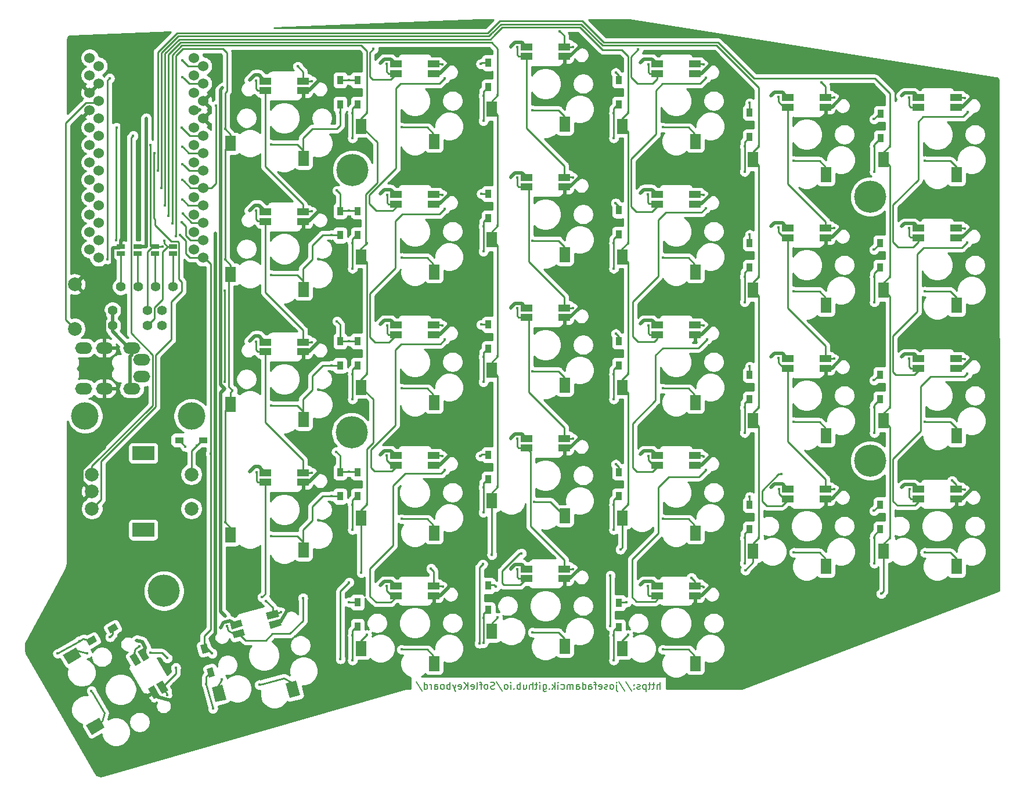
<source format=gbl>
G04 #@! TF.GenerationSoftware,KiCad,Pcbnew,(5.1.9-0-10_14)*
G04 #@! TF.CreationDate,2021-08-07T17:29:24-06:00*
G04 #@! TF.ProjectId,SofleKeyboard,536f666c-654b-4657-9962-6f6172642e6b,rev?*
G04 #@! TF.SameCoordinates,Original*
G04 #@! TF.FileFunction,Copper,L2,Bot*
G04 #@! TF.FilePolarity,Positive*
%FSLAX46Y46*%
G04 Gerber Fmt 4.6, Leading zero omitted, Abs format (unit mm)*
G04 Created by KiCad (PCBNEW (5.1.9-0-10_14)) date 2021-08-07 17:29:24*
%MOMM*%
%LPD*%
G01*
G04 APERTURE LIST*
G04 #@! TA.AperFunction,NonConductor*
%ADD10C,0.150000*%
G04 #@! TD*
G04 #@! TA.AperFunction,SMDPad,CuDef*
%ADD11R,1.700000X1.000000*%
G04 #@! TD*
G04 #@! TA.AperFunction,SMDPad,CuDef*
%ADD12R,1.600000X2.200000*%
G04 #@! TD*
G04 #@! TA.AperFunction,SMDPad,CuDef*
%ADD13C,0.100000*%
G04 #@! TD*
G04 #@! TA.AperFunction,SMDPad,CuDef*
%ADD14R,0.950000X1.300000*%
G04 #@! TD*
G04 #@! TA.AperFunction,SMDPad,CuDef*
%ADD15R,1.300000X0.950000*%
G04 #@! TD*
G04 #@! TA.AperFunction,ComponentPad*
%ADD16C,1.524000*%
G04 #@! TD*
G04 #@! TA.AperFunction,ComponentPad*
%ADD17C,4.000000*%
G04 #@! TD*
G04 #@! TA.AperFunction,ComponentPad*
%ADD18C,1.397000*%
G04 #@! TD*
G04 #@! TA.AperFunction,ComponentPad*
%ADD19C,2.000000*%
G04 #@! TD*
G04 #@! TA.AperFunction,SMDPad,CuDef*
%ADD20R,1.143000X0.635000*%
G04 #@! TD*
G04 #@! TA.AperFunction,ComponentPad*
%ADD21C,4.700000*%
G04 #@! TD*
G04 #@! TA.AperFunction,ComponentPad*
%ADD22R,3.200000X2.000000*%
G04 #@! TD*
G04 #@! TA.AperFunction,ComponentPad*
%ADD23O,2.500000X1.700000*%
G04 #@! TD*
G04 #@! TA.AperFunction,ViaPad*
%ADD24C,0.400000*%
G04 #@! TD*
G04 #@! TA.AperFunction,Conductor*
%ADD25C,0.250000*%
G04 #@! TD*
G04 #@! TA.AperFunction,Conductor*
%ADD26C,0.500000*%
G04 #@! TD*
G04 #@! TA.AperFunction,Conductor*
%ADD27C,0.254000*%
G04 #@! TD*
G04 #@! TA.AperFunction,Conductor*
%ADD28C,0.100000*%
G04 #@! TD*
G04 APERTURE END LIST*
D10*
X175355905Y-133337020D02*
X175355905Y-132337020D01*
X174927334Y-133337020D02*
X174927334Y-132813211D01*
X174974953Y-132717973D01*
X175070191Y-132670354D01*
X175213048Y-132670354D01*
X175308286Y-132717973D01*
X175355905Y-132765592D01*
X174594000Y-132670354D02*
X174213048Y-132670354D01*
X174451143Y-132337020D02*
X174451143Y-133194163D01*
X174403524Y-133289401D01*
X174308286Y-133337020D01*
X174213048Y-133337020D01*
X174022572Y-132670354D02*
X173641620Y-132670354D01*
X173879715Y-132337020D02*
X173879715Y-133194163D01*
X173832096Y-133289401D01*
X173736858Y-133337020D01*
X173641620Y-133337020D01*
X173308286Y-132670354D02*
X173308286Y-133670354D01*
X173308286Y-132717973D02*
X173213048Y-132670354D01*
X173022572Y-132670354D01*
X172927334Y-132717973D01*
X172879715Y-132765592D01*
X172832096Y-132860830D01*
X172832096Y-133146544D01*
X172879715Y-133241782D01*
X172927334Y-133289401D01*
X173022572Y-133337020D01*
X173213048Y-133337020D01*
X173308286Y-133289401D01*
X172451143Y-133289401D02*
X172355905Y-133337020D01*
X172165429Y-133337020D01*
X172070191Y-133289401D01*
X172022572Y-133194163D01*
X172022572Y-133146544D01*
X172070191Y-133051306D01*
X172165429Y-133003687D01*
X172308286Y-133003687D01*
X172403524Y-132956068D01*
X172451143Y-132860830D01*
X172451143Y-132813211D01*
X172403524Y-132717973D01*
X172308286Y-132670354D01*
X172165429Y-132670354D01*
X172070191Y-132717973D01*
X171594000Y-133241782D02*
X171546381Y-133289401D01*
X171594000Y-133337020D01*
X171641620Y-133289401D01*
X171594000Y-133241782D01*
X171594000Y-133337020D01*
X171594000Y-132717973D02*
X171546381Y-132765592D01*
X171594000Y-132813211D01*
X171641620Y-132765592D01*
X171594000Y-132717973D01*
X171594000Y-132813211D01*
X170403524Y-132289401D02*
X171260667Y-133575116D01*
X169355905Y-132289401D02*
X170213048Y-133575116D01*
X169022572Y-132670354D02*
X169022572Y-133527497D01*
X169070191Y-133622735D01*
X169165429Y-133670354D01*
X169213048Y-133670354D01*
X169022572Y-132337020D02*
X169070191Y-132384640D01*
X169022572Y-132432259D01*
X168974953Y-132384640D01*
X169022572Y-132337020D01*
X169022572Y-132432259D01*
X168403524Y-133337020D02*
X168498762Y-133289401D01*
X168546381Y-133241782D01*
X168594000Y-133146544D01*
X168594000Y-132860830D01*
X168546381Y-132765592D01*
X168498762Y-132717973D01*
X168403524Y-132670354D01*
X168260667Y-132670354D01*
X168165429Y-132717973D01*
X168117810Y-132765592D01*
X168070191Y-132860830D01*
X168070191Y-133146544D01*
X168117810Y-133241782D01*
X168165429Y-133289401D01*
X168260667Y-133337020D01*
X168403524Y-133337020D01*
X167689239Y-133289401D02*
X167594000Y-133337020D01*
X167403524Y-133337020D01*
X167308286Y-133289401D01*
X167260667Y-133194163D01*
X167260667Y-133146544D01*
X167308286Y-133051306D01*
X167403524Y-133003687D01*
X167546381Y-133003687D01*
X167641620Y-132956068D01*
X167689239Y-132860830D01*
X167689239Y-132813211D01*
X167641620Y-132717973D01*
X167546381Y-132670354D01*
X167403524Y-132670354D01*
X167308286Y-132717973D01*
X166451143Y-133289401D02*
X166546381Y-133337020D01*
X166736858Y-133337020D01*
X166832096Y-133289401D01*
X166879715Y-133194163D01*
X166879715Y-132813211D01*
X166832096Y-132717973D01*
X166736858Y-132670354D01*
X166546381Y-132670354D01*
X166451143Y-132717973D01*
X166403524Y-132813211D01*
X166403524Y-132908449D01*
X166879715Y-133003687D01*
X166117810Y-132670354D02*
X165736858Y-132670354D01*
X165974953Y-133337020D02*
X165974953Y-132479878D01*
X165927334Y-132384640D01*
X165832096Y-132337020D01*
X165736858Y-132337020D01*
X164974953Y-133337020D02*
X164974953Y-132813211D01*
X165022572Y-132717973D01*
X165117810Y-132670354D01*
X165308286Y-132670354D01*
X165403524Y-132717973D01*
X164974953Y-133289401D02*
X165070191Y-133337020D01*
X165308286Y-133337020D01*
X165403524Y-133289401D01*
X165451143Y-133194163D01*
X165451143Y-133098925D01*
X165403524Y-133003687D01*
X165308286Y-132956068D01*
X165070191Y-132956068D01*
X164974953Y-132908449D01*
X164070191Y-133337020D02*
X164070191Y-132337020D01*
X164070191Y-133289401D02*
X164165429Y-133337020D01*
X164355905Y-133337020D01*
X164451143Y-133289401D01*
X164498762Y-133241782D01*
X164546381Y-133146544D01*
X164546381Y-132860830D01*
X164498762Y-132765592D01*
X164451143Y-132717973D01*
X164355905Y-132670354D01*
X164165429Y-132670354D01*
X164070191Y-132717973D01*
X163165429Y-133337020D02*
X163165429Y-132813211D01*
X163213048Y-132717973D01*
X163308286Y-132670354D01*
X163498762Y-132670354D01*
X163594000Y-132717973D01*
X163165429Y-133289401D02*
X163260667Y-133337020D01*
X163498762Y-133337020D01*
X163594000Y-133289401D01*
X163641620Y-133194163D01*
X163641620Y-133098925D01*
X163594000Y-133003687D01*
X163498762Y-132956068D01*
X163260667Y-132956068D01*
X163165429Y-132908449D01*
X162689239Y-133337020D02*
X162689239Y-132670354D01*
X162689239Y-132765592D02*
X162641620Y-132717973D01*
X162546381Y-132670354D01*
X162403524Y-132670354D01*
X162308286Y-132717973D01*
X162260667Y-132813211D01*
X162260667Y-133337020D01*
X162260667Y-132813211D02*
X162213048Y-132717973D01*
X162117810Y-132670354D01*
X161974953Y-132670354D01*
X161879715Y-132717973D01*
X161832096Y-132813211D01*
X161832096Y-133337020D01*
X160927334Y-133289401D02*
X161022572Y-133337020D01*
X161213048Y-133337020D01*
X161308286Y-133289401D01*
X161355905Y-133241782D01*
X161403524Y-133146544D01*
X161403524Y-132860830D01*
X161355905Y-132765592D01*
X161308286Y-132717973D01*
X161213048Y-132670354D01*
X161022572Y-132670354D01*
X160927334Y-132717973D01*
X160498762Y-133337020D02*
X160498762Y-132670354D01*
X160498762Y-132337020D02*
X160546381Y-132384640D01*
X160498762Y-132432259D01*
X160451143Y-132384640D01*
X160498762Y-132337020D01*
X160498762Y-132432259D01*
X160022572Y-133337020D02*
X160022572Y-132337020D01*
X159927334Y-132956068D02*
X159641620Y-133337020D01*
X159641620Y-132670354D02*
X160022572Y-133051306D01*
X159213048Y-133241782D02*
X159165429Y-133289401D01*
X159213048Y-133337020D01*
X159260667Y-133289401D01*
X159213048Y-133241782D01*
X159213048Y-133337020D01*
X158308286Y-132670354D02*
X158308286Y-133479878D01*
X158355905Y-133575116D01*
X158403524Y-133622735D01*
X158498762Y-133670354D01*
X158641620Y-133670354D01*
X158736858Y-133622735D01*
X158308286Y-133289401D02*
X158403524Y-133337020D01*
X158594000Y-133337020D01*
X158689239Y-133289401D01*
X158736858Y-133241782D01*
X158784477Y-133146544D01*
X158784477Y-132860830D01*
X158736858Y-132765592D01*
X158689239Y-132717973D01*
X158594000Y-132670354D01*
X158403524Y-132670354D01*
X158308286Y-132717973D01*
X157832096Y-133337020D02*
X157832096Y-132670354D01*
X157832096Y-132337020D02*
X157879715Y-132384640D01*
X157832096Y-132432259D01*
X157784477Y-132384640D01*
X157832096Y-132337020D01*
X157832096Y-132432259D01*
X157498762Y-132670354D02*
X157117810Y-132670354D01*
X157355905Y-132337020D02*
X157355905Y-133194163D01*
X157308286Y-133289401D01*
X157213048Y-133337020D01*
X157117810Y-133337020D01*
X156784477Y-133337020D02*
X156784477Y-132337020D01*
X156355905Y-133337020D02*
X156355905Y-132813211D01*
X156403524Y-132717973D01*
X156498762Y-132670354D01*
X156641620Y-132670354D01*
X156736858Y-132717973D01*
X156784477Y-132765592D01*
X155451143Y-132670354D02*
X155451143Y-133337020D01*
X155879715Y-132670354D02*
X155879715Y-133194163D01*
X155832096Y-133289401D01*
X155736858Y-133337020D01*
X155594000Y-133337020D01*
X155498762Y-133289401D01*
X155451143Y-133241782D01*
X154974953Y-133337020D02*
X154974953Y-132337020D01*
X154974953Y-132717973D02*
X154879715Y-132670354D01*
X154689239Y-132670354D01*
X154594000Y-132717973D01*
X154546381Y-132765592D01*
X154498762Y-132860830D01*
X154498762Y-133146544D01*
X154546381Y-133241782D01*
X154594000Y-133289401D01*
X154689239Y-133337020D01*
X154879715Y-133337020D01*
X154974953Y-133289401D01*
X154070191Y-133241782D02*
X154022572Y-133289401D01*
X154070191Y-133337020D01*
X154117810Y-133289401D01*
X154070191Y-133241782D01*
X154070191Y-133337020D01*
X153594000Y-133337020D02*
X153594000Y-132670354D01*
X153594000Y-132337020D02*
X153641620Y-132384640D01*
X153594000Y-132432259D01*
X153546381Y-132384640D01*
X153594000Y-132337020D01*
X153594000Y-132432259D01*
X152974953Y-133337020D02*
X153070191Y-133289401D01*
X153117810Y-133241782D01*
X153165429Y-133146544D01*
X153165429Y-132860830D01*
X153117810Y-132765592D01*
X153070191Y-132717973D01*
X152974953Y-132670354D01*
X152832096Y-132670354D01*
X152736858Y-132717973D01*
X152689239Y-132765592D01*
X152641620Y-132860830D01*
X152641620Y-133146544D01*
X152689239Y-133241782D01*
X152736858Y-133289401D01*
X152832096Y-133337020D01*
X152974953Y-133337020D01*
X151498762Y-132289401D02*
X152355905Y-133575116D01*
X151213048Y-133289401D02*
X151070191Y-133337020D01*
X150832096Y-133337020D01*
X150736858Y-133289401D01*
X150689239Y-133241782D01*
X150641620Y-133146544D01*
X150641620Y-133051306D01*
X150689239Y-132956068D01*
X150736858Y-132908449D01*
X150832096Y-132860830D01*
X151022572Y-132813211D01*
X151117810Y-132765592D01*
X151165429Y-132717973D01*
X151213048Y-132622735D01*
X151213048Y-132527497D01*
X151165429Y-132432259D01*
X151117810Y-132384640D01*
X151022572Y-132337020D01*
X150784477Y-132337020D01*
X150641620Y-132384640D01*
X150070191Y-133337020D02*
X150165429Y-133289401D01*
X150213048Y-133241782D01*
X150260667Y-133146544D01*
X150260667Y-132860830D01*
X150213048Y-132765592D01*
X150165429Y-132717973D01*
X150070191Y-132670354D01*
X149927334Y-132670354D01*
X149832096Y-132717973D01*
X149784477Y-132765592D01*
X149736858Y-132860830D01*
X149736858Y-133146544D01*
X149784477Y-133241782D01*
X149832096Y-133289401D01*
X149927334Y-133337020D01*
X150070191Y-133337020D01*
X149451143Y-132670354D02*
X149070191Y-132670354D01*
X149308286Y-133337020D02*
X149308286Y-132479878D01*
X149260667Y-132384640D01*
X149165429Y-132337020D01*
X149070191Y-132337020D01*
X148594000Y-133337020D02*
X148689239Y-133289401D01*
X148736858Y-133194163D01*
X148736858Y-132337020D01*
X147832096Y-133289401D02*
X147927334Y-133337020D01*
X148117810Y-133337020D01*
X148213048Y-133289401D01*
X148260667Y-133194163D01*
X148260667Y-132813211D01*
X148213048Y-132717973D01*
X148117810Y-132670354D01*
X147927334Y-132670354D01*
X147832096Y-132717973D01*
X147784477Y-132813211D01*
X147784477Y-132908449D01*
X148260667Y-133003687D01*
X147355905Y-133337020D02*
X147355905Y-132337020D01*
X146784477Y-133337020D02*
X147213048Y-132765592D01*
X146784477Y-132337020D02*
X147355905Y-132908449D01*
X145974953Y-133289401D02*
X146070191Y-133337020D01*
X146260667Y-133337020D01*
X146355905Y-133289401D01*
X146403524Y-133194163D01*
X146403524Y-132813211D01*
X146355905Y-132717973D01*
X146260667Y-132670354D01*
X146070191Y-132670354D01*
X145974953Y-132717973D01*
X145927334Y-132813211D01*
X145927334Y-132908449D01*
X146403524Y-133003687D01*
X145594000Y-132670354D02*
X145355905Y-133337020D01*
X145117810Y-132670354D02*
X145355905Y-133337020D01*
X145451143Y-133575116D01*
X145498762Y-133622735D01*
X145594000Y-133670354D01*
X144736858Y-133337020D02*
X144736858Y-132337020D01*
X144736858Y-132717973D02*
X144641620Y-132670354D01*
X144451143Y-132670354D01*
X144355905Y-132717973D01*
X144308286Y-132765592D01*
X144260667Y-132860830D01*
X144260667Y-133146544D01*
X144308286Y-133241782D01*
X144355905Y-133289401D01*
X144451143Y-133337020D01*
X144641620Y-133337020D01*
X144736858Y-133289401D01*
X143689239Y-133337020D02*
X143784477Y-133289401D01*
X143832096Y-133241782D01*
X143879715Y-133146544D01*
X143879715Y-132860830D01*
X143832096Y-132765592D01*
X143784477Y-132717973D01*
X143689239Y-132670354D01*
X143546381Y-132670354D01*
X143451143Y-132717973D01*
X143403524Y-132765592D01*
X143355905Y-132860830D01*
X143355905Y-133146544D01*
X143403524Y-133241782D01*
X143451143Y-133289401D01*
X143546381Y-133337020D01*
X143689239Y-133337020D01*
X142498762Y-133337020D02*
X142498762Y-132813211D01*
X142546381Y-132717973D01*
X142641620Y-132670354D01*
X142832096Y-132670354D01*
X142927334Y-132717973D01*
X142498762Y-133289401D02*
X142594000Y-133337020D01*
X142832096Y-133337020D01*
X142927334Y-133289401D01*
X142974953Y-133194163D01*
X142974953Y-133098925D01*
X142927334Y-133003687D01*
X142832096Y-132956068D01*
X142594000Y-132956068D01*
X142498762Y-132908449D01*
X142022572Y-133337020D02*
X142022572Y-132670354D01*
X142022572Y-132860830D02*
X141974953Y-132765592D01*
X141927334Y-132717973D01*
X141832096Y-132670354D01*
X141736858Y-132670354D01*
X140974953Y-133337020D02*
X140974953Y-132337020D01*
X140974953Y-133289401D02*
X141070191Y-133337020D01*
X141260667Y-133337020D01*
X141355905Y-133289401D01*
X141403524Y-133241782D01*
X141451143Y-133146544D01*
X141451143Y-132860830D01*
X141403524Y-132765592D01*
X141355905Y-132717973D01*
X141260667Y-132670354D01*
X141070191Y-132670354D01*
X140974953Y-132717973D01*
X139784477Y-132289401D02*
X140641620Y-133575116D01*
D11*
X174950000Y-118301000D03*
X180450000Y-118301000D03*
X174950000Y-119701000D03*
X180450000Y-119701000D03*
D12*
X169900000Y-127400000D03*
X180500000Y-129600000D03*
D11*
X155900000Y-115801000D03*
X161400000Y-115801000D03*
X155900000Y-117201000D03*
X161400000Y-117201000D03*
D12*
X150850000Y-124900000D03*
X161450000Y-127100000D03*
D11*
X136850000Y-118301000D03*
X142350000Y-118301000D03*
X136850000Y-119701000D03*
X142350000Y-119701000D03*
D12*
X131800000Y-127400000D03*
X142400000Y-129600000D03*
G04 #@! TA.AperFunction,SMDPad,CuDef*
D13*
G36*
X114237967Y-123193760D02*
G01*
X114496786Y-124159686D01*
X112854713Y-124599678D01*
X112595894Y-123633752D01*
X114237967Y-123193760D01*
G37*
G04 #@! TD.AperFunction*
G04 #@! TA.AperFunction,SMDPad,CuDef*
G36*
X119550559Y-121770255D02*
G01*
X119809378Y-122736181D01*
X118167305Y-123176173D01*
X117908486Y-122210247D01*
X119550559Y-121770255D01*
G37*
G04 #@! TD.AperFunction*
G04 #@! TA.AperFunction,SMDPad,CuDef*
G36*
X114600314Y-124546056D02*
G01*
X114859133Y-125511982D01*
X113217060Y-125951974D01*
X112958241Y-124986048D01*
X114600314Y-124546056D01*
G37*
G04 #@! TD.AperFunction*
G04 #@! TA.AperFunction,SMDPad,CuDef*
G36*
X119912906Y-123122551D02*
G01*
X120171725Y-124088477D01*
X118529652Y-124528469D01*
X118270833Y-123562543D01*
X119912906Y-123122551D01*
G37*
G04 #@! TD.AperFunction*
G04 #@! TA.AperFunction,SMDPad,CuDef*
G36*
X111511449Y-132723140D02*
G01*
X112080851Y-134848177D01*
X110535369Y-135262288D01*
X109965967Y-133137251D01*
X111511449Y-132723140D01*
G37*
G04 #@! TD.AperFunction*
G04 #@! TA.AperFunction,SMDPad,CuDef*
G36*
X122319665Y-132104695D02*
G01*
X122889067Y-134229732D01*
X121343585Y-134643843D01*
X120774183Y-132518806D01*
X122319665Y-132104695D01*
G37*
G04 #@! TD.AperFunction*
G04 #@! TA.AperFunction,SMDPad,CuDef*
G36*
X100868684Y-128805052D02*
G01*
X100002658Y-129305052D01*
X99152658Y-127832808D01*
X100018684Y-127332808D01*
X100868684Y-128805052D01*
G37*
G04 #@! TD.AperFunction*
G04 #@! TA.AperFunction,SMDPad,CuDef*
G36*
X103618684Y-133568192D02*
G01*
X102752658Y-134068192D01*
X101902658Y-132595948D01*
X102768684Y-132095948D01*
X103618684Y-133568192D01*
G37*
G04 #@! TD.AperFunction*
G04 #@! TA.AperFunction,SMDPad,CuDef*
G36*
X99656249Y-129505052D02*
G01*
X98790223Y-130005052D01*
X97940223Y-128532808D01*
X98806249Y-128032808D01*
X99656249Y-129505052D01*
G37*
G04 #@! TD.AperFunction*
G04 #@! TA.AperFunction,SMDPad,CuDef*
G36*
X102406249Y-134268192D02*
G01*
X101540223Y-134768192D01*
X100690223Y-133295948D01*
X101556249Y-132795948D01*
X102406249Y-134268192D01*
G37*
G04 #@! TD.AperFunction*
G04 #@! TA.AperFunction,SMDPad,CuDef*
G36*
X90958334Y-128637822D02*
G01*
X89053078Y-129737822D01*
X88253078Y-128352182D01*
X90158334Y-127252182D01*
X90958334Y-128637822D01*
G37*
G04 #@! TD.AperFunction*
G04 #@! TA.AperFunction,SMDPad,CuDef*
G36*
X94353078Y-138917691D02*
G01*
X92447822Y-140017691D01*
X91647822Y-138632051D01*
X93553078Y-137532051D01*
X94353078Y-138917691D01*
G37*
G04 #@! TD.AperFunction*
D11*
X213050000Y-104151000D03*
X218550000Y-104151000D03*
X213050000Y-105551000D03*
X218550000Y-105551000D03*
D12*
X208000000Y-113250000D03*
X218600000Y-115450000D03*
D11*
X194000000Y-104151000D03*
X199500000Y-104151000D03*
X194000000Y-105551000D03*
X199500000Y-105551000D03*
D12*
X188950000Y-113250000D03*
X199550000Y-115450000D03*
D11*
X174950000Y-99251000D03*
X180450000Y-99251000D03*
X174950000Y-100651000D03*
X180450000Y-100651000D03*
D12*
X169900000Y-108350000D03*
X180500000Y-110550000D03*
D11*
X155900000Y-96751000D03*
X161400000Y-96751000D03*
X155900000Y-98151000D03*
X161400000Y-98151000D03*
D12*
X150850000Y-105850000D03*
X161450000Y-108050000D03*
D11*
X136850000Y-99251000D03*
X142350000Y-99251000D03*
X136850000Y-100651000D03*
X142350000Y-100651000D03*
D12*
X131800000Y-108350000D03*
X142400000Y-110550000D03*
D11*
X117800000Y-101751000D03*
X123300000Y-101751000D03*
X117800000Y-103151000D03*
X123300000Y-103151000D03*
D12*
X112750000Y-110850000D03*
X123350000Y-113050000D03*
D11*
X213050000Y-85101000D03*
X218550000Y-85101000D03*
X213050000Y-86501000D03*
X218550000Y-86501000D03*
D12*
X208000000Y-94200000D03*
X218600000Y-96400000D03*
D11*
X194000000Y-85101000D03*
X199500000Y-85101000D03*
X194000000Y-86501000D03*
X199500000Y-86501000D03*
D12*
X188950000Y-94200000D03*
X199550000Y-96400000D03*
D11*
X174950000Y-80201000D03*
X180450000Y-80201000D03*
X174950000Y-81601000D03*
X180450000Y-81601000D03*
D12*
X169900000Y-89300000D03*
X180500000Y-91500000D03*
D11*
X155900000Y-77701000D03*
X161400000Y-77701000D03*
X155900000Y-79101000D03*
X161400000Y-79101000D03*
D12*
X150850000Y-86800000D03*
X161450000Y-89000000D03*
D11*
X136850000Y-80201000D03*
X142350000Y-80201000D03*
X136850000Y-81601000D03*
X142350000Y-81601000D03*
D12*
X131800000Y-89300000D03*
X142400000Y-91500000D03*
D11*
X117800000Y-82701000D03*
X123300000Y-82701000D03*
X117800000Y-84101000D03*
X123300000Y-84101000D03*
D12*
X112750000Y-91800000D03*
X123350000Y-94000000D03*
D11*
X213050000Y-66051000D03*
X218550000Y-66051000D03*
X213050000Y-67451000D03*
X218550000Y-67451000D03*
D12*
X208000000Y-75150000D03*
X218600000Y-77350000D03*
D11*
X194000000Y-66051000D03*
X199500000Y-66051000D03*
X194000000Y-67451000D03*
X199500000Y-67451000D03*
D12*
X188950000Y-75150000D03*
X199550000Y-77350000D03*
D11*
X174950000Y-61151000D03*
X180450000Y-61151000D03*
X174950000Y-62551000D03*
X180450000Y-62551000D03*
D12*
X169900000Y-70250000D03*
X180500000Y-72450000D03*
D11*
X155900000Y-58651000D03*
X161400000Y-58651000D03*
X155900000Y-60051000D03*
X161400000Y-60051000D03*
D12*
X150850000Y-67750000D03*
X161450000Y-69950000D03*
D11*
X136850000Y-61151000D03*
X142350000Y-61151000D03*
X136850000Y-62551000D03*
X142350000Y-62551000D03*
D12*
X131800000Y-70250000D03*
X142400000Y-72450000D03*
D11*
X117800000Y-63701000D03*
X123300000Y-63701000D03*
X117800000Y-65101000D03*
X123300000Y-65101000D03*
D12*
X112750000Y-72800000D03*
X123350000Y-75000000D03*
D11*
X213050000Y-47001000D03*
X218550000Y-47001000D03*
X213050000Y-48401000D03*
X218550000Y-48401000D03*
D12*
X208000000Y-56100000D03*
X218600000Y-58300000D03*
D11*
X194000000Y-47001000D03*
X199500000Y-47001000D03*
X194000000Y-48401000D03*
X199500000Y-48401000D03*
D12*
X188950000Y-56100000D03*
X199550000Y-58300000D03*
D11*
X174950000Y-42101000D03*
X180450000Y-42101000D03*
X174950000Y-43501000D03*
X180450000Y-43501000D03*
D12*
X169900000Y-51200000D03*
X180500000Y-53400000D03*
D11*
X155900000Y-39601000D03*
X161400000Y-39601000D03*
X155900000Y-41001000D03*
X161400000Y-41001000D03*
D12*
X150850000Y-48700000D03*
X161450000Y-50900000D03*
D11*
X136850000Y-42101000D03*
X142350000Y-42101000D03*
X136850000Y-43501000D03*
X142350000Y-43501000D03*
D12*
X131800000Y-51200000D03*
X142400000Y-53400000D03*
D11*
X117800000Y-44601000D03*
X123300000Y-44601000D03*
X117800000Y-46001000D03*
X123300000Y-46001000D03*
D12*
X112750000Y-53700000D03*
X123350000Y-55900000D03*
D14*
X169345000Y-124305000D03*
X169345000Y-120755000D03*
X150345000Y-118245000D03*
X150345000Y-121795000D03*
X131245000Y-124205000D03*
X131245000Y-120655000D03*
G04 #@! TA.AperFunction,SMDPad,CuDef*
D13*
G36*
X109206357Y-130370605D02*
G01*
X110123986Y-130124727D01*
X110460451Y-131380431D01*
X109542822Y-131626309D01*
X109206357Y-130370605D01*
G37*
G04 #@! TD.AperFunction*
G04 #@! TA.AperFunction,SMDPad,CuDef*
G36*
X108287549Y-126941569D02*
G01*
X109205178Y-126695691D01*
X109541643Y-127951395D01*
X108624014Y-128197273D01*
X108287549Y-126941569D01*
G37*
G04 #@! TD.AperFunction*
G04 #@! TA.AperFunction,SMDPad,CuDef*
G36*
X92795222Y-125502138D02*
G01*
X93270222Y-126324862D01*
X92144388Y-126974862D01*
X91669388Y-126152138D01*
X92795222Y-125502138D01*
G37*
G04 #@! TD.AperFunction*
G04 #@! TA.AperFunction,SMDPad,CuDef*
G36*
X95869612Y-123727138D02*
G01*
X96344612Y-124549862D01*
X95218778Y-125199862D01*
X94743778Y-124377138D01*
X95869612Y-123727138D01*
G37*
G04 #@! TD.AperFunction*
D15*
X108775000Y-97000000D03*
X105225000Y-97000000D03*
D14*
X207495000Y-110005000D03*
X207495000Y-106455000D03*
X188445000Y-110005000D03*
X188445000Y-106455000D03*
X169345000Y-105205000D03*
X169345000Y-101655000D03*
X150345000Y-102695000D03*
X150345000Y-99145000D03*
X131245000Y-105205000D03*
X131245000Y-101655000D03*
X128705000Y-101655000D03*
X128705000Y-105205000D03*
X207445000Y-91005000D03*
X207445000Y-87455000D03*
X188445000Y-91005000D03*
X188445000Y-87455000D03*
X169345000Y-86105000D03*
X169345000Y-82555000D03*
X150345000Y-83695000D03*
X150345000Y-80145000D03*
X131245000Y-86105000D03*
X131245000Y-82555000D03*
X128705000Y-82555000D03*
X128705000Y-86105000D03*
X207445000Y-71805000D03*
X207445000Y-68255000D03*
X188445000Y-71805000D03*
X188445000Y-68255000D03*
X169345000Y-67005000D03*
X169345000Y-63455000D03*
X150345000Y-64595000D03*
X150345000Y-61045000D03*
X131245000Y-67105000D03*
X131245000Y-63555000D03*
X128705000Y-63555000D03*
X128705000Y-67105000D03*
X207545000Y-52905000D03*
X207545000Y-49355000D03*
X188445000Y-52775000D03*
X188445000Y-49225000D03*
X169345000Y-48005000D03*
X169345000Y-44455000D03*
X150345000Y-45505000D03*
X150345000Y-41955000D03*
X131245000Y-48005000D03*
X131245000Y-44455000D03*
X128705000Y-44452000D03*
X128705000Y-48002000D03*
D16*
X93478815Y-47505745D03*
X108718815Y-65285745D03*
X93478815Y-57665745D03*
X108718815Y-55125745D03*
X108718815Y-50045745D03*
X93478815Y-67825745D03*
X108718815Y-47505745D03*
X108718815Y-42425745D03*
X93478815Y-62745745D03*
X108718815Y-70365745D03*
X93478815Y-55125745D03*
X93478815Y-44965745D03*
X93478815Y-50045745D03*
X93478815Y-52585745D03*
X93478815Y-65285745D03*
X93478815Y-60205745D03*
X108718815Y-62745745D03*
X108718815Y-60205745D03*
X93478815Y-70365745D03*
X108718815Y-67825745D03*
X108718815Y-44965745D03*
X93478815Y-42425745D03*
X108718815Y-57665745D03*
X108718815Y-52585745D03*
X92180000Y-41230000D03*
X92180000Y-43770000D03*
X92180000Y-46310000D03*
X92180000Y-48850000D03*
X92180000Y-51390000D03*
X92180000Y-53930000D03*
X92180000Y-56470000D03*
X92180000Y-59010000D03*
X92180000Y-61550000D03*
X92180000Y-64090000D03*
X92180000Y-66630000D03*
X92180000Y-69170000D03*
X107420000Y-69170000D03*
X107420000Y-66630000D03*
X107420000Y-64090000D03*
X107420000Y-61550000D03*
X107420000Y-59010000D03*
X107420000Y-56470000D03*
X107420000Y-53930000D03*
X107420000Y-51390000D03*
X107420000Y-48850000D03*
X107420000Y-46310000D03*
X107420000Y-43770000D03*
X107420000Y-41230000D03*
D17*
X107000000Y-93500000D03*
X91500000Y-93500000D03*
D18*
X104320000Y-74600000D03*
X101780000Y-74600000D03*
X99240000Y-74600000D03*
X96700000Y-74600000D03*
D19*
X90000000Y-80750000D03*
X90000000Y-74250000D03*
D20*
X96700000Y-68799620D03*
X96700000Y-69800380D03*
X99200000Y-68799620D03*
X99200000Y-69800380D03*
X101700000Y-68799620D03*
X101700000Y-69800380D03*
X104300000Y-68799620D03*
X104300000Y-69800380D03*
D18*
X100579272Y-80311965D03*
X95499272Y-80311965D03*
X100579272Y-78061965D03*
X95499272Y-78061965D03*
X102700000Y-78100000D03*
X102700000Y-80300000D03*
D21*
X206000000Y-100000000D03*
X130375120Y-95852640D03*
X130527120Y-57573640D03*
D19*
X107000000Y-107000000D03*
X107000000Y-102000000D03*
D22*
X100000000Y-110100000D03*
X100000000Y-98900000D03*
D19*
X92500000Y-107000000D03*
X92500000Y-104500000D03*
X92500000Y-102000000D03*
D21*
X103000000Y-119000000D03*
X206000000Y-61500000D03*
D23*
X98300000Y-89500000D03*
X99800000Y-85300000D03*
X91300000Y-89500000D03*
X94300000Y-89500000D03*
X91300000Y-83550000D03*
X94300000Y-83550000D03*
X98300000Y-83550000D03*
X99800000Y-87750000D03*
D24*
X118674000Y-53861000D03*
X128705000Y-49210360D03*
X170485000Y-120655000D03*
X151412407Y-118391593D03*
X130002940Y-120654080D03*
X105327833Y-67072169D03*
X110034374Y-128119626D03*
X95141015Y-125740985D03*
X109826120Y-98975640D03*
X106143120Y-97959640D03*
X137674000Y-51361000D03*
X130506000Y-52919000D03*
X130506000Y-49252000D03*
X156774000Y-48861000D03*
X149606000Y-50419000D03*
X149606000Y-46752000D03*
X105700000Y-59000000D03*
X206556000Y-50167000D03*
X130002940Y-44454080D03*
X149217240Y-42100760D03*
X168907000Y-43381990D03*
X188445000Y-47800520D03*
X110602000Y-48150240D03*
X175774000Y-51361000D03*
X168606000Y-52919000D03*
X168606000Y-49252000D03*
X206556000Y-69203500D03*
X130002940Y-63490580D03*
X105700000Y-61900000D03*
X149309500Y-61045000D03*
X168881120Y-62418490D03*
X188445000Y-67006400D03*
X128241120Y-60586489D03*
X187706000Y-54152000D03*
X187706000Y-57819000D03*
X194874000Y-56261000D03*
X206556000Y-88267000D03*
X130002940Y-82554080D03*
X149266320Y-80145000D03*
X168907000Y-81481990D03*
X188445000Y-86238340D03*
X105732756Y-63957326D03*
X128241120Y-79646240D03*
X213974000Y-56261000D03*
X206615500Y-57819000D03*
X206615500Y-54152000D03*
X206556000Y-107317000D03*
X130002940Y-101604080D03*
X105600000Y-65200000D03*
X149138500Y-99329500D03*
X168907000Y-100531990D03*
X188445000Y-105255320D03*
X128139520Y-98699989D03*
X111902000Y-75175840D03*
X111902000Y-88498138D03*
X118674000Y-72897500D03*
X127462940Y-67046580D03*
X137674000Y-70397500D03*
X130506000Y-71955500D03*
X130506000Y-68288500D03*
X156774000Y-67897500D03*
X149606000Y-69455500D03*
X149606000Y-65788500D03*
X175774000Y-70397500D03*
X168606000Y-71955500D03*
X168606000Y-68288500D03*
X187706000Y-73188500D03*
X187706000Y-76855500D03*
X194874000Y-75297500D03*
X213974000Y-75297500D03*
X206615500Y-76855500D03*
X206615500Y-73188500D03*
X118674000Y-91961000D03*
X127462940Y-86110080D03*
X137674000Y-89461000D03*
X130506000Y-91019000D03*
X130506000Y-87352000D03*
X156774000Y-86961000D03*
X149606000Y-88519000D03*
X149606000Y-84852000D03*
X175774000Y-89461000D03*
X168606000Y-91019000D03*
X168606000Y-87352000D03*
X187706000Y-92252000D03*
X187706000Y-95919000D03*
X194874000Y-94361000D03*
X213974000Y-94361000D03*
X206615500Y-95919000D03*
X206615500Y-92252000D03*
X118674000Y-111011000D03*
X127462940Y-105160080D03*
X137674000Y-108511000D03*
X130506000Y-110069000D03*
X130506000Y-106402000D03*
X149606000Y-107569000D03*
X149606000Y-103902000D03*
X157023630Y-106011000D03*
X175774000Y-108511000D03*
X168606000Y-110069000D03*
X168606000Y-106402000D03*
X187706000Y-111302000D03*
X187706000Y-114969000D03*
X194874000Y-113411000D03*
X213974000Y-113411000D03*
X206615500Y-114969000D03*
X206615500Y-111302000D03*
X92434759Y-133580730D03*
X87501492Y-128152060D03*
X90677207Y-126318560D03*
X109191120Y-132630640D03*
X116910669Y-132704788D03*
X110143620Y-136186640D03*
X137674000Y-127561000D03*
X130506000Y-129119000D03*
X130506000Y-125452000D03*
X98999004Y-126216015D03*
X111252089Y-124365260D03*
X153610002Y-115824000D03*
X172498998Y-118110000D03*
X134520000Y-118239000D03*
X134520000Y-99189000D03*
X153610002Y-96774000D03*
X210566000Y-103929998D03*
X172498998Y-99060000D03*
X191548499Y-103909501D03*
X115470000Y-101602000D03*
X134520000Y-80139000D03*
X153610002Y-77724000D03*
X210566000Y-84879998D03*
X172498998Y-80010000D03*
X191548499Y-84859501D03*
X115470000Y-82552000D03*
X134520000Y-61075500D03*
X153610002Y-58660500D03*
X210566000Y-65816498D03*
X172498998Y-60946500D03*
X191548499Y-65796001D03*
X115470000Y-63488500D03*
X100400008Y-68800000D03*
X100400000Y-50045745D03*
X153610002Y-39624000D03*
X210566000Y-46779998D03*
X172498998Y-41910000D03*
X191548499Y-46759501D03*
X111560000Y-45595000D03*
X111252000Y-83407000D03*
X111252000Y-102330000D03*
X115470000Y-44452000D03*
X134520000Y-42039000D03*
X111252000Y-64873000D03*
X111959443Y-122729443D03*
X111827640Y-89501440D03*
X103959570Y-134905964D03*
X120929824Y-121822845D03*
X163845008Y-115837998D03*
X182782000Y-118364000D03*
X144526000Y-118287998D03*
X182782000Y-99314000D03*
X125663998Y-101600000D03*
X144526000Y-99237998D03*
X220823998Y-104140000D03*
X163845008Y-96787998D03*
X201876002Y-104187998D03*
X182782000Y-80264000D03*
X125663998Y-82550000D03*
X144526000Y-80187998D03*
X220823998Y-85090000D03*
X163845008Y-77737998D03*
X201876002Y-85137998D03*
X182782000Y-61200500D03*
X125663998Y-63486500D03*
X144526000Y-61124498D03*
X220823998Y-66026500D03*
X163845008Y-58674498D03*
X201876002Y-66074498D03*
X96700000Y-67800000D03*
X96900000Y-48800000D03*
X96900000Y-44965745D03*
X125663998Y-44450000D03*
X144526000Y-42087998D03*
X220823998Y-46990000D03*
X110497745Y-102591745D03*
X110497745Y-83795745D03*
X201876002Y-47037998D03*
X182782000Y-42164000D03*
X163845008Y-39637998D03*
X110497745Y-66794255D03*
X109755000Y-125986000D03*
X110497745Y-76605745D03*
X104936620Y-124248640D03*
X149767620Y-36745640D03*
X115223620Y-57637140D03*
X115287120Y-113771140D03*
X114271120Y-75607640D03*
X125116920Y-96867440D03*
X170692000Y-125404000D03*
X208892000Y-111254000D03*
X208892000Y-92204000D03*
X208892000Y-73140500D03*
X208892000Y-54104000D03*
X102117351Y-57700640D03*
X207616120Y-119422640D03*
X151692000Y-122904000D03*
X189792000Y-111254000D03*
X189792000Y-92204000D03*
X189792000Y-73140500D03*
X189792000Y-54104000D03*
X102642351Y-60240640D03*
X168119120Y-124121640D03*
X168119120Y-116755640D03*
X187804120Y-115993640D03*
X132592000Y-125404000D03*
X170692000Y-106354000D03*
X170692000Y-87304000D03*
X170692000Y-68240500D03*
X170692000Y-49204000D03*
X103167351Y-62780640D03*
X149007881Y-126666503D03*
X169579620Y-112945640D03*
X149513620Y-115104640D03*
X111443561Y-131936606D03*
X151692000Y-103854000D03*
X151692000Y-84804000D03*
X151692000Y-65740500D03*
X151692000Y-46704000D03*
X103692351Y-64287640D03*
X130019120Y-117749989D03*
X128749120Y-128947640D03*
X150844181Y-113704701D03*
X91761776Y-128101089D03*
X132592000Y-106354000D03*
X132592000Y-87304000D03*
X132592000Y-68240500D03*
X132592000Y-49204000D03*
X104217351Y-65373666D03*
X131797120Y-116374640D03*
X105600000Y-51400000D03*
X96100000Y-51390000D03*
X96050000Y-67805847D03*
X103100000Y-67900000D03*
X105700006Y-41600000D03*
X124602379Y-44592379D03*
X122526120Y-42460640D03*
X105700018Y-54200000D03*
X102826022Y-68770500D03*
X101050008Y-53930000D03*
X156774000Y-125061000D03*
X149606000Y-126619000D03*
X149606000Y-122952000D03*
X105699992Y-56700000D03*
X94800000Y-70600000D03*
X105700000Y-44000000D03*
X95100000Y-44200000D03*
X175774000Y-127561000D03*
X168606000Y-129119000D03*
X168606000Y-125452000D03*
X107775000Y-97775000D03*
X104742351Y-67229150D03*
X111921620Y-51604640D03*
X111921620Y-70654640D03*
X113001120Y-89768140D03*
X111921620Y-109008640D03*
X101588120Y-55125745D03*
X98514255Y-52585745D03*
X124602379Y-63628879D03*
X116471155Y-44512918D03*
X162650012Y-39629978D03*
X133575120Y-39920640D03*
X160753120Y-37325000D03*
X135480000Y-42079760D03*
X162650012Y-58666478D03*
X154525955Y-39620713D03*
X219807379Y-66123879D03*
X211721643Y-85116402D03*
X220125620Y-68178140D03*
X124602379Y-82692379D03*
X116471155Y-63549418D03*
X173577119Y-61105381D03*
X181700012Y-42213999D03*
X182089120Y-44111640D03*
X173647499Y-80239261D03*
X182025620Y-63161640D03*
X181708120Y-61256640D03*
X200762362Y-66080147D03*
X192622667Y-46914429D03*
X124602379Y-101742379D03*
X116471155Y-82612918D03*
X143989120Y-63247510D03*
X143608120Y-61183843D03*
X135543500Y-80243260D03*
X162650012Y-96779978D03*
X154525955Y-77720713D03*
X200762362Y-104193647D03*
X192622667Y-85014429D03*
X103468847Y-134174698D03*
X117319120Y-119930640D03*
X104746120Y-130217640D03*
X116493500Y-101706260D03*
X99446233Y-127058383D03*
X120096468Y-122107581D03*
X101063120Y-128058640D03*
X103491120Y-128820640D03*
X117904932Y-120463425D03*
X154525955Y-115820713D03*
X155165120Y-113534150D03*
X179930120Y-117073140D03*
X181729128Y-118427648D03*
X135473127Y-99222873D03*
X143989120Y-82311010D03*
X143608120Y-80247343D03*
X162650012Y-77729978D03*
X154525955Y-58657213D03*
X200762362Y-85143647D03*
X192622667Y-65950929D03*
X211721643Y-66052902D03*
X219807379Y-47087379D03*
X220252620Y-49128140D03*
X154525955Y-96770713D03*
X162650002Y-115829977D03*
X219807379Y-104237379D03*
X193074620Y-101968000D03*
X217966620Y-102912640D03*
X192749998Y-104182640D03*
X143989120Y-44211010D03*
X143600000Y-42194758D03*
X135550250Y-61186510D03*
X135473127Y-118272873D03*
X143989120Y-101361010D03*
X143629869Y-99314889D03*
X143678106Y-118359344D03*
X112181506Y-124151291D03*
X123288120Y-120039736D03*
X141957120Y-115739640D03*
X200762362Y-47043647D03*
X173647499Y-42139261D03*
X172183120Y-39992000D03*
X198916620Y-44818000D03*
X211721643Y-47016402D03*
X181700012Y-80313999D03*
X182216120Y-82311010D03*
X173647499Y-99289261D03*
X219807379Y-85187379D03*
X211743620Y-104166401D03*
X220189120Y-87291640D03*
X173577119Y-118268881D03*
X182089120Y-101325140D03*
X181729128Y-99377648D03*
D25*
X124641000Y-51564000D02*
X123300000Y-52905000D01*
X119126000Y-53861000D02*
X118674000Y-53861000D01*
X123300000Y-52905000D02*
X123300000Y-54733000D01*
X123300000Y-54733000D02*
X122428000Y-53861000D01*
X122428000Y-53861000D02*
X119126000Y-53861000D01*
X124641000Y-51564000D02*
X128230960Y-51564000D01*
X128230960Y-51564000D02*
X128705000Y-51089960D01*
X128705000Y-49210360D02*
X128705000Y-48002000D01*
X128705000Y-51089960D02*
X128705000Y-49210360D01*
X123300000Y-55850000D02*
X123350000Y-55900000D01*
X123300000Y-54733000D02*
X123300000Y-55850000D01*
X169345000Y-120655000D02*
X170485000Y-120655000D01*
X151175814Y-118155000D02*
X151412407Y-118391593D01*
X150345000Y-118155000D02*
X151175814Y-118155000D01*
X106200000Y-69800000D02*
X106200000Y-67944336D01*
X106770000Y-70370000D02*
X106200000Y-69800000D01*
X106200000Y-67944336D02*
X105527832Y-67272168D01*
X108770000Y-70370000D02*
X106770000Y-70370000D01*
X105527832Y-67272168D02*
X105327833Y-67072169D01*
X109361230Y-127446482D02*
X110034374Y-128119626D01*
X108914596Y-127446482D02*
X109361230Y-127446482D01*
X95544195Y-125337805D02*
X95141015Y-125740985D01*
X95544195Y-124463500D02*
X95544195Y-125337805D01*
X130003860Y-120655000D02*
X130002940Y-120654080D01*
X131245000Y-120655000D02*
X130003860Y-120655000D01*
X108914596Y-125541164D02*
X108914596Y-127446482D01*
X109826120Y-124629640D02*
X108914596Y-125541164D01*
X109826120Y-98975640D02*
X109826120Y-124629640D01*
X105225000Y-97041520D02*
X106143120Y-97959640D01*
X105225000Y-97000000D02*
X105225000Y-97041520D01*
X108902225Y-70365745D02*
X108718815Y-70365745D01*
X109826120Y-71289640D02*
X108902225Y-70365745D01*
X109826120Y-98975640D02*
X109826120Y-71289640D01*
X130506000Y-48614000D02*
X131245000Y-47875000D01*
X130506000Y-49252000D02*
X130506000Y-48614000D01*
X138126000Y-51361000D02*
X141428000Y-51361000D01*
X142300000Y-52233000D02*
X142300000Y-53400000D01*
X141428000Y-51361000D02*
X142300000Y-52233000D01*
X130506000Y-52919000D02*
X130506000Y-49252000D01*
X138126000Y-51361000D02*
X137674000Y-51361000D01*
X149606000Y-46114000D02*
X150345000Y-45375000D01*
X149606000Y-46752000D02*
X149606000Y-46114000D01*
X157226000Y-48861000D02*
X160528000Y-48861000D01*
X161400000Y-49733000D02*
X161400000Y-50900000D01*
X160528000Y-48861000D02*
X161400000Y-49733000D01*
X149606000Y-50419000D02*
X149606000Y-46752000D01*
X157226000Y-48861000D02*
X156774000Y-48861000D01*
X106910000Y-60210000D02*
X105899999Y-59199999D01*
X105899999Y-59199999D02*
X105700000Y-59000000D01*
X108770000Y-60210000D02*
X106910000Y-60210000D01*
X207368000Y-49355000D02*
X206556000Y-50167000D01*
X207545000Y-49355000D02*
X207368000Y-49355000D01*
X128708000Y-44455000D02*
X128705000Y-44452000D01*
X131245000Y-44455000D02*
X128708000Y-44455000D01*
X150345000Y-41955000D02*
X149363000Y-41955000D01*
X149363000Y-41955000D02*
X149217240Y-42100760D01*
X169345000Y-43819990D02*
X168907000Y-43381990D01*
X169345000Y-44455000D02*
X169345000Y-43819990D01*
X188445000Y-49225000D02*
X188445000Y-47800520D01*
X109937215Y-60205745D02*
X108718815Y-60205745D01*
X110602000Y-59540960D02*
X109937215Y-60205745D01*
X110602000Y-48150240D02*
X110602000Y-59540960D01*
X168606000Y-48614000D02*
X169345000Y-47875000D01*
X168606000Y-49252000D02*
X168606000Y-48614000D01*
X176226000Y-51361000D02*
X179528000Y-51361000D01*
X180400000Y-52233000D02*
X180400000Y-53400000D01*
X179528000Y-51361000D02*
X180400000Y-52233000D01*
X168606000Y-52919000D02*
X168606000Y-49252000D01*
X176226000Y-51361000D02*
X175774000Y-51361000D01*
X207368000Y-68391500D02*
X206556000Y-69203500D01*
X207545000Y-68391500D02*
X207368000Y-68391500D01*
X128708000Y-63491500D02*
X128705000Y-63488500D01*
X131245000Y-63491500D02*
X128708000Y-63491500D01*
X106550000Y-62750000D02*
X105899999Y-62099999D01*
X105899999Y-62099999D02*
X105700000Y-61900000D01*
X108770000Y-62750000D02*
X106550000Y-62750000D01*
X150345000Y-61045000D02*
X149309500Y-61045000D01*
X169345000Y-62882370D02*
X168881120Y-62418490D01*
X169345000Y-63455000D02*
X169345000Y-62882370D01*
X188445000Y-68255000D02*
X188445000Y-67006400D01*
X128705000Y-61050369D02*
X128241120Y-60586489D01*
X128705000Y-63555000D02*
X128705000Y-61050369D01*
X187706000Y-57819000D02*
X187706000Y-54152000D01*
X195326000Y-56261000D02*
X198628000Y-56261000D01*
X199500000Y-57133000D02*
X199500000Y-58300000D01*
X198628000Y-56261000D02*
X199500000Y-57133000D01*
X187706000Y-53514000D02*
X188445000Y-52775000D01*
X187706000Y-54152000D02*
X187706000Y-53514000D01*
X195326000Y-56261000D02*
X194874000Y-56261000D01*
X207368000Y-87455000D02*
X206556000Y-88267000D01*
X207545000Y-87455000D02*
X207368000Y-87455000D01*
X128708000Y-82555000D02*
X128705000Y-82552000D01*
X131245000Y-82555000D02*
X128708000Y-82555000D01*
X150345000Y-80145000D02*
X149266320Y-80145000D01*
X169345000Y-81919990D02*
X168907000Y-81481990D01*
X169345000Y-82555000D02*
X169345000Y-81919990D01*
X188445000Y-87455000D02*
X188445000Y-86238340D01*
X108718815Y-65285745D02*
X107061175Y-65285745D01*
X107061175Y-65285745D02*
X105732756Y-63957326D01*
X128705000Y-80110120D02*
X128241120Y-79646240D01*
X128705000Y-82555000D02*
X128705000Y-80110120D01*
X214426000Y-56261000D02*
X217728000Y-56261000D01*
X218600000Y-57133000D02*
X218600000Y-58300000D01*
X217728000Y-56261000D02*
X218600000Y-57133000D01*
X206615500Y-57819000D02*
X206615500Y-54152000D01*
X214426000Y-56261000D02*
X213974000Y-56261000D01*
X206615500Y-53834500D02*
X207545000Y-52905000D01*
X206615500Y-54152000D02*
X206615500Y-53834500D01*
X207368000Y-106505000D02*
X206556000Y-107317000D01*
X207545000Y-106505000D02*
X207368000Y-106505000D01*
X128708000Y-101605000D02*
X128705000Y-101602000D01*
X131245000Y-101605000D02*
X128708000Y-101605000D01*
X106887507Y-67830000D02*
X106200000Y-67142493D01*
X106200000Y-67142493D02*
X106200000Y-65800000D01*
X106200000Y-65800000D02*
X105799999Y-65399999D01*
X105799999Y-65399999D02*
X105600000Y-65200000D01*
X108770000Y-67830000D02*
X106887507Y-67830000D01*
X149138500Y-99329500D02*
X149365360Y-99102640D01*
X150302640Y-99102640D02*
X150345000Y-99145000D01*
X149365360Y-99102640D02*
X150302640Y-99102640D01*
X169345000Y-100969990D02*
X168907000Y-100531990D01*
X169345000Y-101655000D02*
X169345000Y-100969990D01*
X188445000Y-106455000D02*
X188445000Y-105255320D01*
X128705000Y-99265469D02*
X128139520Y-98699989D01*
X128705000Y-101655000D02*
X128705000Y-99265469D01*
X111827010Y-75125040D02*
X111902000Y-75200030D01*
X111902000Y-75200030D02*
X111902000Y-88498138D01*
X119126000Y-72897500D02*
X122428000Y-72897500D01*
X119126000Y-72897500D02*
X118674000Y-72897500D01*
X122428000Y-72897500D02*
X123300000Y-73769500D01*
X123300000Y-73769500D02*
X123300000Y-74936500D01*
X123300000Y-74936500D02*
X123300000Y-71941500D01*
X123300000Y-71941500D02*
X124641000Y-70600500D01*
X124641000Y-70600500D02*
X124641000Y-68568500D01*
X126162920Y-67046580D02*
X124641000Y-68568500D01*
X127462940Y-67046580D02*
X126162920Y-67046580D01*
X127471020Y-67038500D02*
X127462940Y-67046580D01*
X128705000Y-67038500D02*
X127471020Y-67038500D01*
X130506000Y-67650500D02*
X131245000Y-66911500D01*
X130506000Y-68288500D02*
X130506000Y-67650500D01*
X138126000Y-70397500D02*
X141428000Y-70397500D01*
X142300000Y-71269500D02*
X142300000Y-72436500D01*
X141428000Y-70397500D02*
X142300000Y-71269500D01*
X130506000Y-71955500D02*
X130506000Y-68288500D01*
X138126000Y-70397500D02*
X137674000Y-70397500D01*
X149606000Y-65150500D02*
X150345000Y-64411500D01*
X149606000Y-65788500D02*
X149606000Y-65150500D01*
X157226000Y-67897500D02*
X160528000Y-67897500D01*
X161400000Y-68769500D02*
X161400000Y-69936500D01*
X160528000Y-67897500D02*
X161400000Y-68769500D01*
X149606000Y-69455500D02*
X149606000Y-65788500D01*
X157226000Y-67897500D02*
X156774000Y-67897500D01*
X168606000Y-67650500D02*
X169345000Y-66911500D01*
X168606000Y-68288500D02*
X168606000Y-67650500D01*
X176226000Y-70397500D02*
X179528000Y-70397500D01*
X180400000Y-71269500D02*
X180400000Y-72436500D01*
X179528000Y-70397500D02*
X180400000Y-71269500D01*
X168606000Y-71955500D02*
X168606000Y-68288500D01*
X176226000Y-70397500D02*
X175774000Y-70397500D01*
X187706000Y-76855500D02*
X187706000Y-73188500D01*
X195326000Y-75297500D02*
X198628000Y-75297500D01*
X199500000Y-76169500D02*
X199500000Y-77336500D01*
X198628000Y-75297500D02*
X199500000Y-76169500D01*
X187706000Y-72550500D02*
X188445000Y-71811500D01*
X187706000Y-73188500D02*
X187706000Y-72550500D01*
X195326000Y-75297500D02*
X194874000Y-75297500D01*
X214426000Y-75297500D02*
X217728000Y-75297500D01*
X218600000Y-76169500D02*
X218600000Y-77336500D01*
X217728000Y-75297500D02*
X218600000Y-76169500D01*
X206615500Y-76855500D02*
X206615500Y-73188500D01*
X214426000Y-75297500D02*
X213974000Y-75297500D01*
X206615500Y-72634500D02*
X207445000Y-71805000D01*
X206615500Y-73188500D02*
X206615500Y-72634500D01*
X119126000Y-91961000D02*
X122428000Y-91961000D01*
X119126000Y-91961000D02*
X118674000Y-91961000D01*
X122428000Y-91961000D02*
X123300000Y-92833000D01*
X123300000Y-92833000D02*
X123300000Y-94000000D01*
X123300000Y-94000000D02*
X123300000Y-91005000D01*
X123300000Y-91005000D02*
X124641000Y-89664000D01*
X124641000Y-89664000D02*
X124641000Y-87632000D01*
X126162920Y-86110080D02*
X124641000Y-87632000D01*
X127462940Y-86110080D02*
X126162920Y-86110080D01*
X127471020Y-86102000D02*
X127462940Y-86110080D01*
X128705000Y-86102000D02*
X127471020Y-86102000D01*
X130506000Y-86714000D02*
X131245000Y-85975000D01*
X130506000Y-87352000D02*
X130506000Y-86714000D01*
X138126000Y-89461000D02*
X141428000Y-89461000D01*
X142300000Y-90333000D02*
X142300000Y-91500000D01*
X141428000Y-89461000D02*
X142300000Y-90333000D01*
X130506000Y-91019000D02*
X130506000Y-87352000D01*
X138126000Y-89461000D02*
X137674000Y-89461000D01*
X149606000Y-84214000D02*
X150345000Y-83475000D01*
X149606000Y-84852000D02*
X149606000Y-84214000D01*
X157226000Y-86961000D02*
X160528000Y-86961000D01*
X161400000Y-87833000D02*
X161400000Y-89000000D01*
X160528000Y-86961000D02*
X161400000Y-87833000D01*
X149606000Y-88519000D02*
X149606000Y-84852000D01*
X157226000Y-86961000D02*
X156774000Y-86961000D01*
X168606000Y-86714000D02*
X169345000Y-85975000D01*
X168606000Y-87352000D02*
X168606000Y-86714000D01*
X176226000Y-89461000D02*
X179528000Y-89461000D01*
X180400000Y-90333000D02*
X180400000Y-91500000D01*
X179528000Y-89461000D02*
X180400000Y-90333000D01*
X168606000Y-91019000D02*
X168606000Y-87352000D01*
X176226000Y-89461000D02*
X175774000Y-89461000D01*
X187706000Y-95919000D02*
X187706000Y-92252000D01*
X195326000Y-94361000D02*
X198628000Y-94361000D01*
X199500000Y-95233000D02*
X199500000Y-96400000D01*
X198628000Y-94361000D02*
X199500000Y-95233000D01*
X187706000Y-91614000D02*
X188445000Y-90875000D01*
X187706000Y-92252000D02*
X187706000Y-91614000D01*
X195326000Y-94361000D02*
X194874000Y-94361000D01*
X214426000Y-94361000D02*
X217728000Y-94361000D01*
X218600000Y-95233000D02*
X218600000Y-96400000D01*
X217728000Y-94361000D02*
X218600000Y-95233000D01*
X206615500Y-95919000D02*
X206615500Y-92252000D01*
X214426000Y-94361000D02*
X213974000Y-94361000D01*
X206615500Y-91834500D02*
X207445000Y-91005000D01*
X206615500Y-92252000D02*
X206615500Y-91834500D01*
X119126000Y-111011000D02*
X122428000Y-111011000D01*
X119126000Y-111011000D02*
X118674000Y-111011000D01*
X122428000Y-111011000D02*
X123300000Y-111883000D01*
X123300000Y-111883000D02*
X123300000Y-113050000D01*
X123300000Y-113050000D02*
X123300000Y-110055000D01*
X123300000Y-110055000D02*
X124641000Y-108714000D01*
X124641000Y-108714000D02*
X124641000Y-106682000D01*
X126162920Y-105160080D02*
X124641000Y-106682000D01*
X127462940Y-105160080D02*
X126162920Y-105160080D01*
X127471020Y-105152000D02*
X127462940Y-105160080D01*
X128705000Y-105152000D02*
X127471020Y-105152000D01*
X130506000Y-105764000D02*
X131245000Y-105025000D01*
X130506000Y-106402000D02*
X130506000Y-105764000D01*
X138126000Y-108511000D02*
X141428000Y-108511000D01*
X142300000Y-109383000D02*
X142300000Y-110550000D01*
X141428000Y-108511000D02*
X142300000Y-109383000D01*
X130506000Y-110069000D02*
X130506000Y-106402000D01*
X138126000Y-108511000D02*
X137674000Y-108511000D01*
X149606000Y-103264000D02*
X150345000Y-102525000D01*
X149606000Y-103902000D02*
X149606000Y-103264000D01*
X149606000Y-107569000D02*
X149606000Y-103902000D01*
X161400000Y-108050000D02*
X159361000Y-106011000D01*
X159361000Y-106011000D02*
X157023630Y-106011000D01*
X168606000Y-105764000D02*
X169345000Y-105025000D01*
X168606000Y-106402000D02*
X168606000Y-105764000D01*
X176226000Y-108511000D02*
X179528000Y-108511000D01*
X180400000Y-109383000D02*
X180400000Y-110550000D01*
X179528000Y-108511000D02*
X180400000Y-109383000D01*
X168606000Y-110069000D02*
X168606000Y-106402000D01*
X176226000Y-108511000D02*
X175774000Y-108511000D01*
X187706000Y-114969000D02*
X187706000Y-111302000D01*
X195326000Y-113411000D02*
X198628000Y-113411000D01*
X199500000Y-114283000D02*
X199500000Y-115450000D01*
X198628000Y-113411000D02*
X199500000Y-114283000D01*
X187706000Y-110664000D02*
X188445000Y-109925000D01*
X187706000Y-111302000D02*
X187706000Y-110664000D01*
X195326000Y-113411000D02*
X194874000Y-113411000D01*
X214426000Y-113411000D02*
X217728000Y-113411000D01*
X218600000Y-114283000D02*
X218600000Y-115450000D01*
X217728000Y-113411000D02*
X218600000Y-114283000D01*
X206615500Y-114969000D02*
X206615500Y-111302000D01*
X214426000Y-113411000D02*
X213974000Y-113411000D01*
X206615500Y-110884500D02*
X207495000Y-110005000D01*
X206615500Y-111302000D02*
X206615500Y-110884500D01*
X91229731Y-125999560D02*
X92239224Y-126270053D01*
X90677207Y-126318560D02*
X91229731Y-125999560D01*
X92660760Y-133972174D02*
X94311760Y-136831789D01*
X93992585Y-138022964D02*
X92981934Y-138606464D01*
X94311760Y-136831789D02*
X93992585Y-138022964D01*
X87501492Y-128152060D02*
X90677207Y-126318560D01*
X92660760Y-133972174D02*
X92434759Y-133580730D01*
X117347267Y-132587802D02*
X120536754Y-131733182D01*
X121604733Y-132349780D02*
X121906774Y-133477014D01*
X120536754Y-131733182D02*
X121604733Y-132349780D01*
X110140209Y-136186640D02*
X109191120Y-132644590D01*
X117347267Y-132587802D02*
X116910669Y-132704788D01*
X109191120Y-131517802D02*
X109833404Y-130875518D01*
X109191120Y-132630640D02*
X109191120Y-131517802D01*
X130506000Y-124814000D02*
X131245000Y-124075000D01*
X130506000Y-125452000D02*
X130506000Y-124814000D01*
X138126000Y-127561000D02*
X141428000Y-127561000D01*
X142300000Y-128433000D02*
X142300000Y-129600000D01*
X141428000Y-127561000D02*
X142300000Y-128433000D01*
X130506000Y-129119000D02*
X130506000Y-125452000D01*
X138126000Y-127561000D02*
X137674000Y-127561000D01*
D26*
X100308523Y-127251910D02*
X99840652Y-126441534D01*
X100060310Y-128178251D02*
X100308523Y-127251910D01*
X99840652Y-126441534D02*
X98999004Y-126216015D01*
X111687758Y-123610659D02*
X111252089Y-124365260D01*
X113422150Y-123847980D02*
X112591615Y-123368471D01*
X112591615Y-123368471D02*
X111687758Y-123610659D01*
X153610002Y-115774664D02*
X153610002Y-115824000D01*
X154213954Y-115170712D02*
X153610002Y-115774664D01*
X155219712Y-115170712D02*
X154213954Y-115170712D01*
X155850000Y-115801000D02*
X155219712Y-115170712D01*
X172990118Y-117618880D02*
X172498998Y-118110000D01*
X174167880Y-117618880D02*
X172990118Y-117618880D01*
X174850000Y-118301000D02*
X174167880Y-117618880D01*
X136071871Y-117622871D02*
X135136129Y-117622871D01*
X135136129Y-117622871D02*
X134520000Y-118239000D01*
X136750000Y-118301000D02*
X136071871Y-117622871D01*
X136071871Y-98572871D02*
X135136129Y-98572871D01*
X135136129Y-98572871D02*
X134520000Y-99189000D01*
X136750000Y-99251000D02*
X136071871Y-98572871D01*
X117750000Y-101751000D02*
X116837000Y-100838000D01*
X153610002Y-96724664D02*
X153610002Y-96774000D01*
X154213954Y-96120712D02*
X153610002Y-96724664D01*
X155219712Y-96120712D02*
X154213954Y-96120712D01*
X155850000Y-96751000D02*
X155219712Y-96120712D01*
X116837000Y-100838000D02*
X116274590Y-100838000D01*
X210979597Y-103516401D02*
X210566000Y-103929998D01*
X212415401Y-103516401D02*
X210979597Y-103516401D01*
X213050000Y-104151000D02*
X212415401Y-103516401D01*
X172990118Y-98568880D02*
X172498998Y-99060000D01*
X174167880Y-98568880D02*
X172990118Y-98568880D01*
X174850000Y-99251000D02*
X174167880Y-98568880D01*
X193213428Y-103414428D02*
X192043572Y-103414428D01*
X192043572Y-103414428D02*
X191548499Y-103909501D01*
X193950000Y-104151000D02*
X193213428Y-103414428D01*
X116234000Y-100838000D02*
X115470000Y-101602000D01*
X116274590Y-100838000D02*
X116234000Y-100838000D01*
X136071871Y-79522871D02*
X135136129Y-79522871D01*
X135136129Y-79522871D02*
X134520000Y-80139000D01*
X136750000Y-80201000D02*
X136071871Y-79522871D01*
X117750000Y-82701000D02*
X116837000Y-81788000D01*
X153610002Y-77674664D02*
X153610002Y-77724000D01*
X154213954Y-77070712D02*
X153610002Y-77674664D01*
X155219712Y-77070712D02*
X154213954Y-77070712D01*
X155850000Y-77701000D02*
X155219712Y-77070712D01*
X116837000Y-81788000D02*
X116274590Y-81788000D01*
X210979597Y-84466401D02*
X210566000Y-84879998D01*
X212415401Y-84466401D02*
X210979597Y-84466401D01*
X213050000Y-85101000D02*
X212415401Y-84466401D01*
X172990118Y-79518880D02*
X172498998Y-80010000D01*
X174167880Y-79518880D02*
X172990118Y-79518880D01*
X174850000Y-80201000D02*
X174167880Y-79518880D01*
X193213428Y-84364428D02*
X192043572Y-84364428D01*
X192043572Y-84364428D02*
X191548499Y-84859501D01*
X193950000Y-85101000D02*
X193213428Y-84364428D01*
X116234000Y-81788000D02*
X115470000Y-82552000D01*
X116274590Y-81788000D02*
X116234000Y-81788000D01*
X136071871Y-60459371D02*
X135136129Y-60459371D01*
X135136129Y-60459371D02*
X134520000Y-61075500D01*
X136750000Y-61137500D02*
X136071871Y-60459371D01*
X117750000Y-63637500D02*
X116837000Y-62724500D01*
X153610002Y-58611164D02*
X153610002Y-58660500D01*
X154213954Y-58007212D02*
X153610002Y-58611164D01*
X155219712Y-58007212D02*
X154213954Y-58007212D01*
X155850000Y-58637500D02*
X155219712Y-58007212D01*
X116837000Y-62724500D02*
X116274590Y-62724500D01*
X210979597Y-65402901D02*
X210566000Y-65816498D01*
X212415401Y-65402901D02*
X210979597Y-65402901D01*
X213050000Y-66037500D02*
X212415401Y-65402901D01*
X172990118Y-60455380D02*
X172498998Y-60946500D01*
X174167880Y-60455380D02*
X172990118Y-60455380D01*
X174850000Y-61137500D02*
X174167880Y-60455380D01*
X193213428Y-65300928D02*
X192043572Y-65300928D01*
X192043572Y-65300928D02*
X191548499Y-65796001D01*
X193950000Y-66037500D02*
X193213428Y-65300928D01*
X116234000Y-62724500D02*
X115470000Y-63488500D01*
X116274590Y-62724500D02*
X116234000Y-62724500D01*
X100399628Y-68799620D02*
X100400008Y-68800000D01*
X99200000Y-68799620D02*
X100399628Y-68799620D01*
X100400008Y-50045753D02*
X100400000Y-50045745D01*
X100400008Y-68800000D02*
X100400008Y-50045753D01*
X97900000Y-83550000D02*
X98300000Y-83550000D01*
X95499272Y-81149272D02*
X97900000Y-83550000D01*
X95499272Y-78061965D02*
X95499272Y-81149272D01*
X98099990Y-84761519D02*
X98099990Y-89299990D01*
X98300000Y-84561509D02*
X98099990Y-84761519D01*
X98099990Y-89299990D02*
X98300000Y-89500000D01*
X98300000Y-83550000D02*
X98300000Y-84561509D01*
X107420000Y-48850000D02*
X107436256Y-48833744D01*
X107420000Y-48850000D02*
X107502000Y-48768000D01*
X117750000Y-44601000D02*
X116837000Y-43688000D01*
X153610002Y-39574664D02*
X153610002Y-39624000D01*
X154213954Y-38970712D02*
X153610002Y-39574664D01*
X155219712Y-38970712D02*
X154213954Y-38970712D01*
X155850000Y-39601000D02*
X155219712Y-38970712D01*
X116837000Y-43688000D02*
X116274590Y-43688000D01*
X210979597Y-46366401D02*
X210566000Y-46779998D01*
X212415401Y-46366401D02*
X210979597Y-46366401D01*
X213050000Y-47001000D02*
X212415401Y-46366401D01*
X111252000Y-60706000D02*
X111252000Y-60452000D01*
X172990118Y-41418880D02*
X172498998Y-41910000D01*
X174167880Y-41418880D02*
X172990118Y-41418880D01*
X174850000Y-42101000D02*
X174167880Y-41418880D01*
X193213428Y-46264428D02*
X192043572Y-46264428D01*
X192043572Y-46264428D02*
X191548499Y-46759501D01*
X193950000Y-47001000D02*
X193213428Y-46264428D01*
X108202798Y-48768000D02*
X108120798Y-48850000D01*
X108120798Y-48850000D02*
X107420000Y-48850000D01*
X111252000Y-60706000D02*
X111252000Y-64475020D01*
X116234000Y-43688000D02*
X115470000Y-44452000D01*
X116274590Y-43688000D02*
X116234000Y-43688000D01*
X136750000Y-42101000D02*
X136071871Y-41422871D01*
X135136129Y-41422871D02*
X134520000Y-42039000D01*
X136071871Y-41422871D02*
X135136129Y-41422871D01*
X111252000Y-64873000D02*
X111252000Y-83407000D01*
X111252000Y-64475020D02*
X111252000Y-64873000D01*
X111252000Y-102330000D02*
X111252000Y-122022000D01*
X111252000Y-122022000D02*
X111959443Y-122729443D01*
X111252000Y-45903000D02*
X111560000Y-45595000D01*
X111252000Y-60706000D02*
X111252000Y-45903000D01*
X111827640Y-89501440D02*
X111252000Y-90077080D01*
X111252000Y-96012000D02*
X111252000Y-102330000D01*
X111252000Y-90152620D02*
X111252000Y-96012000D01*
X111252000Y-88925800D02*
X111252000Y-88885820D01*
X111252000Y-83407000D02*
X111252000Y-88885820D01*
X111252000Y-90077080D02*
X111252000Y-90152620D01*
X111827640Y-89501440D02*
X111252000Y-88925800D01*
X103872968Y-134955964D02*
X103959570Y-134905964D01*
X101597875Y-133641391D02*
X102079374Y-134475372D01*
X102079374Y-134475372D02*
X103872968Y-134955964D01*
X120955706Y-121919437D02*
X120929824Y-121822845D01*
X120027273Y-123527530D02*
X120955706Y-121919437D01*
X119097089Y-123776772D02*
X120027273Y-123527530D01*
X163562166Y-115837998D02*
X163845008Y-115837998D01*
X161350000Y-117201000D02*
X162199164Y-117201000D01*
X162199164Y-117201000D02*
X163562166Y-115837998D01*
X181375015Y-119701000D02*
X182712015Y-118364000D01*
X180350000Y-119701000D02*
X181375015Y-119701000D01*
X182712015Y-118364000D02*
X182782000Y-118364000D01*
X181375015Y-100651000D02*
X182712015Y-99314000D01*
X180350000Y-100651000D02*
X181375015Y-100651000D01*
X182712015Y-99314000D02*
X182782000Y-99314000D01*
X124112998Y-103151000D02*
X125663998Y-101600000D01*
X123250000Y-103151000D02*
X124112998Y-103151000D01*
X219412998Y-105551000D02*
X220823998Y-104140000D01*
X218550000Y-105551000D02*
X219412998Y-105551000D01*
X163562166Y-96787998D02*
X163845008Y-96787998D01*
X161350000Y-98151000D02*
X162199164Y-98151000D01*
X162199164Y-98151000D02*
X163562166Y-96787998D01*
X199450000Y-105551000D02*
X200392158Y-105551000D01*
X200392158Y-105551000D02*
X201755160Y-104187998D01*
X201755160Y-104187998D02*
X201876002Y-104187998D01*
X143212998Y-100651000D02*
X144526000Y-99337998D01*
X142250000Y-100651000D02*
X143212998Y-100651000D01*
X144526000Y-99337998D02*
X144526000Y-99237998D01*
X181375015Y-81601000D02*
X182712015Y-80264000D01*
X180350000Y-81601000D02*
X181375015Y-81601000D01*
X182712015Y-80264000D02*
X182782000Y-80264000D01*
X124112998Y-84101000D02*
X125663998Y-82550000D01*
X123250000Y-84101000D02*
X124112998Y-84101000D01*
X219412998Y-86501000D02*
X220823998Y-85090000D01*
X218550000Y-86501000D02*
X219412998Y-86501000D01*
X163562166Y-77737998D02*
X163845008Y-77737998D01*
X161350000Y-79101000D02*
X162199164Y-79101000D01*
X162199164Y-79101000D02*
X163562166Y-77737998D01*
X199450000Y-86501000D02*
X200392158Y-86501000D01*
X200392158Y-86501000D02*
X201755160Y-85137998D01*
X201755160Y-85137998D02*
X201876002Y-85137998D01*
X143212998Y-81601000D02*
X144526000Y-80287998D01*
X142250000Y-81601000D02*
X143212998Y-81601000D01*
X144526000Y-80287998D02*
X144526000Y-80187998D01*
X181375015Y-62537500D02*
X182712015Y-61200500D01*
X180350000Y-62537500D02*
X181375015Y-62537500D01*
X182712015Y-61200500D02*
X182782000Y-61200500D01*
X124112998Y-65037500D02*
X125663998Y-63486500D01*
X123250000Y-65037500D02*
X124112998Y-65037500D01*
X219412998Y-67437500D02*
X220823998Y-66026500D01*
X218550000Y-67437500D02*
X219412998Y-67437500D01*
X163562166Y-58674498D02*
X163845008Y-58674498D01*
X161350000Y-60037500D02*
X162199164Y-60037500D01*
X162199164Y-60037500D02*
X163562166Y-58674498D01*
X199450000Y-67437500D02*
X200392158Y-67437500D01*
X200392158Y-67437500D02*
X201755160Y-66074498D01*
X201755160Y-66074498D02*
X201876002Y-66074498D01*
X143212998Y-62537500D02*
X144526000Y-61224498D01*
X142250000Y-62537500D02*
X143212998Y-62537500D01*
X144526000Y-61224498D02*
X144526000Y-61124498D01*
X96700000Y-68799620D02*
X96700000Y-67800000D01*
X96900000Y-51552002D02*
X96900000Y-48800000D01*
X96700000Y-67800000D02*
X96900000Y-67600000D01*
X96900000Y-67600000D02*
X96900000Y-51552002D01*
X96900000Y-48800000D02*
X96900000Y-44965745D01*
X94300000Y-78550000D02*
X94300000Y-83550000D01*
X90000000Y-74250000D02*
X94300000Y-78550000D01*
X94300000Y-84900000D02*
X94300000Y-89500000D01*
X94300000Y-83550000D02*
X94300000Y-84900000D01*
X94300000Y-89500000D02*
X93538491Y-89500000D01*
X91500001Y-103500001D02*
X92500000Y-104500000D01*
X91049999Y-103049999D02*
X91500001Y-103500001D01*
X94300000Y-98053998D02*
X93176999Y-99176999D01*
X91049999Y-101303999D02*
X91049999Y-103049999D01*
X94300000Y-89500000D02*
X94300000Y-98053998D01*
X93176999Y-99176999D02*
X91049999Y-101303999D01*
X95500000Y-71438176D02*
X95500000Y-69053110D01*
X95500000Y-69053110D02*
X95628500Y-68924610D01*
X94738177Y-72199999D02*
X95500000Y-71438176D01*
X90000000Y-74250000D02*
X92050001Y-72199999D01*
X92050001Y-72199999D02*
X94738177Y-72199999D01*
X96575010Y-68924610D02*
X96700000Y-68799620D01*
X95628500Y-68924610D02*
X96575010Y-68924610D01*
X124112998Y-46001000D02*
X125663998Y-44450000D01*
X123250000Y-46001000D02*
X124112998Y-46001000D01*
X219412998Y-48401000D02*
X220823998Y-46990000D01*
X218550000Y-48401000D02*
X219412998Y-48401000D01*
X110497745Y-66794255D02*
X110497745Y-76407255D01*
X110497745Y-76407255D02*
X110497745Y-76605745D01*
X110497745Y-83795745D02*
X110497745Y-84811745D01*
X110497745Y-84811745D02*
X110497745Y-102591745D01*
X142250000Y-43501000D02*
X143212998Y-43501000D01*
X143212998Y-43501000D02*
X144526000Y-42187998D01*
X144526000Y-42187998D02*
X144526000Y-42087998D01*
X199450000Y-48401000D02*
X200392158Y-48401000D01*
X200392158Y-48401000D02*
X201755160Y-47037998D01*
X201755160Y-47037998D02*
X201876002Y-47037998D01*
X181375015Y-43501000D02*
X182712015Y-42164000D01*
X180350000Y-43501000D02*
X181375015Y-43501000D01*
X182712015Y-42164000D02*
X182782000Y-42164000D01*
X163562166Y-39637998D02*
X163845008Y-39637998D01*
X161350000Y-41001000D02*
X162199164Y-41001000D01*
X162199164Y-41001000D02*
X163562166Y-39637998D01*
X110497745Y-125243255D02*
X109755000Y-125986000D01*
X110497745Y-102591745D02*
X110497745Y-125243255D01*
X110497745Y-76407255D02*
X110497745Y-83795745D01*
X144526000Y-118430690D02*
X144526000Y-118287998D01*
X143255690Y-119701000D02*
X144526000Y-118430690D01*
X142350000Y-119701000D02*
X143255690Y-119701000D01*
D25*
X169800000Y-127400000D02*
X169800000Y-126296000D01*
X169800000Y-126296000D02*
X170692000Y-125404000D01*
X208000000Y-113250000D02*
X208000000Y-112146000D01*
X208000000Y-112146000D02*
X208892000Y-111254000D01*
X208000000Y-94200000D02*
X208000000Y-93096000D01*
X208000000Y-93096000D02*
X208892000Y-92204000D01*
X208000000Y-75136500D02*
X208000000Y-74032500D01*
X208000000Y-74032500D02*
X208892000Y-73140500D01*
X208000000Y-56100000D02*
X208000000Y-54996000D01*
X208000000Y-54996000D02*
X208892000Y-54104000D01*
X208892000Y-95092000D02*
X208000000Y-94200000D01*
X208892000Y-111254000D02*
X208892000Y-95092000D01*
X208892000Y-76042000D02*
X208000000Y-75150000D01*
X208892000Y-92204000D02*
X208892000Y-76042000D01*
X208892000Y-56992000D02*
X208000000Y-56100000D01*
X208892000Y-73140500D02*
X208892000Y-56992000D01*
X208000000Y-119038760D02*
X207616120Y-119422640D01*
X208000000Y-113250000D02*
X208000000Y-119038760D01*
X183805031Y-38968140D02*
X189075531Y-44238640D01*
X167169442Y-38968140D02*
X183805031Y-38968140D01*
X104890930Y-37612600D02*
X150231340Y-37612600D01*
X189075531Y-44238640D02*
X206727120Y-44238640D01*
X150231340Y-37612600D02*
X151998321Y-35845618D01*
X102117351Y-40386179D02*
X104890930Y-37612600D01*
X206727120Y-44238640D02*
X208892000Y-46403520D01*
X164046920Y-35845618D02*
X167169442Y-38968140D01*
X151998321Y-35845618D02*
X164046920Y-35845618D01*
X208892000Y-46403520D02*
X208892000Y-54104000D01*
X102117351Y-57700640D02*
X102117351Y-40386179D01*
X150800000Y-124900000D02*
X150800000Y-123796000D01*
X150800000Y-123796000D02*
X151692000Y-122904000D01*
X150800000Y-124900000D02*
X150800000Y-124536000D01*
X188900000Y-112146000D02*
X189792000Y-111254000D01*
X188900000Y-113250000D02*
X188900000Y-112146000D01*
X188900000Y-93096000D02*
X189792000Y-92204000D01*
X188900000Y-94200000D02*
X188900000Y-93096000D01*
X188900000Y-74032500D02*
X189792000Y-73140500D01*
X188900000Y-75136500D02*
X188900000Y-74032500D01*
X188900000Y-54996000D02*
X189792000Y-54104000D01*
X188900000Y-56100000D02*
X188900000Y-54996000D01*
X189792000Y-75992000D02*
X188950000Y-75150000D01*
X189792000Y-92204000D02*
X189792000Y-75992000D01*
X189792000Y-56942000D02*
X188950000Y-56100000D01*
X189792000Y-73140500D02*
X189792000Y-56942000D01*
X189792000Y-95042000D02*
X188950000Y-94200000D01*
X189792000Y-111254000D02*
X189792000Y-95042000D01*
X102642351Y-40497589D02*
X105077330Y-38062610D01*
X102642351Y-60240640D02*
X102642351Y-40497589D01*
X105077330Y-38062610D02*
X112700150Y-38062610D01*
X112700150Y-38062610D02*
X150417740Y-38062610D01*
X150417740Y-38062610D02*
X150846415Y-37633935D01*
X168119120Y-124121640D02*
X168119120Y-116755640D01*
X188950000Y-113250000D02*
X188950000Y-114847760D01*
X188950000Y-114847760D02*
X187804120Y-115993640D01*
X189792000Y-54104000D02*
X189792000Y-45591520D01*
X166983042Y-39418151D02*
X163860520Y-36295629D01*
X189792000Y-45591520D02*
X183618631Y-39418151D01*
X183618631Y-39418151D02*
X166983042Y-39418151D01*
X163860520Y-36295629D02*
X152184721Y-36295629D01*
X152184721Y-36295629D02*
X150925740Y-37554610D01*
X131700000Y-127400000D02*
X131700000Y-126296000D01*
X131700000Y-126296000D02*
X132592000Y-125404000D01*
X169800000Y-108350000D02*
X169800000Y-107246000D01*
X169800000Y-107246000D02*
X170692000Y-106354000D01*
X169800000Y-89300000D02*
X169800000Y-88196000D01*
X169800000Y-88196000D02*
X170692000Y-87304000D01*
X169800000Y-70236500D02*
X169800000Y-69132500D01*
X169800000Y-69132500D02*
X170692000Y-68240500D01*
X169800000Y-51200000D02*
X169800000Y-50096000D01*
X169800000Y-50096000D02*
X170692000Y-49204000D01*
X170692000Y-71042000D02*
X169900000Y-70250000D01*
X170692000Y-87304000D02*
X170692000Y-71042000D01*
X170692000Y-51992000D02*
X169900000Y-51200000D01*
X170692000Y-68240500D02*
X170692000Y-51992000D01*
X170692000Y-90092000D02*
X169900000Y-89300000D01*
X170692000Y-106354000D02*
X170692000Y-90092000D01*
X103167351Y-40608999D02*
X105263730Y-38512620D01*
X103167351Y-62780640D02*
X103167351Y-40608999D01*
X150604140Y-38512620D02*
X151228120Y-37888640D01*
X105263730Y-38512620D02*
X150604140Y-38512620D01*
X151112140Y-38004620D02*
X151228120Y-37888640D01*
X152371120Y-36745640D02*
X163674120Y-36745640D01*
X169770120Y-40047640D02*
X170692000Y-40969520D01*
X151228120Y-37888640D02*
X152371120Y-36745640D01*
X166976120Y-40047640D02*
X169770120Y-40047640D01*
X163674120Y-36745640D02*
X166976120Y-40047640D01*
X170692000Y-40969520D02*
X170692000Y-49204000D01*
X169900000Y-108350000D02*
X169900000Y-112625260D01*
X169900000Y-112625260D02*
X169579620Y-112945640D01*
X149007881Y-115610379D02*
X149513620Y-115104640D01*
X149007881Y-126666503D02*
X149007881Y-115610379D01*
X110812822Y-133029077D02*
X111443561Y-131936606D01*
X111098559Y-134095459D02*
X110812822Y-133029077D01*
X150800000Y-105850000D02*
X150800000Y-104746000D01*
X150800000Y-104746000D02*
X151692000Y-103854000D01*
X150800000Y-105850000D02*
X150800000Y-105486000D01*
X150800000Y-86800000D02*
X150800000Y-85696000D01*
X150800000Y-85696000D02*
X151692000Y-84804000D01*
X150800000Y-86800000D02*
X150800000Y-86436000D01*
X150800000Y-67736500D02*
X150800000Y-66632500D01*
X150800000Y-66632500D02*
X151692000Y-65740500D01*
X150800000Y-67736500D02*
X150800000Y-67372500D01*
X150800000Y-48700000D02*
X150800000Y-47596000D01*
X150800000Y-47596000D02*
X151692000Y-46704000D01*
X150800000Y-48700000D02*
X150800000Y-48336000D01*
X151692000Y-87642000D02*
X150850000Y-86800000D01*
X151692000Y-103854000D02*
X151692000Y-87642000D01*
X151692000Y-68592000D02*
X150850000Y-67750000D01*
X151692000Y-84804000D02*
X151692000Y-68592000D01*
X151692000Y-49542000D02*
X150850000Y-48700000D01*
X151692000Y-65740500D02*
X151692000Y-49542000D01*
X151692000Y-39876520D02*
X151692000Y-46704000D01*
X105450130Y-38962630D02*
X150778110Y-38962630D01*
X150778110Y-38962630D02*
X151692000Y-39876520D01*
X103692351Y-40720409D02*
X105450130Y-38962630D01*
X103692351Y-64287640D02*
X103692351Y-40720409D01*
X150850000Y-113831760D02*
X150847120Y-113834640D01*
X150850000Y-105850000D02*
X150850000Y-113831760D01*
X128749120Y-119019989D02*
X128749120Y-128947640D01*
X130019120Y-117749989D02*
X128749120Y-119019989D01*
X89587191Y-128326594D02*
X90543282Y-127774595D01*
X90543282Y-127774595D02*
X91761776Y-128101089D01*
X131700000Y-108350000D02*
X131700000Y-107246000D01*
X131700000Y-107246000D02*
X132592000Y-106354000D01*
X131700000Y-89300000D02*
X131700000Y-88196000D01*
X131700000Y-88196000D02*
X132592000Y-87304000D01*
X131700000Y-70236500D02*
X131700000Y-69132500D01*
X131700000Y-51200000D02*
X131700000Y-50096000D01*
X131700000Y-50096000D02*
X132592000Y-49204000D01*
X131700000Y-69132500D02*
X132432750Y-68399750D01*
X132432750Y-68399750D02*
X132592000Y-68240500D01*
X132592000Y-71042000D02*
X132592000Y-87304000D01*
X131800000Y-70250000D02*
X132592000Y-71042000D01*
X133560001Y-91060001D02*
X133560001Y-97354999D01*
X131800000Y-89300000D02*
X133560001Y-91060001D01*
X132592000Y-98323000D02*
X132592000Y-106354000D01*
X133560001Y-97354999D02*
X132592000Y-98323000D01*
X131800000Y-108350000D02*
X131800000Y-111963000D01*
X131797121Y-39412641D02*
X132592000Y-40207520D01*
X104217351Y-40831819D02*
X105636529Y-39412641D01*
X104217351Y-65373666D02*
X104217351Y-40831819D01*
X105636529Y-39412641D02*
X131797121Y-39412641D01*
X132592000Y-40207520D02*
X132592000Y-49204000D01*
X131800000Y-111963000D02*
X131800000Y-115101760D01*
X131800000Y-115990760D02*
X131797120Y-115993640D01*
X131800000Y-115101760D02*
X131800000Y-115990760D01*
X131800000Y-116371760D02*
X131797120Y-116374640D01*
X131800000Y-115990760D02*
X131800000Y-116371760D01*
X131800000Y-51200000D02*
X134118001Y-53518001D01*
X134118001Y-53518001D02*
X134118001Y-59442348D01*
X134118001Y-59442348D02*
X132432750Y-61127599D01*
X132432750Y-61127599D02*
X132432750Y-68399750D01*
X96050000Y-51440000D02*
X96100000Y-51390000D01*
X96050000Y-67805847D02*
X96050000Y-51440000D01*
X105600000Y-51400000D02*
X106785745Y-52585745D01*
X106785745Y-52585745D02*
X108718815Y-52585745D01*
X101277771Y-79613466D02*
X100579272Y-80311965D01*
X101602773Y-77682445D02*
X101602773Y-79288464D01*
X102803501Y-69535499D02*
X102803501Y-76481717D01*
X103539380Y-68799620D02*
X102803501Y-69535499D01*
X102803501Y-76481717D02*
X101602773Y-77682445D01*
X104300000Y-68799620D02*
X103539380Y-68799620D01*
X101602773Y-79288464D02*
X101277771Y-79613466D01*
X103100000Y-68302000D02*
X103100000Y-67900000D01*
X103597620Y-68799620D02*
X103100000Y-68302000D01*
X104300000Y-68799620D02*
X103597620Y-68799620D01*
X108718815Y-42425745D02*
X106525751Y-42425745D01*
X106525751Y-42425745D02*
X105900005Y-41799999D01*
X105900005Y-41799999D02*
X105700006Y-41600000D01*
X124593758Y-44601000D02*
X124602379Y-44592379D01*
X123250000Y-44601000D02*
X124593758Y-44601000D01*
X123300000Y-43234520D02*
X123300000Y-44601000D01*
X122526120Y-42460640D02*
X123300000Y-43234520D01*
X101600000Y-68699620D02*
X101700000Y-68799620D01*
X106625763Y-55125745D02*
X105900017Y-54399999D01*
X108718815Y-55125745D02*
X106625763Y-55125745D01*
X105900017Y-54399999D02*
X105700018Y-54200000D01*
X102796902Y-68799620D02*
X102826022Y-68770500D01*
X101700000Y-68799620D02*
X102796902Y-68799620D01*
X101346000Y-68770500D02*
X102826022Y-68770500D01*
X100579272Y-78061965D02*
X100579272Y-69537228D01*
X100579272Y-69537228D02*
X101346000Y-68770500D01*
X101063120Y-53943112D02*
X101050008Y-53930000D01*
X101063120Y-68662740D02*
X101063120Y-53943112D01*
X101200000Y-68799620D02*
X101063120Y-68662740D01*
X89000001Y-79750001D02*
X90000000Y-80750000D01*
X88674999Y-79424999D02*
X89000001Y-79750001D01*
X88674999Y-50746239D02*
X88674999Y-79424999D01*
X91658239Y-47762999D02*
X88674999Y-50746239D01*
X93221561Y-47762999D02*
X91658239Y-47762999D01*
X93478815Y-47505745D02*
X93221561Y-47762999D01*
X149606000Y-122314000D02*
X150345000Y-121575000D01*
X149606000Y-122952000D02*
X149606000Y-122314000D01*
X157226000Y-125061000D02*
X160528000Y-125061000D01*
X161400000Y-125933000D02*
X161400000Y-127100000D01*
X160528000Y-125061000D02*
X161400000Y-125933000D01*
X149606000Y-126619000D02*
X149606000Y-122952000D01*
X157226000Y-125061000D02*
X156774000Y-125061000D01*
X106665737Y-57665745D02*
X105899991Y-56899999D01*
X105899991Y-56899999D02*
X105699992Y-56700000D01*
X108718815Y-57665745D02*
X106665737Y-57665745D01*
X106665745Y-44965745D02*
X105899999Y-44199999D01*
X95100000Y-44200000D02*
X94800000Y-44500000D01*
X105899999Y-44199999D02*
X105700000Y-44000000D01*
X108718815Y-44965745D02*
X106665745Y-44965745D01*
X94800000Y-44500000D02*
X94800000Y-70600000D01*
X96700000Y-69800380D02*
X96700000Y-74600000D01*
X99200000Y-74560000D02*
X99240000Y-74600000D01*
X99200000Y-69800380D02*
X99200000Y-74560000D01*
X101700000Y-74520000D02*
X101780000Y-74600000D01*
X101700000Y-69800380D02*
X101700000Y-74520000D01*
X104300000Y-74580000D02*
X104320000Y-74600000D01*
X104300000Y-69800380D02*
X104300000Y-74580000D01*
X168606000Y-124814000D02*
X169345000Y-124075000D01*
X168606000Y-125452000D02*
X168606000Y-124814000D01*
X176226000Y-127561000D02*
X179528000Y-127561000D01*
X180400000Y-128433000D02*
X180400000Y-129600000D01*
X179528000Y-127561000D02*
X180400000Y-128433000D01*
X168606000Y-129119000D02*
X168606000Y-125452000D01*
X176226000Y-127561000D02*
X175774000Y-127561000D01*
X108550000Y-97000000D02*
X108700000Y-97000000D01*
X107000000Y-98550000D02*
X107000000Y-102000000D01*
X107000000Y-98550000D02*
X107775000Y-97775000D01*
X107775000Y-97775000D02*
X108550000Y-97000000D01*
X112700000Y-53700000D02*
X112700000Y-52383020D01*
X112700000Y-52383020D02*
X111921620Y-51604640D01*
X104742351Y-40943229D02*
X104742351Y-67229150D01*
X105764940Y-39920640D02*
X104742351Y-40943229D01*
X112185119Y-40501639D02*
X111604120Y-39920640D01*
X112185119Y-46070641D02*
X112185119Y-40501639D01*
X111921620Y-46334140D02*
X112185119Y-46070641D01*
X111604120Y-39920640D02*
X105764940Y-39920640D01*
X111921620Y-51604640D02*
X111921620Y-46334140D01*
X112700000Y-72736500D02*
X112700000Y-71433020D01*
X112700000Y-71433020D02*
X111921620Y-70654640D01*
X111921620Y-54528380D02*
X111921620Y-70654640D01*
X112750000Y-53700000D02*
X111921620Y-54528380D01*
X112700000Y-90069260D02*
X113001120Y-89768140D01*
X112700000Y-91800000D02*
X112700000Y-90069260D01*
X112429620Y-89196640D02*
X113001120Y-89768140D01*
X112750000Y-72810760D02*
X112429620Y-73131140D01*
X112429620Y-73131140D02*
X112429620Y-89196640D01*
X112750000Y-72800000D02*
X112750000Y-72810760D01*
X112700000Y-110850000D02*
X112700000Y-109787020D01*
X112700000Y-109787020D02*
X111921620Y-109008640D01*
X111921620Y-92628380D02*
X111921620Y-109008640D01*
X112750000Y-91800000D02*
X111921620Y-92628380D01*
X101571120Y-55142745D02*
X101588120Y-55125745D01*
X101725000Y-65601520D02*
X101725000Y-64750618D01*
X101725000Y-64750618D02*
X101571120Y-64596738D01*
X105000120Y-67987640D02*
X104111120Y-67987640D01*
X92500000Y-107000000D02*
X93825001Y-105674999D01*
X105200000Y-68187520D02*
X105000120Y-67987640D01*
X104093340Y-82328480D02*
X104093340Y-76816680D01*
X105597020Y-73933780D02*
X105200000Y-73536760D01*
X105597020Y-75313000D02*
X105597020Y-73933780D01*
X104111120Y-67987640D02*
X101725000Y-65601520D01*
X104093340Y-76816680D02*
X105597020Y-75313000D01*
X105200000Y-73536760D02*
X105200000Y-68187520D01*
X101825020Y-84596800D02*
X104093340Y-82328480D01*
X101825020Y-92117740D02*
X101825020Y-84596800D01*
X101571120Y-64596738D02*
X101571120Y-55142745D01*
X93825001Y-100117759D02*
X101825020Y-92117740D01*
X93825001Y-105674999D02*
X93825001Y-100117759D01*
X98216499Y-52883501D02*
X98216499Y-81404784D01*
X98216499Y-81404784D02*
X101375009Y-84563294D01*
X98514255Y-52585745D02*
X98216499Y-52883501D01*
X101375009Y-84563294D02*
X101375009Y-91931340D01*
X101375009Y-91931340D02*
X92500000Y-100806349D01*
X92500000Y-100806349D02*
X92500000Y-102000000D01*
X100200000Y-85300000D02*
X99800000Y-85300000D01*
X124593758Y-63637500D02*
X124602379Y-63628879D01*
X123250000Y-63637500D02*
X124593758Y-63637500D01*
X116471155Y-45772155D02*
X116700000Y-46001000D01*
X116700000Y-46001000D02*
X117800000Y-46001000D01*
X116471155Y-44512918D02*
X116471155Y-45772155D01*
X123300000Y-62614720D02*
X123300000Y-63701000D01*
X117800000Y-57114720D02*
X123300000Y-62614720D01*
X117800000Y-46001000D02*
X117800000Y-57114720D01*
X161350000Y-39601000D02*
X162621034Y-39601000D01*
X162621034Y-39601000D02*
X162650012Y-39629978D01*
X136850000Y-43501000D02*
X136850000Y-43630760D01*
X136850000Y-43630760D02*
X136115120Y-44365640D01*
X133448120Y-44365640D02*
X133042010Y-43959530D01*
X136115120Y-44365640D02*
X133448120Y-44365640D01*
X133042010Y-40453750D02*
X133575120Y-39920640D01*
X133042010Y-43959530D02*
X133042010Y-40453750D01*
X161400000Y-37971880D02*
X161400000Y-39601000D01*
X160753120Y-37325000D02*
X161400000Y-37971880D01*
X135750000Y-43501000D02*
X136850000Y-43501000D01*
X135480000Y-43231000D02*
X135750000Y-43501000D01*
X135480000Y-42079760D02*
X135480000Y-43231000D01*
X161350000Y-58637500D02*
X162621034Y-58637500D01*
X162621034Y-58637500D02*
X162650012Y-58666478D01*
X154525955Y-40776955D02*
X154750000Y-41001000D01*
X154750000Y-41001000D02*
X155850000Y-41001000D01*
X154525955Y-39620713D02*
X154525955Y-40776955D01*
X155900000Y-41001000D02*
X155900000Y-51450520D01*
X161400000Y-56950520D02*
X161400000Y-58651000D01*
X155900000Y-51450520D02*
X161400000Y-56950520D01*
X219721000Y-66037500D02*
X219807379Y-66123879D01*
X218550000Y-66037500D02*
X219721000Y-66037500D01*
X211950000Y-86501000D02*
X213050000Y-86501000D01*
X211721643Y-86272643D02*
X211950000Y-86501000D01*
X211721643Y-85116402D02*
X211721643Y-86272643D01*
X213050000Y-86501000D02*
X213050000Y-86874260D01*
X213050000Y-86874260D02*
X212442120Y-87482140D01*
X209775120Y-87482140D02*
X209342010Y-87049030D01*
X212442120Y-87482140D02*
X209775120Y-87482140D01*
X209342010Y-87049030D02*
X209342010Y-84942140D01*
X209342010Y-84942140D02*
X209342010Y-81819250D01*
X209342010Y-81819250D02*
X212886620Y-78274640D01*
X212886620Y-78274640D02*
X212886620Y-69829140D01*
X212886620Y-69829140D02*
X213775620Y-68940140D01*
X219363620Y-68940140D02*
X220125620Y-68178140D01*
X213775620Y-68940140D02*
X219363620Y-68940140D01*
X124593758Y-82701000D02*
X124602379Y-82692379D01*
X123250000Y-82701000D02*
X124593758Y-82701000D01*
X116471155Y-64808655D02*
X116700000Y-65037500D01*
X116471155Y-63549418D02*
X116471155Y-64808655D01*
X116700000Y-65037500D02*
X117800000Y-65037500D01*
X123313520Y-82687480D02*
X123300000Y-82701000D01*
X123313520Y-80967040D02*
X123313520Y-82687480D01*
X117800000Y-75453520D02*
X123313520Y-80967040D01*
X117800000Y-65101000D02*
X117800000Y-75453520D01*
X173750000Y-62537500D02*
X174850000Y-62537500D01*
X173577119Y-62364619D02*
X173750000Y-62537500D01*
X173577119Y-61105381D02*
X173577119Y-62364619D01*
X181587013Y-42101000D02*
X181700012Y-42213999D01*
X180350000Y-42101000D02*
X181587013Y-42101000D01*
X174950000Y-62551000D02*
X174950000Y-62934760D01*
X174950000Y-62934760D02*
X174215120Y-63669640D01*
X171929120Y-63669640D02*
X171142010Y-62882530D01*
X174215120Y-63669640D02*
X171929120Y-63669640D01*
X171142010Y-62882530D02*
X171142010Y-56328750D01*
X171142010Y-56328750D02*
X171142010Y-56011250D01*
X171142010Y-56011250D02*
X174786620Y-52366640D01*
X174786620Y-52366640D02*
X174786620Y-45953140D01*
X174786620Y-45953140D02*
X175739120Y-45000640D01*
X181200120Y-45000640D02*
X182089120Y-44111640D01*
X175739120Y-45000640D02*
X181200120Y-45000640D01*
X173850000Y-81601000D02*
X174950000Y-81601000D01*
X173647499Y-81398499D02*
X173850000Y-81601000D01*
X173647499Y-80239261D02*
X173647499Y-81398499D01*
X174950000Y-81601000D02*
X174950000Y-82238760D01*
X174950000Y-82238760D02*
X174532620Y-82656140D01*
X174532620Y-82656140D02*
X172119620Y-82656140D01*
X172119620Y-82656140D02*
X171357620Y-81894140D01*
X171357620Y-81894140D02*
X171357620Y-76814140D01*
X171357620Y-76814140D02*
X175104120Y-73067640D01*
X175104120Y-73067640D02*
X175104120Y-64939640D01*
X175104120Y-64939640D02*
X175104120Y-64876140D01*
X181401250Y-63786010D02*
X182025620Y-63161640D01*
X176194250Y-63786010D02*
X181401250Y-63786010D01*
X175104120Y-64876140D02*
X176194250Y-63786010D01*
X181602480Y-61151000D02*
X181708120Y-61256640D01*
X180450000Y-61151000D02*
X181602480Y-61151000D01*
X199450000Y-66037500D02*
X200719715Y-66037500D01*
X200719715Y-66037500D02*
X200762362Y-66080147D01*
X193414998Y-48401000D02*
X193950000Y-48401000D01*
X192622667Y-47608669D02*
X193414998Y-48401000D01*
X192622667Y-46914429D02*
X192622667Y-47608669D01*
X194000000Y-48401000D02*
X194000000Y-59578520D01*
X199500000Y-65078520D02*
X199500000Y-66051000D01*
X194000000Y-59578520D02*
X199500000Y-65078520D01*
X124593758Y-101751000D02*
X124602379Y-101742379D01*
X123250000Y-101751000D02*
X124593758Y-101751000D01*
X116471155Y-83872155D02*
X116700000Y-84101000D01*
X116471155Y-82612918D02*
X116471155Y-83872155D01*
X116700000Y-84101000D02*
X117800000Y-84101000D01*
X117800000Y-84101000D02*
X117800000Y-94401920D01*
X123300000Y-99901920D02*
X123300000Y-101751000D01*
X117800000Y-94401920D02*
X123300000Y-99901920D01*
X136850000Y-81601000D02*
X136850000Y-81730760D01*
X136850000Y-81730760D02*
X135861120Y-82719640D01*
X135861120Y-82719640D02*
X133829120Y-82719640D01*
X133829120Y-82719640D02*
X133042010Y-81932530D01*
X133042010Y-81932530D02*
X133042010Y-75632750D01*
X133042010Y-75632750D02*
X136750120Y-71924640D01*
X136750120Y-71924640D02*
X136750120Y-65066640D01*
X136750120Y-65066640D02*
X137766120Y-64050640D01*
X143185990Y-64050640D02*
X143989120Y-63247510D01*
X137766120Y-64050640D02*
X143185990Y-64050640D01*
X143575277Y-61151000D02*
X143608120Y-61183843D01*
X142350000Y-61151000D02*
X143575277Y-61151000D01*
X135750000Y-81601000D02*
X136850000Y-81601000D01*
X135543500Y-81394500D02*
X135750000Y-81601000D01*
X135543500Y-80243260D02*
X135543500Y-81394500D01*
X161350000Y-96751000D02*
X162621034Y-96751000D01*
X162621034Y-96751000D02*
X162650012Y-96779978D01*
X154525955Y-78876955D02*
X154750000Y-79101000D01*
X154750000Y-79101000D02*
X155850000Y-79101000D01*
X154525955Y-77720713D02*
X154525955Y-78876955D01*
X156244620Y-90022140D02*
X161400000Y-95177520D01*
X156244620Y-79445620D02*
X156244620Y-90022140D01*
X161400000Y-95177520D02*
X161400000Y-96751000D01*
X155900000Y-79101000D02*
X156244620Y-79445620D01*
X199450000Y-104151000D02*
X200719715Y-104151000D01*
X200719715Y-104151000D02*
X200762362Y-104193647D01*
X193414998Y-86501000D02*
X193950000Y-86501000D01*
X192622667Y-85708669D02*
X193414998Y-86501000D01*
X192622667Y-85014429D02*
X192622667Y-85708669D01*
X194000000Y-86501000D02*
X194000000Y-97170520D01*
X199500000Y-102670520D02*
X199500000Y-104151000D01*
X194000000Y-97170520D02*
X199500000Y-102670520D01*
X102810310Y-132941391D02*
X103485810Y-134111391D01*
X103485810Y-134111391D02*
X103468847Y-134174698D01*
X117800000Y-119449760D02*
X117319120Y-119930640D01*
X117800000Y-103151000D02*
X117800000Y-119449760D01*
X104746120Y-131096621D02*
X102760671Y-133082070D01*
X104746120Y-130217640D02*
X104746120Y-131096621D01*
X116700000Y-103151000D02*
X117800000Y-103151000D01*
X116493500Y-102944500D02*
X116700000Y-103151000D01*
X116493500Y-101706260D02*
X116493500Y-102944500D01*
X98580374Y-128414926D02*
X98851917Y-127401511D01*
X98851917Y-127401511D02*
X99446233Y-127058383D01*
X98847875Y-128878251D02*
X98580374Y-128414926D01*
X118734742Y-122424476D02*
X120039708Y-122074811D01*
X120039708Y-122074811D02*
X120096468Y-122107581D01*
X101063120Y-128058640D02*
X102729120Y-128058640D01*
X102729120Y-128058640D02*
X103491120Y-128820640D01*
X118858932Y-121417425D02*
X117904932Y-120463425D01*
X118858932Y-122473214D02*
X118858932Y-121417425D01*
X154525955Y-116976955D02*
X154750000Y-117201000D01*
X154750000Y-117201000D02*
X155850000Y-117201000D01*
X154525955Y-115820713D02*
X154525955Y-116976955D01*
X152625120Y-118152640D02*
X152307620Y-117835140D01*
X154948360Y-118152640D02*
X152625120Y-118152640D01*
X155900000Y-117201000D02*
X154948360Y-118152640D01*
X152307620Y-117835140D02*
X152307620Y-116108808D01*
X154882278Y-113534150D02*
X155165120Y-113534150D01*
X152307620Y-116108808D02*
X154882278Y-113534150D01*
X180450000Y-117593020D02*
X179930120Y-117073140D01*
X180450000Y-118301000D02*
X180450000Y-117593020D01*
X181602480Y-118301000D02*
X181729128Y-118427648D01*
X180450000Y-118301000D02*
X181602480Y-118301000D01*
X136214998Y-100651000D02*
X135473127Y-99909129D01*
X136750000Y-100651000D02*
X136214998Y-100651000D01*
X135473127Y-99909129D02*
X135473127Y-99222873D01*
X136850000Y-100651000D02*
X136850000Y-100907760D01*
X136850000Y-100907760D02*
X136242120Y-101515640D01*
X136242120Y-101515640D02*
X133702120Y-101515640D01*
X133702120Y-101515640D02*
X133194120Y-101007640D01*
X133194120Y-98357290D02*
X136750120Y-94801290D01*
X133194120Y-101007640D02*
X133194120Y-98357290D01*
X136750120Y-94801290D02*
X136750120Y-83862640D01*
X136750120Y-83862640D02*
X137037761Y-83574999D01*
X137037761Y-83574999D02*
X137639120Y-82973640D01*
X143326490Y-82973640D02*
X143989120Y-82311010D01*
X137639120Y-82973640D02*
X143326490Y-82973640D01*
X143561777Y-80201000D02*
X143608120Y-80247343D01*
X142350000Y-80201000D02*
X143561777Y-80201000D01*
X161350000Y-77701000D02*
X162621034Y-77701000D01*
X162621034Y-77701000D02*
X162650012Y-77729978D01*
X154525955Y-59813455D02*
X154750000Y-60037500D01*
X154750000Y-60037500D02*
X155850000Y-60037500D01*
X154525955Y-58657213D02*
X154525955Y-59813455D01*
X161400000Y-76127520D02*
X161400000Y-77701000D01*
X156244620Y-70972140D02*
X161400000Y-76127520D01*
X156244620Y-60395620D02*
X156244620Y-70972140D01*
X155900000Y-60051000D02*
X156244620Y-60395620D01*
X199450000Y-85101000D02*
X200719715Y-85101000D01*
X200719715Y-85101000D02*
X200762362Y-85143647D01*
X193414998Y-67437500D02*
X193950000Y-67437500D01*
X192622667Y-66645169D02*
X193414998Y-67437500D01*
X192622667Y-65950929D02*
X192622667Y-66645169D01*
X194000000Y-67451000D02*
X194000000Y-77739520D01*
X199500000Y-83239520D02*
X199500000Y-85101000D01*
X194000000Y-77739520D02*
X199500000Y-83239520D01*
X211950000Y-67437500D02*
X213050000Y-67437500D01*
X211721643Y-67209143D02*
X211950000Y-67437500D01*
X211721643Y-66052902D02*
X211721643Y-67209143D01*
X219721000Y-47001000D02*
X219807379Y-47087379D01*
X218550000Y-47001000D02*
X219721000Y-47001000D01*
X213050000Y-67451000D02*
X212915260Y-67451000D01*
X213050000Y-67451000D02*
X213050000Y-68078260D01*
X213050000Y-68078260D02*
X212315120Y-68813140D01*
X210092620Y-68813140D02*
X209342010Y-68062530D01*
X212315120Y-68813140D02*
X210092620Y-68813140D01*
X209342010Y-68062530D02*
X209342010Y-62705750D01*
X209342010Y-62705750D02*
X213013620Y-59034140D01*
X213013620Y-59034140D02*
X213013620Y-50906140D01*
X213013620Y-50906140D02*
X213013620Y-50525140D01*
X213013620Y-50525140D02*
X213712120Y-49826640D01*
X219554120Y-49826640D02*
X220252620Y-49128140D01*
X213712120Y-49826640D02*
X219554120Y-49826640D01*
X154525955Y-97926955D02*
X154750000Y-98151000D01*
X154750000Y-98151000D02*
X155850000Y-98151000D01*
X154525955Y-96770713D02*
X154525955Y-97926955D01*
X162621025Y-115801000D02*
X162650002Y-115829977D01*
X161400000Y-115801000D02*
X162621025Y-115801000D01*
X156464990Y-98715990D02*
X156464990Y-99160476D01*
X156464990Y-99160476D02*
X156498620Y-99194106D01*
X161400000Y-114481520D02*
X161400000Y-115801000D01*
X155900000Y-98151000D02*
X156464990Y-98715990D01*
X156498620Y-99194106D02*
X156498620Y-109580140D01*
X156498620Y-109580140D02*
X161400000Y-114481520D01*
X219721000Y-104151000D02*
X219807379Y-104237379D01*
X218550000Y-104151000D02*
X219721000Y-104151000D01*
X194000000Y-105551000D02*
X194000000Y-105733760D01*
X194000000Y-105733760D02*
X193138120Y-106595640D01*
X190915620Y-106595640D02*
X190242010Y-105922030D01*
X193138120Y-106595640D02*
X190915620Y-106595640D01*
X192676814Y-101968000D02*
X193074620Y-101968000D01*
X190242010Y-104402804D02*
X192676814Y-101968000D01*
X190242010Y-105922030D02*
X190242010Y-104402804D01*
X218550000Y-103496020D02*
X218550000Y-104151000D01*
X217966620Y-102912640D02*
X218550000Y-103496020D01*
X193464998Y-105551000D02*
X194000000Y-105551000D01*
X192749998Y-104836000D02*
X193464998Y-105551000D01*
X192749998Y-104182640D02*
X192749998Y-104836000D01*
X137512120Y-45000640D02*
X143199490Y-45000640D01*
X136877120Y-45635640D02*
X137512120Y-45000640D01*
X136877120Y-57319640D02*
X136877120Y-45635640D01*
X143199490Y-45000640D02*
X143989120Y-44211010D01*
X132940120Y-61256640D02*
X136877120Y-57319640D01*
X133956120Y-63542640D02*
X132940120Y-62526640D01*
X136850000Y-62551000D02*
X136850000Y-63061760D01*
X136369120Y-63542640D02*
X133956120Y-63542640D01*
X132940120Y-62526640D02*
X132940120Y-61256640D01*
X136850000Y-63061760D02*
X136369120Y-63542640D01*
X143506242Y-42101000D02*
X143600000Y-42194758D01*
X142350000Y-42101000D02*
X143506242Y-42101000D01*
X135550250Y-62351250D02*
X135750000Y-62551000D01*
X135750000Y-62551000D02*
X136850000Y-62551000D01*
X135550250Y-61186510D02*
X135550250Y-62351250D01*
X136214998Y-119701000D02*
X135473127Y-118959129D01*
X136750000Y-119701000D02*
X136214998Y-119701000D01*
X135473127Y-118959129D02*
X135473127Y-118272873D01*
X136850000Y-119701000D02*
X136850000Y-119957760D01*
X136850000Y-119957760D02*
X136115120Y-120692640D01*
X136115120Y-120692640D02*
X133956120Y-120692640D01*
X133956120Y-120692640D02*
X133067120Y-119803640D01*
X133067120Y-119803640D02*
X133067120Y-116501640D01*
X133067120Y-116501640D02*
X133067120Y-115739640D01*
X133067120Y-115739640D02*
X136369120Y-112437640D01*
X136425001Y-112381759D02*
X136425001Y-103618759D01*
X136369120Y-112437640D02*
X136425001Y-112381759D01*
X143464120Y-101886010D02*
X143989120Y-101361010D01*
X138157750Y-101886010D02*
X143464120Y-101886010D01*
X136425001Y-103618759D02*
X138157750Y-101886010D01*
X143565980Y-99251000D02*
X143629869Y-99314889D01*
X142350000Y-99251000D02*
X143565980Y-99251000D01*
X143619762Y-118301000D02*
X143678106Y-118359344D01*
X142350000Y-118301000D02*
X143619762Y-118301000D01*
X113267725Y-125338745D02*
X112359122Y-124814163D01*
X113784497Y-125200277D02*
X113267725Y-125338745D01*
X112359122Y-124814163D02*
X112181506Y-124151291D01*
X114897012Y-126237340D02*
X117870420Y-126237340D01*
X113908687Y-125249015D02*
X114897012Y-126237340D01*
X117870420Y-126237340D02*
X118843120Y-125264640D01*
X118843120Y-125264640D02*
X121383120Y-125264640D01*
X123288120Y-123359640D02*
X123288120Y-120039736D01*
X121383120Y-125264640D02*
X123288120Y-123359640D01*
X142350000Y-116132520D02*
X141957120Y-115739640D01*
X142350000Y-118301000D02*
X142350000Y-116132520D01*
X199450000Y-47001000D02*
X200719715Y-47001000D01*
X200719715Y-47001000D02*
X200762362Y-47043647D01*
X173850000Y-43501000D02*
X174950000Y-43501000D01*
X173647499Y-43298499D02*
X173850000Y-43501000D01*
X173647499Y-42139261D02*
X173647499Y-43298499D01*
X174950000Y-43501000D02*
X174950000Y-44265760D01*
X174950000Y-44265760D02*
X174278620Y-44937140D01*
X172056120Y-44937140D02*
X171142010Y-44023030D01*
X174278620Y-44937140D02*
X172056120Y-44937140D01*
X171142010Y-44023030D02*
X171142010Y-41381140D01*
X171142010Y-41033110D02*
X172183120Y-39992000D01*
X171142010Y-41381140D02*
X171142010Y-41033110D01*
X199500000Y-45401380D02*
X199500000Y-47001000D01*
X198916620Y-44818000D02*
X199500000Y-45401380D01*
X211950000Y-48401000D02*
X213050000Y-48401000D01*
X211721643Y-48172643D02*
X211950000Y-48401000D01*
X211721643Y-47016402D02*
X211721643Y-48172643D01*
X181587013Y-80201000D02*
X181700012Y-80313999D01*
X180350000Y-80201000D02*
X181587013Y-80201000D01*
X174950000Y-100651000D02*
X174950000Y-100971260D01*
X174950000Y-100971260D02*
X174278620Y-101642640D01*
X174278620Y-101642640D02*
X171992620Y-101642640D01*
X171992620Y-101642640D02*
X171357620Y-101007640D01*
X171357620Y-101007640D02*
X171357620Y-94594140D01*
X174723120Y-91228640D02*
X174723120Y-84624640D01*
X171357620Y-94594140D02*
X174723120Y-91228640D01*
X175772761Y-83574999D02*
X180952131Y-83574999D01*
X180952131Y-83574999D02*
X182216120Y-82311010D01*
X174723120Y-84624640D02*
X175772761Y-83574999D01*
X173647499Y-99883501D02*
X174414998Y-100651000D01*
X174414998Y-100651000D02*
X174950000Y-100651000D01*
X173647499Y-99289261D02*
X173647499Y-99883501D01*
X219721000Y-85101000D02*
X219807379Y-85187379D01*
X218550000Y-85101000D02*
X219721000Y-85101000D01*
X211950000Y-105551000D02*
X213050000Y-105551000D01*
X211680120Y-105281120D02*
X211950000Y-105551000D01*
X211680120Y-104119140D02*
X211680120Y-105281120D01*
X213050000Y-105551000D02*
X213050000Y-106051260D01*
X213050000Y-106051260D02*
X212569120Y-106532140D01*
X209965620Y-106532140D02*
X209342010Y-105908530D01*
X212569120Y-106532140D02*
X209965620Y-106532140D01*
X209342010Y-105908530D02*
X209342010Y-102150640D01*
X209342010Y-102150640D02*
X209342010Y-99726250D01*
X209342010Y-99726250D02*
X213394620Y-95673640D01*
X213394620Y-95673640D02*
X213394620Y-89196640D01*
X214855250Y-87736010D02*
X219744750Y-87736010D01*
X219744750Y-87736010D02*
X220189120Y-87291640D01*
X213394620Y-89196640D02*
X214855250Y-87736010D01*
X173750000Y-119701000D02*
X174850000Y-119701000D01*
X173577119Y-119528119D02*
X173750000Y-119701000D01*
X173577119Y-118268881D02*
X173577119Y-119528119D01*
X174950000Y-119701000D02*
X174950000Y-120275260D01*
X174950000Y-120275260D02*
X174659620Y-120565640D01*
X174659620Y-120565640D02*
X171929120Y-120565640D01*
X171929120Y-120565640D02*
X171294120Y-119930640D01*
X171294120Y-119930640D02*
X171294120Y-114406140D01*
X171294120Y-114406140D02*
X175104120Y-110596140D01*
X175104120Y-103865140D02*
X176628120Y-102341140D01*
X175104120Y-110596140D02*
X175104120Y-103865140D01*
X181073120Y-102341140D02*
X182089120Y-101325140D01*
X176628120Y-102341140D02*
X181073120Y-102341140D01*
X181602480Y-99251000D02*
X181729128Y-99377648D01*
X180450000Y-99251000D02*
X181602480Y-99251000D01*
D27*
X224336807Y-44116746D02*
X224447617Y-44145115D01*
X224521481Y-44178972D01*
X224587585Y-44224767D01*
X224644771Y-44281261D01*
X224691436Y-44346768D01*
X224726105Y-44419343D01*
X224747732Y-44497657D01*
X224758192Y-44613012D01*
X224785002Y-119001646D01*
X187303580Y-133315000D01*
X176304001Y-133315000D01*
X176304001Y-131492140D01*
X140610993Y-131492140D01*
X140611302Y-131492012D01*
X140960983Y-131258363D01*
X141112460Y-131106886D01*
X141148815Y-131151185D01*
X141245506Y-131230537D01*
X141355820Y-131289502D01*
X141475518Y-131325812D01*
X141600000Y-131338072D01*
X143200000Y-131338072D01*
X143324482Y-131325812D01*
X143444180Y-131289502D01*
X143554494Y-131230537D01*
X143651185Y-131151185D01*
X143730537Y-131054494D01*
X143789502Y-130944180D01*
X143825812Y-130824482D01*
X143838072Y-130700000D01*
X143838072Y-129395306D01*
X143977244Y-129452953D01*
X144389721Y-129535000D01*
X144810279Y-129535000D01*
X145222756Y-129452953D01*
X145611302Y-129292012D01*
X145960983Y-129058363D01*
X146258363Y-128760983D01*
X146492012Y-128411302D01*
X146652953Y-128022756D01*
X146735000Y-127610279D01*
X146735000Y-127189721D01*
X146652953Y-126777244D01*
X146492012Y-126388698D01*
X146258363Y-126039017D01*
X145960983Y-125741637D01*
X145611302Y-125507988D01*
X145222756Y-125347047D01*
X144810279Y-125265000D01*
X144389721Y-125265000D01*
X143977244Y-125347047D01*
X143588698Y-125507988D01*
X143239017Y-125741637D01*
X142941637Y-126039017D01*
X142707988Y-126388698D01*
X142547047Y-126777244D01*
X142465000Y-127189721D01*
X142465000Y-127523198D01*
X141991803Y-127050002D01*
X141968001Y-127020999D01*
X141852276Y-126926026D01*
X141720247Y-126855454D01*
X141576986Y-126811997D01*
X141465333Y-126801000D01*
X141465322Y-126801000D01*
X141428000Y-126797324D01*
X141390678Y-126801000D01*
X138021157Y-126801000D01*
X137917560Y-126758089D01*
X137756240Y-126726000D01*
X137591760Y-126726000D01*
X137430440Y-126758089D01*
X137278479Y-126821033D01*
X137141719Y-126912413D01*
X137025413Y-127028719D01*
X136934033Y-127165479D01*
X136871089Y-127317440D01*
X136839000Y-127478760D01*
X136839000Y-127643240D01*
X136871089Y-127804560D01*
X136934033Y-127956521D01*
X137025413Y-128093281D01*
X137141719Y-128209587D01*
X137278479Y-128300967D01*
X137430440Y-128363911D01*
X137591760Y-128396000D01*
X137756240Y-128396000D01*
X137849085Y-128377532D01*
X137707988Y-128588698D01*
X137547047Y-128977244D01*
X137465000Y-129389721D01*
X137465000Y-129810279D01*
X137547047Y-130222756D01*
X137707988Y-130611302D01*
X137941637Y-130960983D01*
X138239017Y-131258363D01*
X138588698Y-131492012D01*
X138977244Y-131652953D01*
X138979239Y-131653350D01*
X138979239Y-133315000D01*
X138158838Y-133315000D01*
X138096265Y-133314123D01*
X138058284Y-133321126D01*
X138019845Y-133324912D01*
X137959927Y-133343088D01*
X93864605Y-146047335D01*
X93520432Y-145984758D01*
X93243912Y-145892584D01*
X93084990Y-145756366D01*
X87547316Y-136139721D01*
X89465450Y-136139721D01*
X89465450Y-136560279D01*
X89547497Y-136972756D01*
X89708438Y-137361302D01*
X89942087Y-137710983D01*
X90239467Y-138008363D01*
X90589148Y-138242012D01*
X90977694Y-138402953D01*
X91050139Y-138417363D01*
X91031492Y-138466906D01*
X91011116Y-138590319D01*
X91015209Y-138715336D01*
X91043612Y-138837153D01*
X91095236Y-138951087D01*
X91895236Y-140336727D01*
X91968094Y-140438401D01*
X92059388Y-140523908D01*
X92165610Y-140589960D01*
X92282677Y-140634021D01*
X92406090Y-140654397D01*
X92531107Y-140650304D01*
X92652924Y-140621901D01*
X92766858Y-140570278D01*
X93896143Y-139918285D01*
X93952753Y-140202883D01*
X94113694Y-140591429D01*
X94347343Y-140941110D01*
X94644723Y-141238490D01*
X94994404Y-141472139D01*
X95382950Y-141633080D01*
X95795427Y-141715127D01*
X96215985Y-141715127D01*
X96628462Y-141633080D01*
X97017008Y-141472139D01*
X97366689Y-141238490D01*
X97664069Y-140941110D01*
X97897718Y-140591429D01*
X98058659Y-140202883D01*
X98140706Y-139790406D01*
X98140706Y-139369848D01*
X98058659Y-138957371D01*
X97897718Y-138568825D01*
X97664069Y-138219144D01*
X97456881Y-138011956D01*
X97925000Y-138011956D01*
X97925000Y-138314324D01*
X97983989Y-138610883D01*
X98099701Y-138890235D01*
X98267688Y-139141645D01*
X98481495Y-139355452D01*
X98732905Y-139523439D01*
X99012257Y-139639151D01*
X99308816Y-139698140D01*
X99611184Y-139698140D01*
X99907743Y-139639151D01*
X100187095Y-139523439D01*
X100438505Y-139355452D01*
X100652312Y-139141645D01*
X100820299Y-138890235D01*
X100936011Y-138610883D01*
X100995000Y-138314324D01*
X100995000Y-138011956D01*
X100936011Y-137715397D01*
X100820299Y-137436045D01*
X100652312Y-137184635D01*
X100438505Y-136970828D01*
X100187095Y-136802841D01*
X99907743Y-136687129D01*
X99611184Y-136628140D01*
X99308816Y-136628140D01*
X99012257Y-136687129D01*
X98732905Y-136802841D01*
X98481495Y-136970828D01*
X98267688Y-137184635D01*
X98099701Y-137436045D01*
X97983989Y-137715397D01*
X97925000Y-138011956D01*
X97456881Y-138011956D01*
X97366689Y-137921764D01*
X97017008Y-137688115D01*
X96628462Y-137527174D01*
X96215985Y-137445127D01*
X95795427Y-137445127D01*
X95382950Y-137527174D01*
X94994404Y-137688115D01*
X94841794Y-137790085D01*
X95036203Y-137064544D01*
X95049414Y-137029442D01*
X95055524Y-136992437D01*
X95055525Y-136992432D01*
X95073801Y-136881737D01*
X95071993Y-136826477D01*
X95068904Y-136732109D01*
X95034908Y-136586312D01*
X94988605Y-136484120D01*
X94988602Y-136484115D01*
X94973123Y-136449952D01*
X94951277Y-136419465D01*
X93337608Y-133624512D01*
X93337605Y-133624504D01*
X93269759Y-133506992D01*
X93269759Y-133498490D01*
X93237670Y-133337170D01*
X93174726Y-133185209D01*
X93164580Y-133170023D01*
X94375000Y-133170023D01*
X94375000Y-133629977D01*
X94464733Y-134081094D01*
X94640750Y-134506037D01*
X94896287Y-134888476D01*
X95221524Y-135213713D01*
X95603963Y-135469250D01*
X96028906Y-135645267D01*
X96480023Y-135735000D01*
X96939977Y-135735000D01*
X97391094Y-135645267D01*
X97816037Y-135469250D01*
X98198476Y-135213713D01*
X98523713Y-134888476D01*
X98779250Y-134506037D01*
X98955267Y-134081094D01*
X99045000Y-133629977D01*
X99045000Y-133170023D01*
X98955267Y-132718906D01*
X98779250Y-132293963D01*
X98523713Y-131911524D01*
X98198476Y-131586287D01*
X97816037Y-131330750D01*
X97391094Y-131154733D01*
X96939977Y-131065000D01*
X96480023Y-131065000D01*
X96028906Y-131154733D01*
X95603963Y-131330750D01*
X95221524Y-131586287D01*
X94896287Y-131911524D01*
X94640750Y-132293963D01*
X94464733Y-132718906D01*
X94375000Y-133170023D01*
X93164580Y-133170023D01*
X93083346Y-133048449D01*
X92967040Y-132932143D01*
X92830280Y-132840763D01*
X92678319Y-132777819D01*
X92516999Y-132745730D01*
X92352519Y-132745730D01*
X92191199Y-132777819D01*
X92039238Y-132840763D01*
X91902478Y-132932143D01*
X91786172Y-133048449D01*
X91694792Y-133185209D01*
X91631848Y-133337170D01*
X91599759Y-133498490D01*
X91599759Y-133662970D01*
X91631848Y-133824290D01*
X91694792Y-133976251D01*
X91786172Y-134113011D01*
X91902478Y-134229317D01*
X91910859Y-134234917D01*
X91810729Y-134215000D01*
X91390171Y-134215000D01*
X90977694Y-134297047D01*
X90589148Y-134457988D01*
X90239467Y-134691637D01*
X89942087Y-134989017D01*
X89708438Y-135338698D01*
X89547497Y-135727244D01*
X89465450Y-136139721D01*
X87547316Y-136139721D01*
X82933274Y-128127044D01*
X82916107Y-128069820D01*
X86666492Y-128069820D01*
X86666492Y-128234300D01*
X86698581Y-128395620D01*
X86761525Y-128547581D01*
X86852905Y-128684341D01*
X86969211Y-128800647D01*
X87105971Y-128892027D01*
X87257932Y-128954971D01*
X87419252Y-128987060D01*
X87583732Y-128987060D01*
X87745052Y-128954971D01*
X87841300Y-128915104D01*
X88500492Y-130056858D01*
X88573350Y-130158532D01*
X88664644Y-130244039D01*
X88770866Y-130310091D01*
X88887933Y-130354152D01*
X88939708Y-130362700D01*
X88870706Y-130709594D01*
X88870706Y-131130152D01*
X88952753Y-131542629D01*
X89113694Y-131931175D01*
X89347343Y-132280856D01*
X89644723Y-132578236D01*
X89994404Y-132811885D01*
X90382950Y-132972826D01*
X90795427Y-133054873D01*
X91215985Y-133054873D01*
X91628462Y-132972826D01*
X92017008Y-132811885D01*
X92366689Y-132578236D01*
X92664069Y-132280856D01*
X92897718Y-131931175D01*
X93058659Y-131542629D01*
X93140706Y-131130152D01*
X93140706Y-130709594D01*
X93058659Y-130297117D01*
X92897718Y-129908571D01*
X92664069Y-129558890D01*
X92366689Y-129261510D01*
X92017008Y-129027861D01*
X91795451Y-128936089D01*
X91844016Y-128936089D01*
X92005336Y-128904000D01*
X92157297Y-128841056D01*
X92294057Y-128749676D01*
X92410363Y-128633370D01*
X92425000Y-128611464D01*
X92425000Y-128788044D01*
X92483989Y-129084603D01*
X92599701Y-129363955D01*
X92767688Y-129615365D01*
X92981495Y-129829172D01*
X93232905Y-129997159D01*
X93512257Y-130112871D01*
X93808816Y-130171860D01*
X94111184Y-130171860D01*
X94407743Y-130112871D01*
X94687095Y-129997159D01*
X94938505Y-129829172D01*
X95152312Y-129615365D01*
X95320299Y-129363955D01*
X95436011Y-129084603D01*
X95495000Y-128788044D01*
X95495000Y-128485676D01*
X95436011Y-128189117D01*
X95320299Y-127909765D01*
X95152312Y-127658355D01*
X94938505Y-127444548D01*
X94687095Y-127276561D01*
X94407743Y-127160849D01*
X94111184Y-127101860D01*
X93808816Y-127101860D01*
X93512257Y-127160849D01*
X93232905Y-127276561D01*
X92981495Y-127444548D01*
X92767688Y-127658355D01*
X92599701Y-127909765D01*
X92583066Y-127949925D01*
X92564687Y-127857529D01*
X92501743Y-127705568D01*
X92410363Y-127568808D01*
X92398445Y-127556890D01*
X92463424Y-127527449D01*
X93589258Y-126877449D01*
X93690932Y-126804590D01*
X93776439Y-126713296D01*
X93804879Y-126667559D01*
X96602307Y-126667559D01*
X96602307Y-126891135D01*
X96645924Y-127110414D01*
X96731483Y-127316971D01*
X96855695Y-127502867D01*
X97013787Y-127660959D01*
X97199683Y-127785171D01*
X97406240Y-127870730D01*
X97625519Y-127914347D01*
X97735284Y-127914347D01*
X97621187Y-127980221D01*
X97519513Y-128053080D01*
X97434007Y-128144374D01*
X97367954Y-128250596D01*
X97323893Y-128367663D01*
X97303517Y-128491076D01*
X97307610Y-128616093D01*
X97336013Y-128737909D01*
X97387636Y-128851844D01*
X97970600Y-129861567D01*
X97930910Y-129925394D01*
X97910773Y-129957777D01*
X97862548Y-130085905D01*
X97840248Y-130220980D01*
X97844727Y-130357807D01*
X97875814Y-130491134D01*
X97894703Y-130532822D01*
X97932315Y-130615834D01*
X97952292Y-130643712D01*
X99718163Y-133702292D01*
X99732315Y-133733526D01*
X99752288Y-133761399D01*
X99752293Y-133761407D01*
X99797355Y-133824290D01*
X99812058Y-133844808D01*
X99911979Y-133938394D01*
X99917635Y-133941911D01*
X100028235Y-134010687D01*
X100156364Y-134058912D01*
X100291438Y-134081212D01*
X100291440Y-134081212D01*
X100407978Y-134077397D01*
X100422422Y-134102103D01*
X100639279Y-134160210D01*
X101374751Y-133735585D01*
X101364751Y-133718264D01*
X101584721Y-133591264D01*
X101594721Y-133608585D01*
X101612042Y-133598585D01*
X101739042Y-133818555D01*
X101721721Y-133828555D01*
X101731721Y-133845876D01*
X101511751Y-133972876D01*
X101501751Y-133955555D01*
X100766279Y-134380180D01*
X100708172Y-134597037D01*
X100987637Y-135087228D01*
X101060495Y-135188902D01*
X101151790Y-135274409D01*
X101258012Y-135340461D01*
X101375078Y-135384522D01*
X101498491Y-135404897D01*
X101623508Y-135400805D01*
X101745325Y-135372402D01*
X101859259Y-135320778D01*
X101970677Y-135254303D01*
X101951483Y-135283029D01*
X101865924Y-135489586D01*
X101822307Y-135708865D01*
X101822307Y-135932441D01*
X101865924Y-136151720D01*
X101951483Y-136358277D01*
X102075695Y-136544173D01*
X102233787Y-136702265D01*
X102419683Y-136826477D01*
X102626240Y-136912036D01*
X102845519Y-136955653D01*
X103069095Y-136955653D01*
X103288374Y-136912036D01*
X103494931Y-136826477D01*
X103680827Y-136702265D01*
X103838919Y-136544173D01*
X103963131Y-136358277D01*
X104048690Y-136151720D01*
X104092307Y-135932441D01*
X104092307Y-135708865D01*
X104048690Y-135489586D01*
X103963131Y-135283029D01*
X103838919Y-135097133D01*
X103717348Y-134975562D01*
X103864368Y-134914665D01*
X104001128Y-134823285D01*
X104117434Y-134706979D01*
X104208814Y-134570219D01*
X104271758Y-134418258D01*
X104303847Y-134256938D01*
X104303847Y-134092458D01*
X104271758Y-133931138D01*
X104213502Y-133790494D01*
X104235014Y-133733337D01*
X104255390Y-133609924D01*
X104251297Y-133484907D01*
X104222894Y-133363091D01*
X104171271Y-133249156D01*
X103987203Y-132930340D01*
X104369143Y-132548400D01*
X108356120Y-132548400D01*
X108356120Y-132712880D01*
X108388209Y-132874200D01*
X108451153Y-133026161D01*
X108542533Y-133162921D01*
X108543439Y-133163827D01*
X109318310Y-136055687D01*
X109308620Y-136104400D01*
X109308620Y-136268880D01*
X109340709Y-136430200D01*
X109403653Y-136582161D01*
X109495033Y-136718921D01*
X109611339Y-136835227D01*
X109748099Y-136926607D01*
X109900060Y-136989551D01*
X110061380Y-137021640D01*
X110225860Y-137021640D01*
X110387180Y-136989551D01*
X110539141Y-136926607D01*
X110675901Y-136835227D01*
X110792207Y-136718921D01*
X110883587Y-136582161D01*
X110946531Y-136430200D01*
X110978620Y-136268880D01*
X110978620Y-136104400D01*
X110946531Y-135943080D01*
X110897920Y-135825723D01*
X112245996Y-135464507D01*
X112363063Y-135420446D01*
X112469285Y-135354394D01*
X112560579Y-135268887D01*
X112633438Y-135167213D01*
X112655284Y-135118997D01*
X112716699Y-135160033D01*
X113105245Y-135320974D01*
X113517722Y-135403021D01*
X113938280Y-135403021D01*
X114350757Y-135320974D01*
X114739303Y-135160033D01*
X115088984Y-134926384D01*
X115386364Y-134629004D01*
X115620013Y-134279323D01*
X115780954Y-133890777D01*
X115863001Y-133478300D01*
X115863001Y-133057742D01*
X115780954Y-132645265D01*
X115771545Y-132622548D01*
X116075669Y-132622548D01*
X116075669Y-132787028D01*
X116107758Y-132948348D01*
X116170702Y-133100309D01*
X116262082Y-133237069D01*
X116378388Y-133353375D01*
X116515148Y-133444755D01*
X116667109Y-133507699D01*
X116828429Y-133539788D01*
X116992909Y-133539788D01*
X117064255Y-133525596D01*
X116992032Y-133888683D01*
X116992032Y-134309241D01*
X117074079Y-134721718D01*
X117235020Y-135110264D01*
X117468669Y-135459945D01*
X117766049Y-135757325D01*
X118115730Y-135990974D01*
X118504276Y-136151915D01*
X118916753Y-136233962D01*
X119337311Y-136233962D01*
X119749788Y-136151915D01*
X120138334Y-135990974D01*
X120488015Y-135757325D01*
X120785395Y-135459945D01*
X120981894Y-135165863D01*
X121024549Y-135196430D01*
X121138484Y-135248053D01*
X121260300Y-135276456D01*
X121385317Y-135280549D01*
X121508730Y-135260173D01*
X123054212Y-134846062D01*
X123171279Y-134802001D01*
X123277501Y-134735949D01*
X123368795Y-134650442D01*
X123441654Y-134548768D01*
X123493277Y-134434834D01*
X123521680Y-134313017D01*
X123525773Y-134188000D01*
X123505397Y-134064587D01*
X123170162Y-132813474D01*
X123176981Y-132814830D01*
X123597539Y-132814830D01*
X124010016Y-132732783D01*
X124398562Y-132571842D01*
X124748243Y-132338193D01*
X125045623Y-132040813D01*
X125279272Y-131691132D01*
X125440213Y-131302586D01*
X125522260Y-130890109D01*
X125522260Y-130469551D01*
X125440213Y-130057074D01*
X125279272Y-129668528D01*
X125045623Y-129318847D01*
X124748243Y-129021467D01*
X124398562Y-128787818D01*
X124010016Y-128626877D01*
X123597539Y-128544830D01*
X123176981Y-128544830D01*
X122764504Y-128626877D01*
X122375958Y-128787818D01*
X122026277Y-129021467D01*
X121728897Y-129318847D01*
X121495248Y-129668528D01*
X121334307Y-130057074D01*
X121252260Y-130469551D01*
X121252260Y-130890109D01*
X121334307Y-131302586D01*
X121341652Y-131320319D01*
X120949087Y-131093671D01*
X120918592Y-131071819D01*
X120782230Y-131010034D01*
X120636434Y-130976038D01*
X120561620Y-130973589D01*
X120486808Y-130971141D01*
X120486807Y-130971141D01*
X120376112Y-130989416D01*
X120376107Y-130989417D01*
X120339100Y-130995527D01*
X120303996Y-131008739D01*
X117186627Y-131844036D01*
X117186625Y-131844036D01*
X117048930Y-131880931D01*
X116992909Y-131869788D01*
X116828429Y-131869788D01*
X116667109Y-131901877D01*
X116515148Y-131964821D01*
X116378388Y-132056201D01*
X116262082Y-132172507D01*
X116170702Y-132309267D01*
X116107758Y-132461228D01*
X116075669Y-132622548D01*
X115771545Y-132622548D01*
X115620013Y-132256719D01*
X115386364Y-131907038D01*
X115088984Y-131609658D01*
X114739303Y-131376009D01*
X114350757Y-131215068D01*
X113938280Y-131133021D01*
X113517722Y-131133021D01*
X113105245Y-131215068D01*
X112716699Y-131376009D01*
X112367018Y-131609658D01*
X112252637Y-131724039D01*
X112246472Y-131693046D01*
X112183528Y-131541085D01*
X112092148Y-131404325D01*
X112024007Y-131336184D01*
X112136224Y-131358505D01*
X112438592Y-131358505D01*
X112735151Y-131299516D01*
X113014503Y-131183804D01*
X113265913Y-131015817D01*
X113479720Y-130802010D01*
X113647707Y-130550600D01*
X113763419Y-130271248D01*
X113822408Y-129974689D01*
X113822408Y-129672321D01*
X113763419Y-129375762D01*
X113647707Y-129096410D01*
X113479720Y-128845000D01*
X113265913Y-128631193D01*
X113014503Y-128463206D01*
X112735151Y-128347494D01*
X112438592Y-128288505D01*
X112136224Y-128288505D01*
X111839665Y-128347494D01*
X111560313Y-128463206D01*
X111308903Y-128631193D01*
X111095096Y-128845000D01*
X110927109Y-129096410D01*
X110811397Y-129375762D01*
X110752408Y-129672321D01*
X110752408Y-129974689D01*
X110775585Y-130091206D01*
X110740316Y-129959582D01*
X110696255Y-129842515D01*
X110630203Y-129736293D01*
X110544696Y-129644999D01*
X110443022Y-129572140D01*
X110329087Y-129520517D01*
X110207271Y-129492114D01*
X110082254Y-129488021D01*
X109958841Y-129508397D01*
X109041212Y-129754275D01*
X108924145Y-129798336D01*
X108817923Y-129864388D01*
X108726629Y-129949895D01*
X108653770Y-130051569D01*
X108602147Y-130165504D01*
X108573744Y-130287320D01*
X108569651Y-130412337D01*
X108590027Y-130535750D01*
X108697453Y-130936668D01*
X108680118Y-130954003D01*
X108651120Y-130977801D01*
X108627322Y-131006799D01*
X108627321Y-131006800D01*
X108556146Y-131093526D01*
X108485574Y-131225556D01*
X108442118Y-131368817D01*
X108427444Y-131517802D01*
X108431121Y-131555134D01*
X108431120Y-132283482D01*
X108388209Y-132387080D01*
X108356120Y-132548400D01*
X104369143Y-132548400D01*
X105257123Y-131660420D01*
X105286121Y-131636622D01*
X105327430Y-131586287D01*
X105381094Y-131520898D01*
X105451666Y-131388868D01*
X105457748Y-131368817D01*
X105495123Y-131245607D01*
X105506120Y-131133954D01*
X105506120Y-131133944D01*
X105509796Y-131096621D01*
X105506120Y-131059298D01*
X105506120Y-130564797D01*
X105549031Y-130461200D01*
X105581120Y-130299880D01*
X105581120Y-130135400D01*
X105549031Y-129974080D01*
X105486087Y-129822119D01*
X105394707Y-129685359D01*
X105278401Y-129569053D01*
X105141641Y-129477673D01*
X104989680Y-129414729D01*
X104828360Y-129382640D01*
X104663880Y-129382640D01*
X104502560Y-129414729D01*
X104350599Y-129477673D01*
X104213839Y-129569053D01*
X104097533Y-129685359D01*
X104006153Y-129822119D01*
X103943209Y-129974080D01*
X103911120Y-130135400D01*
X103911120Y-130299880D01*
X103943209Y-130461200D01*
X103986120Y-130564797D01*
X103986120Y-130781819D01*
X103498285Y-131269655D01*
X102083191Y-128818640D01*
X102414319Y-128818640D01*
X102708242Y-129112563D01*
X102751153Y-129216161D01*
X102842533Y-129352921D01*
X102958839Y-129469227D01*
X103095599Y-129560607D01*
X103247560Y-129623551D01*
X103408880Y-129655640D01*
X103573360Y-129655640D01*
X103734680Y-129623551D01*
X103886641Y-129560607D01*
X104023401Y-129469227D01*
X104139707Y-129352921D01*
X104231087Y-129216161D01*
X104294031Y-129064200D01*
X104326120Y-128902880D01*
X104326120Y-128738400D01*
X104294031Y-128577080D01*
X104231087Y-128425119D01*
X104139707Y-128288359D01*
X104023401Y-128172053D01*
X103886641Y-128080673D01*
X103783043Y-128037762D01*
X103292923Y-127547642D01*
X103269121Y-127518639D01*
X103153396Y-127423666D01*
X103021367Y-127353094D01*
X102878106Y-127309637D01*
X102766453Y-127298640D01*
X102766442Y-127298640D01*
X102729120Y-127294964D01*
X102691798Y-127298640D01*
X101410277Y-127298640D01*
X101306680Y-127255729D01*
X101193384Y-127233193D01*
X101190196Y-127135835D01*
X101150611Y-126966059D01*
X101096694Y-126847062D01*
X101096689Y-126847052D01*
X101078663Y-126807270D01*
X101053223Y-126771768D01*
X100628820Y-126036683D01*
X100610792Y-125996894D01*
X100560375Y-125926536D01*
X100509249Y-125855190D01*
X100382012Y-125736020D01*
X100233971Y-125643961D01*
X100070814Y-125582554D01*
X100027710Y-125575437D01*
X99186063Y-125349918D01*
X99057166Y-125328637D01*
X98882930Y-125334342D01*
X98713154Y-125373927D01*
X98554364Y-125445875D01*
X98412660Y-125547417D01*
X98293490Y-125674655D01*
X98240800Y-125759386D01*
X98068374Y-125687964D01*
X97849095Y-125644347D01*
X97625519Y-125644347D01*
X97406240Y-125687964D01*
X97199683Y-125773523D01*
X97013787Y-125897735D01*
X96855695Y-126055827D01*
X96731483Y-126241723D01*
X96645924Y-126448280D01*
X96602307Y-126667559D01*
X93804879Y-126667559D01*
X93842491Y-126607074D01*
X93886552Y-126490007D01*
X93906928Y-126366594D01*
X93902835Y-126241577D01*
X93874432Y-126119760D01*
X93822809Y-126005826D01*
X93347809Y-125183102D01*
X93274950Y-125081428D01*
X93183656Y-124995922D01*
X93077434Y-124929869D01*
X92960367Y-124885808D01*
X92836954Y-124865432D01*
X92711937Y-124869525D01*
X92590121Y-124897928D01*
X92476186Y-124949551D01*
X91769707Y-125357437D01*
X91462491Y-125275118D01*
X91427385Y-125261905D01*
X91390375Y-125255795D01*
X91390372Y-125255794D01*
X91279677Y-125237519D01*
X91130051Y-125242416D01*
X90984255Y-125276412D01*
X90882062Y-125322715D01*
X90882060Y-125322716D01*
X90847893Y-125338197D01*
X90817403Y-125360046D01*
X90603471Y-125483560D01*
X90594967Y-125483560D01*
X90433647Y-125515649D01*
X90281686Y-125578593D01*
X90144926Y-125669973D01*
X90028620Y-125786279D01*
X89996887Y-125833771D01*
X87427756Y-127317060D01*
X87419252Y-127317060D01*
X87257932Y-127349149D01*
X87105971Y-127412093D01*
X86969211Y-127503473D01*
X86852905Y-127619779D01*
X86761525Y-127756539D01*
X86698581Y-127908500D01*
X86666492Y-128069820D01*
X82916107Y-128069820D01*
X82826687Y-127771756D01*
X82785000Y-127271515D01*
X82785000Y-126967828D01*
X82851575Y-126634954D01*
X84092261Y-124335406D01*
X94107072Y-124335406D01*
X94111165Y-124460423D01*
X94139568Y-124582240D01*
X94191191Y-124696174D01*
X94489570Y-125212981D01*
X94401048Y-125345464D01*
X94338104Y-125497425D01*
X94306015Y-125658745D01*
X94306015Y-125823225D01*
X94338104Y-125984545D01*
X94401048Y-126136506D01*
X94492428Y-126273266D01*
X94608734Y-126389572D01*
X94745494Y-126480952D01*
X94897455Y-126543896D01*
X95058775Y-126575985D01*
X95223255Y-126575985D01*
X95384575Y-126543896D01*
X95536536Y-126480952D01*
X95673296Y-126389572D01*
X95789602Y-126273266D01*
X95880982Y-126136506D01*
X95923894Y-126032907D01*
X96055192Y-125901609D01*
X96084196Y-125877806D01*
X96179169Y-125762081D01*
X96249741Y-125630052D01*
X96293198Y-125486791D01*
X96304195Y-125375138D01*
X96307872Y-125337805D01*
X96305081Y-125309468D01*
X96663648Y-125102449D01*
X96765322Y-125029590D01*
X96850829Y-124938296D01*
X96916881Y-124832074D01*
X96960942Y-124715007D01*
X96981318Y-124591594D01*
X96977225Y-124466577D01*
X96948822Y-124344760D01*
X96897199Y-124230826D01*
X96422199Y-123408102D01*
X96349340Y-123306428D01*
X96258046Y-123220922D01*
X96151824Y-123154869D01*
X96034757Y-123110808D01*
X95911344Y-123090432D01*
X95786327Y-123094525D01*
X95664511Y-123122928D01*
X95550576Y-123174551D01*
X94424742Y-123824551D01*
X94323068Y-123897410D01*
X94237561Y-123988704D01*
X94171509Y-124094926D01*
X94127448Y-124211993D01*
X94107072Y-124335406D01*
X84092261Y-124335406D01*
X87129520Y-118706003D01*
X100015000Y-118706003D01*
X100015000Y-119293997D01*
X100129712Y-119870692D01*
X100354727Y-120413928D01*
X100681399Y-120902826D01*
X101097174Y-121318601D01*
X101586072Y-121645273D01*
X102129308Y-121870288D01*
X102706003Y-121985000D01*
X103293997Y-121985000D01*
X103870692Y-121870288D01*
X104413928Y-121645273D01*
X104902826Y-121318601D01*
X105318601Y-120902826D01*
X105645273Y-120413928D01*
X105870288Y-119870692D01*
X105985000Y-119293997D01*
X105985000Y-118706003D01*
X105870288Y-118129308D01*
X105645273Y-117586072D01*
X105318601Y-117097174D01*
X104902826Y-116681399D01*
X104413928Y-116354727D01*
X103870692Y-116129712D01*
X103293997Y-116015000D01*
X102706003Y-116015000D01*
X102129308Y-116129712D01*
X101586072Y-116354727D01*
X101097174Y-116681399D01*
X100681399Y-117097174D01*
X100354727Y-117586072D01*
X100129712Y-118129308D01*
X100015000Y-118706003D01*
X87129520Y-118706003D01*
X88583074Y-116011918D01*
X88597980Y-115990873D01*
X88615021Y-115952706D01*
X88618829Y-115945648D01*
X88628760Y-115921935D01*
X88639207Y-115898536D01*
X88641735Y-115890952D01*
X88657891Y-115852374D01*
X88663024Y-115827087D01*
X88840310Y-115295230D01*
X88855164Y-115261034D01*
X88868713Y-115198522D01*
X88882908Y-115136090D01*
X88883923Y-115098817D01*
X88948633Y-114539922D01*
X88950347Y-114534270D01*
X88956379Y-114473019D01*
X88959581Y-114445360D01*
X88959682Y-114439478D01*
X88960257Y-114433634D01*
X88960256Y-114405836D01*
X88961309Y-114344252D01*
X88960255Y-114338437D01*
X88960160Y-109100000D01*
X97761928Y-109100000D01*
X97761928Y-111100000D01*
X97774188Y-111224482D01*
X97810498Y-111344180D01*
X97869463Y-111454494D01*
X97948815Y-111551185D01*
X98045506Y-111630537D01*
X98155820Y-111689502D01*
X98275518Y-111725812D01*
X98400000Y-111738072D01*
X101600000Y-111738072D01*
X101724482Y-111725812D01*
X101844180Y-111689502D01*
X101954494Y-111630537D01*
X102051185Y-111551185D01*
X102130537Y-111454494D01*
X102189502Y-111344180D01*
X102225812Y-111224482D01*
X102238072Y-111100000D01*
X102238072Y-109100000D01*
X102225812Y-108975518D01*
X102189502Y-108855820D01*
X102130537Y-108745506D01*
X102051185Y-108648815D01*
X101954494Y-108569463D01*
X101844180Y-108510498D01*
X101724482Y-108474188D01*
X101600000Y-108461928D01*
X98400000Y-108461928D01*
X98275518Y-108474188D01*
X98155820Y-108510498D01*
X98045506Y-108569463D01*
X97948815Y-108648815D01*
X97869463Y-108745506D01*
X97810498Y-108855820D01*
X97774188Y-108975518D01*
X97761928Y-109100000D01*
X88960160Y-109100000D01*
X88960076Y-104562595D01*
X90858282Y-104562595D01*
X90902039Y-104881675D01*
X91007205Y-105186088D01*
X91100186Y-105360044D01*
X91364587Y-105455808D01*
X92320395Y-104500000D01*
X91364587Y-103544192D01*
X91100186Y-103639956D01*
X90959296Y-103929571D01*
X90877616Y-104241108D01*
X90858282Y-104562595D01*
X88960076Y-104562595D01*
X88959885Y-94236545D01*
X88966261Y-94268601D01*
X89164893Y-94748141D01*
X89453262Y-95179715D01*
X89820285Y-95546738D01*
X90251859Y-95835107D01*
X90731399Y-96033739D01*
X91240475Y-96135000D01*
X91759525Y-96135000D01*
X92268601Y-96033739D01*
X92748141Y-95835107D01*
X93179715Y-95546738D01*
X93546738Y-95179715D01*
X93835107Y-94748141D01*
X94033739Y-94268601D01*
X94135000Y-93759525D01*
X94135000Y-93240475D01*
X94033739Y-92731399D01*
X93835107Y-92251859D01*
X93546738Y-91820285D01*
X93179715Y-91453262D01*
X92748141Y-91164893D01*
X92268601Y-90966261D01*
X92095535Y-90931836D01*
X92271034Y-90878599D01*
X92529014Y-90740706D01*
X92755134Y-90555134D01*
X92800624Y-90499705D01*
X92969381Y-90664176D01*
X93214382Y-90823361D01*
X93485731Y-90931690D01*
X93773000Y-90985000D01*
X94173000Y-90985000D01*
X94173000Y-89627000D01*
X94427000Y-89627000D01*
X94427000Y-90985000D01*
X94827000Y-90985000D01*
X95114269Y-90931690D01*
X95385618Y-90823361D01*
X95630619Y-90664176D01*
X95839857Y-90460252D01*
X96005291Y-90219426D01*
X96120563Y-89950953D01*
X96141476Y-89856890D01*
X96020155Y-89627000D01*
X94427000Y-89627000D01*
X94173000Y-89627000D01*
X94153000Y-89627000D01*
X94153000Y-89373000D01*
X94173000Y-89373000D01*
X94173000Y-88015000D01*
X94427000Y-88015000D01*
X94427000Y-89373000D01*
X96020155Y-89373000D01*
X96141476Y-89143110D01*
X96120563Y-89049047D01*
X96005291Y-88780574D01*
X95839857Y-88539748D01*
X95630619Y-88335824D01*
X95385618Y-88176639D01*
X95114269Y-88068310D01*
X94827000Y-88015000D01*
X94427000Y-88015000D01*
X94173000Y-88015000D01*
X93773000Y-88015000D01*
X93485731Y-88068310D01*
X93214382Y-88176639D01*
X92969381Y-88335824D01*
X92800624Y-88500295D01*
X92755134Y-88444866D01*
X92529014Y-88259294D01*
X92271034Y-88121401D01*
X91991111Y-88036487D01*
X91772950Y-88015000D01*
X90827050Y-88015000D01*
X90608889Y-88036487D01*
X90547616Y-88055074D01*
X90594443Y-87984992D01*
X90687540Y-87760236D01*
X90735000Y-87521637D01*
X90735000Y-87278363D01*
X90687540Y-87039764D01*
X90594443Y-86815008D01*
X90459287Y-86612733D01*
X90371554Y-86525000D01*
X90459287Y-86437267D01*
X90594443Y-86234992D01*
X90687540Y-86010236D01*
X90735000Y-85771637D01*
X90735000Y-85528363D01*
X90687540Y-85289764D01*
X90594443Y-85065008D01*
X90547616Y-84994926D01*
X90608889Y-85013513D01*
X90827050Y-85035000D01*
X91772950Y-85035000D01*
X91991111Y-85013513D01*
X92271034Y-84928599D01*
X92529014Y-84790706D01*
X92755134Y-84605134D01*
X92800624Y-84549705D01*
X92969381Y-84714176D01*
X93214382Y-84873361D01*
X93485731Y-84981690D01*
X93773000Y-85035000D01*
X94173000Y-85035000D01*
X94173000Y-83677000D01*
X94427000Y-83677000D01*
X94427000Y-85035000D01*
X94827000Y-85035000D01*
X95114269Y-84981690D01*
X95385618Y-84873361D01*
X95630619Y-84714176D01*
X95839857Y-84510252D01*
X96005291Y-84269426D01*
X96120563Y-84000953D01*
X96141476Y-83906890D01*
X96020155Y-83677000D01*
X94427000Y-83677000D01*
X94173000Y-83677000D01*
X94153000Y-83677000D01*
X94153000Y-83423000D01*
X94173000Y-83423000D01*
X94173000Y-82065000D01*
X93773000Y-82065000D01*
X93485731Y-82118310D01*
X93214382Y-82226639D01*
X92969381Y-82385824D01*
X92800624Y-82550295D01*
X92755134Y-82494866D01*
X92529014Y-82309294D01*
X92271034Y-82171401D01*
X91991111Y-82086487D01*
X91772950Y-82065000D01*
X90974885Y-82065000D01*
X91042252Y-82019987D01*
X91269987Y-81792252D01*
X91448918Y-81524463D01*
X91572168Y-81226912D01*
X91635000Y-80911033D01*
X91635000Y-80588967D01*
X91572168Y-80273088D01*
X91448918Y-79975537D01*
X91269987Y-79707748D01*
X91042252Y-79480013D01*
X90774463Y-79301082D01*
X90476912Y-79177832D01*
X90161033Y-79115000D01*
X89838967Y-79115000D01*
X89523088Y-79177832D01*
X89508624Y-79183823D01*
X89434999Y-79110198D01*
X89434999Y-75792127D01*
X89741108Y-75872384D01*
X90062595Y-75891718D01*
X90381675Y-75847961D01*
X90686088Y-75742795D01*
X90860044Y-75649814D01*
X90955808Y-75385413D01*
X90000000Y-74429605D01*
X89985858Y-74443748D01*
X89806253Y-74264143D01*
X89820395Y-74250000D01*
X90179605Y-74250000D01*
X91135413Y-75205808D01*
X91399814Y-75110044D01*
X91540704Y-74820429D01*
X91622384Y-74508892D01*
X91641718Y-74187405D01*
X91597961Y-73868325D01*
X91492795Y-73563912D01*
X91399814Y-73389956D01*
X91135413Y-73294192D01*
X90179605Y-74250000D01*
X89820395Y-74250000D01*
X89806253Y-74235858D01*
X89985858Y-74056253D01*
X90000000Y-74070395D01*
X90955808Y-73114587D01*
X90860044Y-72850186D01*
X90570429Y-72709296D01*
X90258892Y-72627616D01*
X89937405Y-72608282D01*
X89618325Y-72652039D01*
X89434999Y-72715373D01*
X89434999Y-51061040D01*
X90957874Y-49538166D01*
X90974344Y-49568980D01*
X91214435Y-49635960D01*
X92000395Y-48850000D01*
X91986253Y-48835858D01*
X92165858Y-48656253D01*
X92180000Y-48670395D01*
X92194143Y-48656253D01*
X92373748Y-48835858D01*
X92359605Y-48850000D01*
X92373748Y-48864143D01*
X92194143Y-49043748D01*
X92180000Y-49029605D01*
X91394040Y-49815565D01*
X91461020Y-50055656D01*
X91596760Y-50119485D01*
X91518273Y-50151995D01*
X91289465Y-50304880D01*
X91094880Y-50499465D01*
X90941995Y-50728273D01*
X90836686Y-50982510D01*
X90783000Y-51252408D01*
X90783000Y-51527592D01*
X90836686Y-51797490D01*
X90941995Y-52051727D01*
X91094880Y-52280535D01*
X91289465Y-52475120D01*
X91518273Y-52628005D01*
X91595515Y-52660000D01*
X91518273Y-52691995D01*
X91289465Y-52844880D01*
X91094880Y-53039465D01*
X90941995Y-53268273D01*
X90836686Y-53522510D01*
X90783000Y-53792408D01*
X90783000Y-54067592D01*
X90836686Y-54337490D01*
X90941995Y-54591727D01*
X91094880Y-54820535D01*
X91289465Y-55015120D01*
X91518273Y-55168005D01*
X91595515Y-55200000D01*
X91518273Y-55231995D01*
X91289465Y-55384880D01*
X91094880Y-55579465D01*
X90941995Y-55808273D01*
X90836686Y-56062510D01*
X90783000Y-56332408D01*
X90783000Y-56607592D01*
X90836686Y-56877490D01*
X90941995Y-57131727D01*
X91094880Y-57360535D01*
X91289465Y-57555120D01*
X91518273Y-57708005D01*
X91595515Y-57740000D01*
X91518273Y-57771995D01*
X91289465Y-57924880D01*
X91094880Y-58119465D01*
X90941995Y-58348273D01*
X90836686Y-58602510D01*
X90783000Y-58872408D01*
X90783000Y-59147592D01*
X90836686Y-59417490D01*
X90941995Y-59671727D01*
X91094880Y-59900535D01*
X91289465Y-60095120D01*
X91518273Y-60248005D01*
X91595515Y-60280000D01*
X91518273Y-60311995D01*
X91289465Y-60464880D01*
X91094880Y-60659465D01*
X90941995Y-60888273D01*
X90836686Y-61142510D01*
X90783000Y-61412408D01*
X90783000Y-61687592D01*
X90836686Y-61957490D01*
X90941995Y-62211727D01*
X91094880Y-62440535D01*
X91289465Y-62635120D01*
X91518273Y-62788005D01*
X91595515Y-62820000D01*
X91518273Y-62851995D01*
X91289465Y-63004880D01*
X91094880Y-63199465D01*
X90941995Y-63428273D01*
X90836686Y-63682510D01*
X90783000Y-63952408D01*
X90783000Y-64227592D01*
X90836686Y-64497490D01*
X90941995Y-64751727D01*
X91094880Y-64980535D01*
X91289465Y-65175120D01*
X91518273Y-65328005D01*
X91595515Y-65360000D01*
X91518273Y-65391995D01*
X91289465Y-65544880D01*
X91094880Y-65739465D01*
X90941995Y-65968273D01*
X90836686Y-66222510D01*
X90783000Y-66492408D01*
X90783000Y-66767592D01*
X90836686Y-67037490D01*
X90941995Y-67291727D01*
X91094880Y-67520535D01*
X91289465Y-67715120D01*
X91518273Y-67868005D01*
X91595515Y-67900000D01*
X91518273Y-67931995D01*
X91289465Y-68084880D01*
X91094880Y-68279465D01*
X90941995Y-68508273D01*
X90836686Y-68762510D01*
X90783000Y-69032408D01*
X90783000Y-69307592D01*
X90836686Y-69577490D01*
X90941995Y-69831727D01*
X91094880Y-70060535D01*
X91289465Y-70255120D01*
X91518273Y-70408005D01*
X91772510Y-70513314D01*
X92042408Y-70567000D01*
X92094478Y-70567000D01*
X92135501Y-70773235D01*
X92240810Y-71027472D01*
X92393695Y-71256280D01*
X92588280Y-71450865D01*
X92817088Y-71603750D01*
X93071325Y-71709059D01*
X93341223Y-71762745D01*
X93616407Y-71762745D01*
X93886305Y-71709059D01*
X94140542Y-71603750D01*
X94369350Y-71450865D01*
X94458056Y-71362159D01*
X94556440Y-71402911D01*
X94717760Y-71435000D01*
X94882240Y-71435000D01*
X95043560Y-71402911D01*
X95195521Y-71339967D01*
X95332281Y-71248587D01*
X95448587Y-71132281D01*
X95539967Y-70995521D01*
X95602911Y-70843560D01*
X95635000Y-70682240D01*
X95635000Y-70517760D01*
X95634933Y-70517422D01*
X95677315Y-70569065D01*
X95774006Y-70648417D01*
X95884320Y-70707382D01*
X95940000Y-70724272D01*
X95940001Y-73504029D01*
X95849943Y-73564203D01*
X95664203Y-73749943D01*
X95518268Y-73968351D01*
X95417746Y-74211032D01*
X95366500Y-74468662D01*
X95366500Y-74731338D01*
X95417746Y-74988968D01*
X95518268Y-75231649D01*
X95664203Y-75450057D01*
X95849943Y-75635797D01*
X96068351Y-75781732D01*
X96311032Y-75882254D01*
X96568662Y-75933500D01*
X96831338Y-75933500D01*
X97088968Y-75882254D01*
X97331649Y-75781732D01*
X97456500Y-75698310D01*
X97456500Y-81367451D01*
X97452823Y-81404784D01*
X97456500Y-81442117D01*
X97467497Y-81553770D01*
X97470670Y-81564230D01*
X97510953Y-81697030D01*
X97581525Y-81829060D01*
X97636577Y-81896140D01*
X97676499Y-81944785D01*
X97705497Y-81968583D01*
X97804168Y-82067254D01*
X97680967Y-82079388D01*
X96626606Y-81025027D01*
X96681004Y-80943614D01*
X96781526Y-80700933D01*
X96832772Y-80443303D01*
X96832772Y-80180627D01*
X96781526Y-79922997D01*
X96681004Y-79680316D01*
X96535069Y-79461908D01*
X96384272Y-79311111D01*
X96384272Y-79062819D01*
X96535069Y-78912022D01*
X96681004Y-78693614D01*
X96781526Y-78450933D01*
X96832772Y-78193303D01*
X96832772Y-77930627D01*
X96781526Y-77672997D01*
X96681004Y-77430316D01*
X96535069Y-77211908D01*
X96349329Y-77026168D01*
X96130921Y-76880233D01*
X95888240Y-76779711D01*
X95630610Y-76728465D01*
X95367934Y-76728465D01*
X95110304Y-76779711D01*
X94867623Y-76880233D01*
X94649215Y-77026168D01*
X94463475Y-77211908D01*
X94317540Y-77430316D01*
X94217018Y-77672997D01*
X94165772Y-77930627D01*
X94165772Y-78193303D01*
X94217018Y-78450933D01*
X94317540Y-78693614D01*
X94463475Y-78912022D01*
X94614272Y-79062819D01*
X94614272Y-79311111D01*
X94463475Y-79461908D01*
X94317540Y-79680316D01*
X94217018Y-79922997D01*
X94165772Y-80180627D01*
X94165772Y-80443303D01*
X94217018Y-80700933D01*
X94317540Y-80943614D01*
X94463475Y-81162022D01*
X94628323Y-81326870D01*
X94677684Y-81489585D01*
X94759862Y-81643331D01*
X94842740Y-81744318D01*
X94842743Y-81744321D01*
X94870456Y-81778089D01*
X94904223Y-81805801D01*
X95284820Y-82186398D01*
X95114269Y-82118310D01*
X94827000Y-82065000D01*
X94427000Y-82065000D01*
X94427000Y-83423000D01*
X96020155Y-83423000D01*
X96141476Y-83193110D01*
X96120563Y-83099047D01*
X96062698Y-82964276D01*
X96429388Y-83330967D01*
X96407815Y-83550000D01*
X96436487Y-83841111D01*
X96521401Y-84121034D01*
X96659294Y-84379014D01*
X96701935Y-84430972D01*
X96621637Y-84415000D01*
X96378363Y-84415000D01*
X96139764Y-84462460D01*
X95915008Y-84555557D01*
X95712733Y-84690713D01*
X95540713Y-84862733D01*
X95405557Y-85065008D01*
X95312460Y-85289764D01*
X95265000Y-85528363D01*
X95265000Y-85771637D01*
X95312460Y-86010236D01*
X95405557Y-86234992D01*
X95540713Y-86437267D01*
X95628446Y-86525000D01*
X95540713Y-86612733D01*
X95405557Y-86815008D01*
X95312460Y-87039764D01*
X95265000Y-87278363D01*
X95265000Y-87521637D01*
X95312460Y-87760236D01*
X95405557Y-87984992D01*
X95540713Y-88187267D01*
X95712733Y-88359287D01*
X95915008Y-88494443D01*
X96139764Y-88587540D01*
X96378363Y-88635000D01*
X96621637Y-88635000D01*
X96701935Y-88619028D01*
X96659294Y-88670986D01*
X96521401Y-88928966D01*
X96436487Y-89208889D01*
X96407815Y-89500000D01*
X96436487Y-89791111D01*
X96521401Y-90071034D01*
X96659294Y-90329014D01*
X96844866Y-90555134D01*
X97070986Y-90740706D01*
X97328966Y-90878599D01*
X97608889Y-90963513D01*
X97827050Y-90985000D01*
X98772950Y-90985000D01*
X98991111Y-90963513D01*
X99271034Y-90878599D01*
X99529014Y-90740706D01*
X99755134Y-90555134D01*
X99940706Y-90329014D01*
X100078599Y-90071034D01*
X100163513Y-89791111D01*
X100192185Y-89500000D01*
X100166085Y-89235000D01*
X100272950Y-89235000D01*
X100491111Y-89213513D01*
X100615010Y-89175929D01*
X100615010Y-91616537D01*
X91989003Y-100242545D01*
X91959999Y-100266348D01*
X91904968Y-100333404D01*
X91865026Y-100382073D01*
X91810820Y-100483485D01*
X91794454Y-100514103D01*
X91791528Y-100523747D01*
X91725537Y-100551082D01*
X91457748Y-100730013D01*
X91230013Y-100957748D01*
X91051082Y-101225537D01*
X90927832Y-101523088D01*
X90865000Y-101838967D01*
X90865000Y-102161033D01*
X90927832Y-102476912D01*
X91051082Y-102774463D01*
X91230013Y-103042252D01*
X91457748Y-103269987D01*
X91554935Y-103334925D01*
X91544192Y-103364587D01*
X92500000Y-104320395D01*
X92514143Y-104306253D01*
X92693748Y-104485858D01*
X92679605Y-104500000D01*
X92693748Y-104514143D01*
X92514143Y-104693748D01*
X92500000Y-104679605D01*
X91544192Y-105635413D01*
X91554935Y-105665075D01*
X91457748Y-105730013D01*
X91230013Y-105957748D01*
X91051082Y-106225537D01*
X90927832Y-106523088D01*
X90865000Y-106838967D01*
X90865000Y-107161033D01*
X90927832Y-107476912D01*
X91051082Y-107774463D01*
X91230013Y-108042252D01*
X91457748Y-108269987D01*
X91725537Y-108448918D01*
X92023088Y-108572168D01*
X92338967Y-108635000D01*
X92661033Y-108635000D01*
X92976912Y-108572168D01*
X93274463Y-108448918D01*
X93542252Y-108269987D01*
X93769987Y-108042252D01*
X93948918Y-107774463D01*
X94072168Y-107476912D01*
X94135000Y-107161033D01*
X94135000Y-106838967D01*
X105365000Y-106838967D01*
X105365000Y-107161033D01*
X105427832Y-107476912D01*
X105551082Y-107774463D01*
X105730013Y-108042252D01*
X105957748Y-108269987D01*
X106225537Y-108448918D01*
X106523088Y-108572168D01*
X106838967Y-108635000D01*
X107161033Y-108635000D01*
X107476912Y-108572168D01*
X107774463Y-108448918D01*
X108042252Y-108269987D01*
X108269987Y-108042252D01*
X108448918Y-107774463D01*
X108572168Y-107476912D01*
X108635000Y-107161033D01*
X108635000Y-106838967D01*
X108572168Y-106523088D01*
X108448918Y-106225537D01*
X108269987Y-105957748D01*
X108042252Y-105730013D01*
X107774463Y-105551082D01*
X107476912Y-105427832D01*
X107161033Y-105365000D01*
X106838967Y-105365000D01*
X106523088Y-105427832D01*
X106225537Y-105551082D01*
X105957748Y-105730013D01*
X105730013Y-105957748D01*
X105551082Y-106225537D01*
X105427832Y-106523088D01*
X105365000Y-106838967D01*
X94135000Y-106838967D01*
X94072168Y-106523088D01*
X94066177Y-106508625D01*
X94336010Y-106238793D01*
X94365002Y-106215000D01*
X94388796Y-106186007D01*
X94388800Y-106186003D01*
X94459974Y-106099276D01*
X94459975Y-106099275D01*
X94530547Y-105967246D01*
X94574004Y-105823985D01*
X94585001Y-105712332D01*
X94585001Y-105712323D01*
X94588677Y-105675000D01*
X94585001Y-105637677D01*
X94585001Y-100432560D01*
X97117561Y-97900000D01*
X97761928Y-97900000D01*
X97761928Y-99900000D01*
X97774188Y-100024482D01*
X97810498Y-100144180D01*
X97869463Y-100254494D01*
X97948815Y-100351185D01*
X98045506Y-100430537D01*
X98155820Y-100489502D01*
X98275518Y-100525812D01*
X98400000Y-100538072D01*
X101600000Y-100538072D01*
X101724482Y-100525812D01*
X101844180Y-100489502D01*
X101954494Y-100430537D01*
X102051185Y-100351185D01*
X102130537Y-100254494D01*
X102189502Y-100144180D01*
X102225812Y-100024482D01*
X102238072Y-99900000D01*
X102238072Y-97900000D01*
X102225812Y-97775518D01*
X102189502Y-97655820D01*
X102130537Y-97545506D01*
X102051185Y-97448815D01*
X101954494Y-97369463D01*
X101844180Y-97310498D01*
X101724482Y-97274188D01*
X101600000Y-97261928D01*
X98400000Y-97261928D01*
X98275518Y-97274188D01*
X98155820Y-97310498D01*
X98045506Y-97369463D01*
X97948815Y-97448815D01*
X97869463Y-97545506D01*
X97810498Y-97655820D01*
X97774188Y-97775518D01*
X97761928Y-97900000D01*
X97117561Y-97900000D01*
X102336024Y-92681538D01*
X102365021Y-92657741D01*
X102459994Y-92542016D01*
X102530566Y-92409987D01*
X102574023Y-92266726D01*
X102585020Y-92155073D01*
X102585020Y-92155064D01*
X102588696Y-92117741D01*
X102585020Y-92080418D01*
X102585020Y-84911601D01*
X104604344Y-82892278D01*
X104633341Y-82868481D01*
X104659672Y-82836397D01*
X104728314Y-82752757D01*
X104798886Y-82620727D01*
X104804185Y-82603257D01*
X104842343Y-82477466D01*
X104853340Y-82365813D01*
X104853340Y-82365803D01*
X104857016Y-82328480D01*
X104853340Y-82291157D01*
X104853340Y-77131481D01*
X106108024Y-75876798D01*
X106137021Y-75853001D01*
X106231994Y-75737276D01*
X106302566Y-75605247D01*
X106346023Y-75461986D01*
X106357020Y-75350333D01*
X106357020Y-75350325D01*
X106360696Y-75313000D01*
X106357020Y-75275675D01*
X106357020Y-73971102D01*
X106360696Y-73933779D01*
X106357020Y-73896456D01*
X106357020Y-73896447D01*
X106346023Y-73784794D01*
X106302566Y-73641533D01*
X106231994Y-73509504D01*
X106137021Y-73393779D01*
X106108017Y-73369976D01*
X105960000Y-73221959D01*
X105960000Y-70634802D01*
X106206200Y-70881002D01*
X106229999Y-70910001D01*
X106345724Y-71004974D01*
X106477753Y-71075546D01*
X106621014Y-71119003D01*
X106732667Y-71130000D01*
X106732675Y-71130000D01*
X106770000Y-71133676D01*
X106807325Y-71130000D01*
X107549317Y-71130000D01*
X107633695Y-71256280D01*
X107828280Y-71450865D01*
X108057088Y-71603750D01*
X108311325Y-71709059D01*
X108581223Y-71762745D01*
X108856407Y-71762745D01*
X109066121Y-71721030D01*
X109066120Y-91849293D01*
X109046738Y-91820285D01*
X108679715Y-91453262D01*
X108248141Y-91164893D01*
X107768601Y-90966261D01*
X107259525Y-90865000D01*
X106740475Y-90865000D01*
X106231399Y-90966261D01*
X105751859Y-91164893D01*
X105320285Y-91453262D01*
X104953262Y-91820285D01*
X104664893Y-92251859D01*
X104466261Y-92731399D01*
X104365000Y-93240475D01*
X104365000Y-93759525D01*
X104466261Y-94268601D01*
X104664893Y-94748141D01*
X104953262Y-95179715D01*
X105320285Y-95546738D01*
X105751859Y-95835107D01*
X105877579Y-95887182D01*
X105875000Y-95886928D01*
X104575000Y-95886928D01*
X104450518Y-95899188D01*
X104330820Y-95935498D01*
X104220506Y-95994463D01*
X104123815Y-96073815D01*
X104044463Y-96170506D01*
X103985498Y-96280820D01*
X103949188Y-96400518D01*
X103936928Y-96525000D01*
X103936928Y-97475000D01*
X103949188Y-97599482D01*
X103985498Y-97719180D01*
X104044463Y-97829494D01*
X104123815Y-97926185D01*
X104220506Y-98005537D01*
X104330820Y-98064502D01*
X104450518Y-98100812D01*
X104575000Y-98113072D01*
X105221750Y-98113072D01*
X105360242Y-98251563D01*
X105403153Y-98355161D01*
X105494533Y-98491921D01*
X105610839Y-98608227D01*
X105747599Y-98699607D01*
X105899560Y-98762551D01*
X106060880Y-98794640D01*
X106225360Y-98794640D01*
X106240000Y-98791728D01*
X106240001Y-100545091D01*
X106225537Y-100551082D01*
X105957748Y-100730013D01*
X105730013Y-100957748D01*
X105551082Y-101225537D01*
X105427832Y-101523088D01*
X105365000Y-101838967D01*
X105365000Y-102161033D01*
X105427832Y-102476912D01*
X105551082Y-102774463D01*
X105730013Y-103042252D01*
X105957748Y-103269987D01*
X106225537Y-103448918D01*
X106523088Y-103572168D01*
X106838967Y-103635000D01*
X107161033Y-103635000D01*
X107476912Y-103572168D01*
X107774463Y-103448918D01*
X108042252Y-103269987D01*
X108269987Y-103042252D01*
X108448918Y-102774463D01*
X108572168Y-102476912D01*
X108635000Y-102161033D01*
X108635000Y-101838967D01*
X108572168Y-101523088D01*
X108448918Y-101225537D01*
X108269987Y-100957748D01*
X108042252Y-100730013D01*
X107774463Y-100551082D01*
X107760000Y-100545091D01*
X107760000Y-98864801D01*
X108066923Y-98557878D01*
X108170521Y-98514967D01*
X108307281Y-98423587D01*
X108423587Y-98307281D01*
X108514967Y-98170521D01*
X108538763Y-98113072D01*
X109066120Y-98113072D01*
X109066120Y-98628483D01*
X109023209Y-98732080D01*
X108991120Y-98893400D01*
X108991120Y-99057880D01*
X109023209Y-99219200D01*
X109066120Y-99322797D01*
X109066121Y-124314837D01*
X108403598Y-124977361D01*
X108374595Y-125001163D01*
X108319467Y-125068338D01*
X108279622Y-125116888D01*
X108233119Y-125203888D01*
X108209050Y-125248918D01*
X108165593Y-125392179D01*
X108154596Y-125503832D01*
X108154596Y-125503842D01*
X108150920Y-125541164D01*
X108154596Y-125578487D01*
X108154596Y-126316613D01*
X108122404Y-126325239D01*
X108005337Y-126369300D01*
X107899115Y-126435352D01*
X107807821Y-126520859D01*
X107734962Y-126622533D01*
X107683339Y-126736468D01*
X107654936Y-126858284D01*
X107650843Y-126983301D01*
X107671219Y-127106714D01*
X108007684Y-128362418D01*
X108051745Y-128479485D01*
X108117797Y-128585707D01*
X108203304Y-128677001D01*
X108304978Y-128749860D01*
X108418913Y-128801483D01*
X108540729Y-128829886D01*
X108665746Y-128833979D01*
X108789159Y-128813603D01*
X109387230Y-128653350D01*
X109502093Y-128768213D01*
X109638853Y-128859593D01*
X109790814Y-128922537D01*
X109952134Y-128954626D01*
X110116614Y-128954626D01*
X110277934Y-128922537D01*
X110429895Y-128859593D01*
X110566655Y-128768213D01*
X110682961Y-128651907D01*
X110774341Y-128515147D01*
X110837285Y-128363186D01*
X110869374Y-128201866D01*
X110869374Y-128037386D01*
X110837285Y-127876066D01*
X110774341Y-127724105D01*
X110682961Y-127587345D01*
X110566655Y-127471039D01*
X110429895Y-127379659D01*
X110326298Y-127336748D01*
X109931833Y-126942284D01*
X109821508Y-126530546D01*
X109777447Y-126413479D01*
X109711395Y-126307257D01*
X109674596Y-126267967D01*
X109674596Y-125855965D01*
X110337123Y-125193439D01*
X110366121Y-125169641D01*
X110461094Y-125053916D01*
X110531666Y-124921887D01*
X110539667Y-124895511D01*
X110546575Y-124906620D01*
X110598153Y-124961689D01*
X110589215Y-124970627D01*
X110465003Y-125156523D01*
X110379444Y-125363080D01*
X110335827Y-125582359D01*
X110335827Y-125805935D01*
X110379444Y-126025214D01*
X110465003Y-126231771D01*
X110589215Y-126417667D01*
X110747307Y-126575759D01*
X110933203Y-126699971D01*
X111139760Y-126785530D01*
X111359039Y-126829147D01*
X111582615Y-126829147D01*
X111801894Y-126785530D01*
X112008451Y-126699971D01*
X112194347Y-126575759D01*
X112352439Y-126417667D01*
X112476651Y-126231771D01*
X112562210Y-126025214D01*
X112568130Y-125995453D01*
X112600730Y-126117119D01*
X112644791Y-126234186D01*
X112710843Y-126340408D01*
X112796350Y-126431702D01*
X112898024Y-126504561D01*
X113011958Y-126556184D01*
X113133775Y-126584587D01*
X113258792Y-126588680D01*
X113382205Y-126568304D01*
X113990249Y-126405379D01*
X114333213Y-126748343D01*
X114357011Y-126777341D01*
X114410250Y-126821033D01*
X114472736Y-126872314D01*
X114604765Y-126942886D01*
X114748026Y-126986343D01*
X114897012Y-127001017D01*
X114934345Y-126997340D01*
X115728947Y-126997340D01*
X115530750Y-127293963D01*
X115354733Y-127718906D01*
X115265000Y-128170023D01*
X115265000Y-128629977D01*
X115354733Y-129081094D01*
X115530750Y-129506037D01*
X115786287Y-129888476D01*
X116111524Y-130213713D01*
X116493963Y-130469250D01*
X116918906Y-130645267D01*
X117370023Y-130735000D01*
X117829977Y-130735000D01*
X118281094Y-130645267D01*
X118706037Y-130469250D01*
X119088476Y-130213713D01*
X119413713Y-129888476D01*
X119669250Y-129506037D01*
X119845267Y-129081094D01*
X119935000Y-128629977D01*
X119935000Y-128170023D01*
X119845267Y-127718906D01*
X119669250Y-127293963D01*
X119413713Y-126911524D01*
X119088476Y-126586287D01*
X118793422Y-126389139D01*
X119157922Y-126024640D01*
X121345798Y-126024640D01*
X121383120Y-126028316D01*
X121420442Y-126024640D01*
X121420453Y-126024640D01*
X121532106Y-126013643D01*
X121675367Y-125970186D01*
X121807396Y-125899614D01*
X121870188Y-125848082D01*
X121720280Y-125997990D01*
X121552293Y-126249400D01*
X121436581Y-126528752D01*
X121377592Y-126825311D01*
X121377592Y-127127679D01*
X121436581Y-127424238D01*
X121552293Y-127703590D01*
X121720280Y-127955000D01*
X121934087Y-128168807D01*
X122185497Y-128336794D01*
X122464849Y-128452506D01*
X122761408Y-128511495D01*
X123063776Y-128511495D01*
X123360335Y-128452506D01*
X123639687Y-128336794D01*
X123891097Y-128168807D01*
X124104904Y-127955000D01*
X124272891Y-127703590D01*
X124388603Y-127424238D01*
X124447592Y-127127679D01*
X124447592Y-126825311D01*
X124388603Y-126528752D01*
X124272891Y-126249400D01*
X124104904Y-125997990D01*
X123891097Y-125784183D01*
X123639687Y-125616196D01*
X123360335Y-125500484D01*
X123063776Y-125441495D01*
X122761408Y-125441495D01*
X122464849Y-125500484D01*
X122185497Y-125616196D01*
X121947019Y-125775542D01*
X123799124Y-123923438D01*
X123828121Y-123899641D01*
X123923094Y-123783916D01*
X123993666Y-123651887D01*
X124037123Y-123508626D01*
X124048120Y-123396973D01*
X124048120Y-123396963D01*
X124051796Y-123359640D01*
X124048120Y-123322317D01*
X124048120Y-120386893D01*
X124091031Y-120283296D01*
X124123120Y-120121976D01*
X124123120Y-119957496D01*
X124091031Y-119796176D01*
X124028087Y-119644215D01*
X123936707Y-119507455D01*
X123820401Y-119391149D01*
X123683641Y-119299769D01*
X123531680Y-119236825D01*
X123370360Y-119204736D01*
X123205880Y-119204736D01*
X123044560Y-119236825D01*
X122892599Y-119299769D01*
X122755839Y-119391149D01*
X122639533Y-119507455D01*
X122548153Y-119644215D01*
X122485209Y-119796176D01*
X122453120Y-119957496D01*
X122453120Y-120121976D01*
X122485209Y-120283296D01*
X122528121Y-120386895D01*
X122528120Y-122405368D01*
X122436705Y-122268556D01*
X122278613Y-122110464D01*
X122092717Y-121986252D01*
X121886160Y-121900693D01*
X121666881Y-121857076D01*
X121443305Y-121857076D01*
X121224026Y-121900693D01*
X121017469Y-121986252D01*
X120931468Y-122043716D01*
X120931468Y-122025341D01*
X120899379Y-121864021D01*
X120836435Y-121712060D01*
X120745055Y-121575300D01*
X120628749Y-121458994D01*
X120491989Y-121367614D01*
X120340028Y-121304670D01*
X120178708Y-121272581D01*
X120014228Y-121272581D01*
X119961001Y-121283169D01*
X119869595Y-121217668D01*
X119755661Y-121166045D01*
X119633844Y-121137642D01*
X119567601Y-121135473D01*
X119564478Y-121125178D01*
X119493906Y-120993149D01*
X119398933Y-120877424D01*
X119369935Y-120853626D01*
X118687811Y-120171502D01*
X118644899Y-120067904D01*
X118553519Y-119931144D01*
X118456375Y-119834000D01*
X118505546Y-119742007D01*
X118510543Y-119725535D01*
X118549003Y-119598746D01*
X118560000Y-119487093D01*
X118560000Y-119487083D01*
X118563676Y-119449761D01*
X118560000Y-119412438D01*
X118560000Y-113824738D01*
X118657988Y-114061302D01*
X118891637Y-114410983D01*
X119189017Y-114708363D01*
X119538698Y-114942012D01*
X119927244Y-115102953D01*
X120339721Y-115185000D01*
X120760279Y-115185000D01*
X121172756Y-115102953D01*
X121561302Y-114942012D01*
X121910983Y-114708363D01*
X122062460Y-114556886D01*
X122098815Y-114601185D01*
X122195506Y-114680537D01*
X122305820Y-114739502D01*
X122425518Y-114775812D01*
X122550000Y-114788072D01*
X124150000Y-114788072D01*
X124274482Y-114775812D01*
X124394180Y-114739502D01*
X124504494Y-114680537D01*
X124601185Y-114601185D01*
X124680537Y-114504494D01*
X124739502Y-114394180D01*
X124775812Y-114274482D01*
X124788072Y-114150000D01*
X124788072Y-112845306D01*
X124927244Y-112902953D01*
X125339721Y-112985000D01*
X125760279Y-112985000D01*
X126172756Y-112902953D01*
X126561302Y-112742012D01*
X126910983Y-112508363D01*
X127208363Y-112210983D01*
X127442012Y-111861302D01*
X127602953Y-111472756D01*
X127685000Y-111060279D01*
X127685000Y-110639721D01*
X127602953Y-110227244D01*
X127442012Y-109838698D01*
X127208363Y-109489017D01*
X126910983Y-109191637D01*
X126561302Y-108957988D01*
X126172756Y-108797047D01*
X125760279Y-108715000D01*
X125404578Y-108715000D01*
X125404676Y-108714001D01*
X125401000Y-108676678D01*
X125401000Y-108542647D01*
X125602257Y-108626011D01*
X125898816Y-108685000D01*
X126201184Y-108685000D01*
X126497743Y-108626011D01*
X126777095Y-108510299D01*
X127028505Y-108342312D01*
X127242312Y-108128505D01*
X127410299Y-107877095D01*
X127526011Y-107597743D01*
X127585000Y-107301184D01*
X127585000Y-106998816D01*
X127526011Y-106702257D01*
X127410299Y-106422905D01*
X127242312Y-106171495D01*
X127028505Y-105957688D01*
X126972221Y-105920080D01*
X127115783Y-105920080D01*
X127219380Y-105962991D01*
X127380700Y-105995080D01*
X127545180Y-105995080D01*
X127605292Y-105983123D01*
X127640498Y-106099180D01*
X127699463Y-106209494D01*
X127778815Y-106306185D01*
X127875506Y-106385537D01*
X127985820Y-106444502D01*
X128105518Y-106480812D01*
X128230000Y-106493072D01*
X129180000Y-106493072D01*
X129304482Y-106480812D01*
X129424180Y-106444502D01*
X129534494Y-106385537D01*
X129631185Y-106306185D01*
X129687302Y-106237806D01*
X129671000Y-106319760D01*
X129671000Y-106484240D01*
X129703089Y-106645560D01*
X129746001Y-106749159D01*
X129746000Y-109721843D01*
X129703089Y-109825440D01*
X129671000Y-109986760D01*
X129671000Y-110151240D01*
X129703089Y-110312560D01*
X129766033Y-110464521D01*
X129857413Y-110601281D01*
X129973719Y-110717587D01*
X130110479Y-110808967D01*
X130262440Y-110871911D01*
X130423760Y-110904000D01*
X130588240Y-110904000D01*
X130749560Y-110871911D01*
X130901521Y-110808967D01*
X131038281Y-110717587D01*
X131040001Y-110715867D01*
X131040001Y-111925658D01*
X131040000Y-111925668D01*
X131040001Y-115064418D01*
X131040000Y-115064428D01*
X131040000Y-115927077D01*
X131033444Y-115993640D01*
X131036843Y-116028152D01*
X130994209Y-116131080D01*
X130962120Y-116292400D01*
X130962120Y-116456880D01*
X130994209Y-116618200D01*
X131057153Y-116770161D01*
X131148533Y-116906921D01*
X131264839Y-117023227D01*
X131401599Y-117114607D01*
X131553560Y-117177551D01*
X131714880Y-117209640D01*
X131879360Y-117209640D01*
X132040680Y-117177551D01*
X132192641Y-117114607D01*
X132307121Y-117038114D01*
X132307120Y-119756364D01*
X132250537Y-119650506D01*
X132171185Y-119553815D01*
X132074494Y-119474463D01*
X131964180Y-119415498D01*
X131844482Y-119379188D01*
X131720000Y-119366928D01*
X130770000Y-119366928D01*
X130645518Y-119379188D01*
X130525820Y-119415498D01*
X130415506Y-119474463D01*
X130318815Y-119553815D01*
X130239463Y-119650506D01*
X130180498Y-119760820D01*
X130158407Y-119833646D01*
X130085180Y-119819080D01*
X129920700Y-119819080D01*
X129759380Y-119851169D01*
X129607419Y-119914113D01*
X129509120Y-119979794D01*
X129509120Y-119334790D01*
X130311044Y-118532867D01*
X130414641Y-118489956D01*
X130551401Y-118398576D01*
X130667707Y-118282270D01*
X130759087Y-118145510D01*
X130822031Y-117993549D01*
X130854120Y-117832229D01*
X130854120Y-117667749D01*
X130822031Y-117506429D01*
X130759087Y-117354468D01*
X130667707Y-117217708D01*
X130551401Y-117101402D01*
X130414641Y-117010022D01*
X130262680Y-116947078D01*
X130101360Y-116914989D01*
X129936880Y-116914989D01*
X129775560Y-116947078D01*
X129623599Y-117010022D01*
X129486839Y-117101402D01*
X129370533Y-117217708D01*
X129279153Y-117354468D01*
X129236242Y-117458065D01*
X128238123Y-118456185D01*
X128209119Y-118479988D01*
X128182486Y-118512441D01*
X128114146Y-118595713D01*
X128062337Y-118692641D01*
X128043574Y-118727743D01*
X128000117Y-118871004D01*
X127989120Y-118982657D01*
X127989120Y-118982667D01*
X127985444Y-119019989D01*
X127989120Y-119057311D01*
X127989121Y-128600481D01*
X127946209Y-128704080D01*
X127914120Y-128865400D01*
X127914120Y-129029880D01*
X127946209Y-129191200D01*
X128009153Y-129343161D01*
X128100533Y-129479921D01*
X128216839Y-129596227D01*
X128353599Y-129687607D01*
X128505560Y-129750551D01*
X128666880Y-129782640D01*
X128831360Y-129782640D01*
X128992680Y-129750551D01*
X129144641Y-129687607D01*
X129281401Y-129596227D01*
X129397707Y-129479921D01*
X129489087Y-129343161D01*
X129552031Y-129191200D01*
X129584120Y-129029880D01*
X129584120Y-128865400D01*
X129552031Y-128704080D01*
X129509120Y-128600483D01*
X129509120Y-125369760D01*
X129671000Y-125369760D01*
X129671000Y-125534240D01*
X129703089Y-125695560D01*
X129746001Y-125799159D01*
X129746000Y-128771843D01*
X129703089Y-128875440D01*
X129671000Y-129036760D01*
X129671000Y-129201240D01*
X129703089Y-129362560D01*
X129766033Y-129514521D01*
X129857413Y-129651281D01*
X129973719Y-129767587D01*
X130110479Y-129858967D01*
X130262440Y-129921911D01*
X130423760Y-129954000D01*
X130588240Y-129954000D01*
X130749560Y-129921911D01*
X130901521Y-129858967D01*
X131038281Y-129767587D01*
X131154587Y-129651281D01*
X131245967Y-129514521D01*
X131308911Y-129362560D01*
X131341000Y-129201240D01*
X131341000Y-129138072D01*
X132600000Y-129138072D01*
X132724482Y-129125812D01*
X132844180Y-129089502D01*
X132954494Y-129030537D01*
X133051185Y-128951185D01*
X133087540Y-128906886D01*
X133239017Y-129058363D01*
X133588698Y-129292012D01*
X133977244Y-129452953D01*
X134389721Y-129535000D01*
X134810279Y-129535000D01*
X135222756Y-129452953D01*
X135611302Y-129292012D01*
X135960983Y-129058363D01*
X136258363Y-128760983D01*
X136492012Y-128411302D01*
X136652953Y-128022756D01*
X136735000Y-127610279D01*
X136735000Y-127189721D01*
X136652953Y-126777244D01*
X136492012Y-126388698D01*
X136258363Y-126039017D01*
X135960983Y-125741637D01*
X135611302Y-125507988D01*
X135222756Y-125347047D01*
X134810279Y-125265000D01*
X134389721Y-125265000D01*
X133977244Y-125347047D01*
X133588698Y-125507988D01*
X133397225Y-125635926D01*
X133427000Y-125486240D01*
X133427000Y-125321760D01*
X133394911Y-125160440D01*
X133345979Y-125042308D01*
X133372905Y-125060299D01*
X133652257Y-125176011D01*
X133948816Y-125235000D01*
X134251184Y-125235000D01*
X134547743Y-125176011D01*
X134827095Y-125060299D01*
X135078505Y-124892312D01*
X135292312Y-124678505D01*
X135460299Y-124427095D01*
X135576011Y-124147743D01*
X135635000Y-123851184D01*
X135635000Y-123548816D01*
X135619328Y-123470023D01*
X137265000Y-123470023D01*
X137265000Y-123929977D01*
X137354733Y-124381094D01*
X137530750Y-124806037D01*
X137786287Y-125188476D01*
X138111524Y-125513713D01*
X138493963Y-125769250D01*
X138918906Y-125945267D01*
X139370023Y-126035000D01*
X139829977Y-126035000D01*
X140281094Y-125945267D01*
X140706037Y-125769250D01*
X141088476Y-125513713D01*
X141413713Y-125188476D01*
X141669250Y-124806037D01*
X141845267Y-124381094D01*
X141935000Y-123929977D01*
X141935000Y-123548816D01*
X143565000Y-123548816D01*
X143565000Y-123851184D01*
X143623989Y-124147743D01*
X143739701Y-124427095D01*
X143907688Y-124678505D01*
X144121495Y-124892312D01*
X144372905Y-125060299D01*
X144652257Y-125176011D01*
X144948816Y-125235000D01*
X145251184Y-125235000D01*
X145547743Y-125176011D01*
X145827095Y-125060299D01*
X146078505Y-124892312D01*
X146292312Y-124678505D01*
X146460299Y-124427095D01*
X146576011Y-124147743D01*
X146635000Y-123851184D01*
X146635000Y-123548816D01*
X146576011Y-123252257D01*
X146460299Y-122972905D01*
X146292312Y-122721495D01*
X146078505Y-122507688D01*
X145827095Y-122339701D01*
X145547743Y-122223989D01*
X145251184Y-122165000D01*
X144948816Y-122165000D01*
X144652257Y-122223989D01*
X144372905Y-122339701D01*
X144121495Y-122507688D01*
X143907688Y-122721495D01*
X143739701Y-122972905D01*
X143623989Y-123252257D01*
X143565000Y-123548816D01*
X141935000Y-123548816D01*
X141935000Y-123470023D01*
X141845267Y-123018906D01*
X141669250Y-122593963D01*
X141413713Y-122211524D01*
X141088476Y-121886287D01*
X140706037Y-121630750D01*
X140281094Y-121454733D01*
X139829977Y-121365000D01*
X139370023Y-121365000D01*
X138918906Y-121454733D01*
X138493963Y-121630750D01*
X138111524Y-121886287D01*
X137786287Y-122211524D01*
X137530750Y-122593963D01*
X137354733Y-123018906D01*
X137265000Y-123470023D01*
X135619328Y-123470023D01*
X135576011Y-123252257D01*
X135460299Y-122972905D01*
X135292312Y-122721495D01*
X135078505Y-122507688D01*
X134827095Y-122339701D01*
X134547743Y-122223989D01*
X134251184Y-122165000D01*
X133948816Y-122165000D01*
X133652257Y-122223989D01*
X133372905Y-122339701D01*
X133121495Y-122507688D01*
X132907688Y-122721495D01*
X132739701Y-122972905D01*
X132623989Y-123252257D01*
X132565000Y-123548816D01*
X132565000Y-123851184D01*
X132623989Y-124147743D01*
X132739701Y-124427095D01*
X132863767Y-124612773D01*
X132835560Y-124601089D01*
X132674240Y-124569000D01*
X132509760Y-124569000D01*
X132358072Y-124599173D01*
X132358072Y-123555000D01*
X132345812Y-123430518D01*
X132309502Y-123310820D01*
X132250537Y-123200506D01*
X132171185Y-123103815D01*
X132074494Y-123024463D01*
X131964180Y-122965498D01*
X131844482Y-122929188D01*
X131720000Y-122916928D01*
X130770000Y-122916928D01*
X130645518Y-122929188D01*
X130525820Y-122965498D01*
X130415506Y-123024463D01*
X130318815Y-123103815D01*
X130239463Y-123200506D01*
X130180498Y-123310820D01*
X130144188Y-123430518D01*
X130131928Y-123555000D01*
X130131928Y-124113271D01*
X129994998Y-124250201D01*
X129966000Y-124273999D01*
X129942202Y-124302997D01*
X129942201Y-124302998D01*
X129871026Y-124389724D01*
X129829947Y-124466577D01*
X129800454Y-124521753D01*
X129756997Y-124665014D01*
X129746000Y-124776667D01*
X129746000Y-124776678D01*
X129742324Y-124814000D01*
X129746000Y-124851322D01*
X129746000Y-125104843D01*
X129703089Y-125208440D01*
X129671000Y-125369760D01*
X129509120Y-125369760D01*
X129509120Y-121328366D01*
X129607419Y-121394047D01*
X129759380Y-121456991D01*
X129920700Y-121489080D01*
X130085180Y-121489080D01*
X130157880Y-121474619D01*
X130180498Y-121549180D01*
X130239463Y-121659494D01*
X130318815Y-121756185D01*
X130415506Y-121835537D01*
X130525820Y-121894502D01*
X130645518Y-121930812D01*
X130770000Y-121943072D01*
X131720000Y-121943072D01*
X131844482Y-121930812D01*
X131964180Y-121894502D01*
X132074494Y-121835537D01*
X132171185Y-121756185D01*
X132250537Y-121659494D01*
X132309502Y-121549180D01*
X132345812Y-121429482D01*
X132358072Y-121305000D01*
X132358072Y-120084341D01*
X132361574Y-120095886D01*
X132432146Y-120227916D01*
X132471991Y-120276466D01*
X132527119Y-120343641D01*
X132556122Y-120367443D01*
X133392321Y-121203643D01*
X133416119Y-121232641D01*
X133531844Y-121327614D01*
X133663873Y-121398186D01*
X133807134Y-121441643D01*
X133918787Y-121452640D01*
X133918797Y-121452640D01*
X133956120Y-121456316D01*
X133993443Y-121452640D01*
X136077798Y-121452640D01*
X136115120Y-121456316D01*
X136152442Y-121452640D01*
X136152453Y-121452640D01*
X136264106Y-121441643D01*
X136407367Y-121398186D01*
X136539396Y-121327614D01*
X136655121Y-121232641D01*
X136678923Y-121203638D01*
X137043490Y-120839072D01*
X137165926Y-120839072D01*
X137219333Y-120938989D01*
X137306183Y-121044817D01*
X137412011Y-121131667D01*
X137532748Y-121196202D01*
X137663756Y-121235943D01*
X137765865Y-121246000D01*
X137765866Y-121246000D01*
X137800000Y-121249362D01*
X137834135Y-121246000D01*
X141365865Y-121246000D01*
X141400000Y-121249362D01*
X141434134Y-121246000D01*
X141434135Y-121246000D01*
X141536244Y-121235943D01*
X141667252Y-121196202D01*
X141787989Y-121131667D01*
X141893817Y-121044817D01*
X141980667Y-120938989D01*
X142035632Y-120836156D01*
X142064250Y-120836000D01*
X142223000Y-120677250D01*
X142223000Y-119828000D01*
X142203000Y-119828000D01*
X142203000Y-119574000D01*
X142223000Y-119574000D01*
X142223000Y-119554000D01*
X142477000Y-119554000D01*
X142477000Y-119574000D01*
X142497000Y-119574000D01*
X142497000Y-119828000D01*
X142477000Y-119828000D01*
X142477000Y-120677250D01*
X142635750Y-120836000D01*
X143200000Y-120839072D01*
X143324482Y-120826812D01*
X143444180Y-120790502D01*
X143554494Y-120731537D01*
X143651185Y-120652185D01*
X143730537Y-120555494D01*
X143789502Y-120445180D01*
X143825812Y-120325482D01*
X143838072Y-120201000D01*
X143836202Y-120070588D01*
X143938388Y-120223520D01*
X144096480Y-120381612D01*
X144282376Y-120505824D01*
X144488933Y-120591383D01*
X144708212Y-120635000D01*
X144931788Y-120635000D01*
X145151067Y-120591383D01*
X145357624Y-120505824D01*
X145543520Y-120381612D01*
X145701612Y-120223520D01*
X145825824Y-120037624D01*
X145911383Y-119831067D01*
X145955000Y-119611788D01*
X145955000Y-119388212D01*
X145911383Y-119168933D01*
X145825824Y-118962376D01*
X145701612Y-118776480D01*
X145543520Y-118618388D01*
X145357624Y-118494176D01*
X145151067Y-118408617D01*
X144931788Y-118365000D01*
X144708212Y-118365000D01*
X144513106Y-118403809D01*
X144513106Y-118277104D01*
X144481017Y-118115784D01*
X144418073Y-117963823D01*
X144326693Y-117827063D01*
X144210387Y-117710757D01*
X144073627Y-117619377D01*
X143921666Y-117556433D01*
X143773546Y-117526970D01*
X143730537Y-117446506D01*
X143651185Y-117349815D01*
X143554494Y-117270463D01*
X143444180Y-117211498D01*
X143324482Y-117175188D01*
X143200000Y-117162928D01*
X143110000Y-117162928D01*
X143110000Y-116169842D01*
X143113676Y-116132519D01*
X143110000Y-116095196D01*
X143110000Y-116095187D01*
X143099003Y-115983534D01*
X143055546Y-115840273D01*
X142984974Y-115708244D01*
X142890001Y-115592519D01*
X142860997Y-115568716D01*
X142739999Y-115447718D01*
X142697087Y-115344119D01*
X142605707Y-115207359D01*
X142489401Y-115091053D01*
X142352641Y-114999673D01*
X142200680Y-114936729D01*
X142039360Y-114904640D01*
X141874880Y-114904640D01*
X141713560Y-114936729D01*
X141561599Y-114999673D01*
X141424839Y-115091053D01*
X141308533Y-115207359D01*
X141217153Y-115344119D01*
X141154209Y-115496080D01*
X141122120Y-115657400D01*
X141122120Y-115821880D01*
X141154209Y-115983200D01*
X141217153Y-116135161D01*
X141308533Y-116271921D01*
X141424839Y-116388227D01*
X141561599Y-116479607D01*
X141590001Y-116491371D01*
X141590001Y-116782364D01*
X141536244Y-116766057D01*
X141434135Y-116756000D01*
X141400000Y-116752638D01*
X141365866Y-116756000D01*
X137834134Y-116756000D01*
X137800000Y-116752638D01*
X137765865Y-116756000D01*
X137663756Y-116766057D01*
X137532748Y-116805798D01*
X137412011Y-116870333D01*
X137306183Y-116957183D01*
X137219333Y-117063011D01*
X137165926Y-117162928D01*
X136863506Y-117162928D01*
X136728405Y-117027827D01*
X136700688Y-116994054D01*
X136565930Y-116883460D01*
X136412184Y-116801282D01*
X136245361Y-116750676D01*
X136115348Y-116737871D01*
X136115340Y-116737871D01*
X136071871Y-116733590D01*
X136028402Y-116737871D01*
X135179598Y-116737871D01*
X135136129Y-116733590D01*
X135092660Y-116737871D01*
X135092652Y-116737871D01*
X134977435Y-116749219D01*
X134962638Y-116750676D01*
X134945088Y-116756000D01*
X134795816Y-116801282D01*
X134642070Y-116883460D01*
X134626551Y-116896196D01*
X134541082Y-116966339D01*
X134541080Y-116966341D01*
X134507312Y-116994054D01*
X134479599Y-117027822D01*
X133863468Y-117643954D01*
X133827120Y-117688244D01*
X133827120Y-116054441D01*
X136932919Y-112948643D01*
X136932924Y-112948637D01*
X136935999Y-112945562D01*
X136965002Y-112921760D01*
X137059975Y-112806035D01*
X137130547Y-112674006D01*
X137174004Y-112530745D01*
X137185001Y-112419092D01*
X137185001Y-112419084D01*
X137188677Y-112381759D01*
X137185001Y-112344434D01*
X137185001Y-109188507D01*
X137278479Y-109250967D01*
X137430440Y-109313911D01*
X137591760Y-109346000D01*
X137756240Y-109346000D01*
X137849085Y-109327532D01*
X137707988Y-109538698D01*
X137547047Y-109927244D01*
X137465000Y-110339721D01*
X137465000Y-110760279D01*
X137547047Y-111172756D01*
X137707988Y-111561302D01*
X137941637Y-111910983D01*
X138239017Y-112208363D01*
X138588698Y-112442012D01*
X138977244Y-112602953D01*
X139389721Y-112685000D01*
X139810279Y-112685000D01*
X140222756Y-112602953D01*
X140611302Y-112442012D01*
X140960983Y-112208363D01*
X141112460Y-112056886D01*
X141148815Y-112101185D01*
X141245506Y-112180537D01*
X141355820Y-112239502D01*
X141475518Y-112275812D01*
X141600000Y-112288072D01*
X143200000Y-112288072D01*
X143324482Y-112275812D01*
X143444180Y-112239502D01*
X143554494Y-112180537D01*
X143651185Y-112101185D01*
X143730537Y-112004494D01*
X143789502Y-111894180D01*
X143825812Y-111774482D01*
X143838072Y-111650000D01*
X143838072Y-110345306D01*
X143977244Y-110402953D01*
X144389721Y-110485000D01*
X144810279Y-110485000D01*
X145222756Y-110402953D01*
X145611302Y-110242012D01*
X145960983Y-110008363D01*
X146258363Y-109710983D01*
X146492012Y-109361302D01*
X146652953Y-108972756D01*
X146735000Y-108560279D01*
X146735000Y-108139721D01*
X146652953Y-107727244D01*
X146492012Y-107338698D01*
X146258363Y-106989017D01*
X145960983Y-106691637D01*
X145611302Y-106457988D01*
X145222756Y-106297047D01*
X144810279Y-106215000D01*
X144389721Y-106215000D01*
X143977244Y-106297047D01*
X143588698Y-106457988D01*
X143239017Y-106691637D01*
X142941637Y-106989017D01*
X142707988Y-107338698D01*
X142547047Y-107727244D01*
X142465000Y-108139721D01*
X142465000Y-108473198D01*
X141991803Y-108000002D01*
X141968001Y-107970999D01*
X141852276Y-107876026D01*
X141720247Y-107805454D01*
X141576986Y-107761997D01*
X141465333Y-107751000D01*
X141465322Y-107751000D01*
X141428000Y-107747324D01*
X141390678Y-107751000D01*
X138021157Y-107751000D01*
X137917560Y-107708089D01*
X137756240Y-107676000D01*
X137591760Y-107676000D01*
X137430440Y-107708089D01*
X137278479Y-107771033D01*
X137185001Y-107833493D01*
X137185001Y-103933560D01*
X137499745Y-103618817D01*
X137354733Y-103968906D01*
X137265000Y-104420023D01*
X137265000Y-104879977D01*
X137354733Y-105331094D01*
X137530750Y-105756037D01*
X137786287Y-106138476D01*
X138111524Y-106463713D01*
X138493963Y-106719250D01*
X138918906Y-106895267D01*
X139370023Y-106985000D01*
X139829977Y-106985000D01*
X140281094Y-106895267D01*
X140706037Y-106719250D01*
X141088476Y-106463713D01*
X141413713Y-106138476D01*
X141669250Y-105756037D01*
X141845267Y-105331094D01*
X141935000Y-104879977D01*
X141935000Y-104498816D01*
X143565000Y-104498816D01*
X143565000Y-104801184D01*
X143623989Y-105097743D01*
X143739701Y-105377095D01*
X143907688Y-105628505D01*
X144121495Y-105842312D01*
X144372905Y-106010299D01*
X144652257Y-106126011D01*
X144948816Y-106185000D01*
X145251184Y-106185000D01*
X145547743Y-106126011D01*
X145827095Y-106010299D01*
X146078505Y-105842312D01*
X146292312Y-105628505D01*
X146460299Y-105377095D01*
X146576011Y-105097743D01*
X146635000Y-104801184D01*
X146635000Y-104498816D01*
X146576011Y-104202257D01*
X146460299Y-103922905D01*
X146292312Y-103671495D01*
X146078505Y-103457688D01*
X145827095Y-103289701D01*
X145547743Y-103173989D01*
X145251184Y-103115000D01*
X144948816Y-103115000D01*
X144652257Y-103173989D01*
X144372905Y-103289701D01*
X144121495Y-103457688D01*
X143907688Y-103671495D01*
X143739701Y-103922905D01*
X143623989Y-104202257D01*
X143565000Y-104498816D01*
X141935000Y-104498816D01*
X141935000Y-104420023D01*
X141845267Y-103968906D01*
X141669250Y-103543963D01*
X141413713Y-103161524D01*
X141088476Y-102836287D01*
X140803706Y-102646010D01*
X143426798Y-102646010D01*
X143464120Y-102649686D01*
X143501442Y-102646010D01*
X143501453Y-102646010D01*
X143613106Y-102635013D01*
X143756367Y-102591556D01*
X143888396Y-102520984D01*
X144004121Y-102426011D01*
X144027923Y-102397008D01*
X144281043Y-102143888D01*
X144384641Y-102100977D01*
X144521401Y-102009597D01*
X144637707Y-101893291D01*
X144729087Y-101756531D01*
X144792031Y-101604570D01*
X144795924Y-101585000D01*
X144931788Y-101585000D01*
X145151067Y-101541383D01*
X145357624Y-101455824D01*
X145543520Y-101331612D01*
X145701612Y-101173520D01*
X145825824Y-100987624D01*
X145911383Y-100781067D01*
X145955000Y-100561788D01*
X145955000Y-100338212D01*
X145911383Y-100118933D01*
X145825824Y-99912376D01*
X145701612Y-99726480D01*
X145543520Y-99568388D01*
X145357624Y-99444176D01*
X145151067Y-99358617D01*
X144931788Y-99315000D01*
X144708212Y-99315000D01*
X144488933Y-99358617D01*
X144464869Y-99368585D01*
X144464869Y-99232649D01*
X144432780Y-99071329D01*
X144369836Y-98919368D01*
X144278456Y-98782608D01*
X144162150Y-98666302D01*
X144025390Y-98574922D01*
X143873429Y-98511978D01*
X143782602Y-98493911D01*
X143730537Y-98396506D01*
X143651185Y-98299815D01*
X143554494Y-98220463D01*
X143444180Y-98161498D01*
X143324482Y-98125188D01*
X143200000Y-98112928D01*
X142034074Y-98112928D01*
X141980667Y-98013011D01*
X141893817Y-97907183D01*
X141787989Y-97820333D01*
X141667252Y-97755798D01*
X141536244Y-97716057D01*
X141434135Y-97706000D01*
X141400000Y-97702638D01*
X141365866Y-97706000D01*
X137834134Y-97706000D01*
X137800000Y-97702638D01*
X137765865Y-97706000D01*
X137663756Y-97716057D01*
X137532748Y-97755798D01*
X137412011Y-97820333D01*
X137306183Y-97907183D01*
X137219333Y-98013011D01*
X137165926Y-98112928D01*
X136863506Y-98112928D01*
X136728405Y-97977827D01*
X136700688Y-97944054D01*
X136565930Y-97833460D01*
X136412184Y-97751282D01*
X136245361Y-97700676D01*
X136115348Y-97687871D01*
X136115340Y-97687871D01*
X136071871Y-97683590D01*
X136028402Y-97687871D01*
X135179598Y-97687871D01*
X135136129Y-97683590D01*
X135092660Y-97687871D01*
X135092652Y-97687871D01*
X134977435Y-97699219D01*
X134962638Y-97700676D01*
X134945088Y-97706000D01*
X134909379Y-97716832D01*
X137261129Y-95365084D01*
X137290121Y-95341291D01*
X137313915Y-95312298D01*
X137313919Y-95312294D01*
X137385093Y-95225567D01*
X137385094Y-95225566D01*
X137455666Y-95093537D01*
X137499123Y-94950276D01*
X137510120Y-94838623D01*
X137510120Y-94838614D01*
X137513796Y-94801291D01*
X137510120Y-94763968D01*
X137510120Y-91937112D01*
X137547047Y-92122756D01*
X137707988Y-92511302D01*
X137941637Y-92860983D01*
X138239017Y-93158363D01*
X138588698Y-93392012D01*
X138977244Y-93552953D01*
X139389721Y-93635000D01*
X139810279Y-93635000D01*
X140222756Y-93552953D01*
X140611302Y-93392012D01*
X140960983Y-93158363D01*
X141112460Y-93006886D01*
X141148815Y-93051185D01*
X141245506Y-93130537D01*
X141355820Y-93189502D01*
X141475518Y-93225812D01*
X141600000Y-93238072D01*
X143200000Y-93238072D01*
X143324482Y-93225812D01*
X143444180Y-93189502D01*
X143554494Y-93130537D01*
X143651185Y-93051185D01*
X143730537Y-92954494D01*
X143789502Y-92844180D01*
X143825812Y-92724482D01*
X143838072Y-92600000D01*
X143838072Y-91295306D01*
X143977244Y-91352953D01*
X144389721Y-91435000D01*
X144810279Y-91435000D01*
X145222756Y-91352953D01*
X145611302Y-91192012D01*
X145960983Y-90958363D01*
X146258363Y-90660983D01*
X146492012Y-90311302D01*
X146652953Y-89922756D01*
X146735000Y-89510279D01*
X146735000Y-89089721D01*
X146652953Y-88677244D01*
X146492012Y-88288698D01*
X146258363Y-87939017D01*
X145960983Y-87641637D01*
X145611302Y-87407988D01*
X145222756Y-87247047D01*
X144810279Y-87165000D01*
X144389721Y-87165000D01*
X143977244Y-87247047D01*
X143588698Y-87407988D01*
X143239017Y-87641637D01*
X142941637Y-87939017D01*
X142707988Y-88288698D01*
X142547047Y-88677244D01*
X142465000Y-89089721D01*
X142465000Y-89423198D01*
X141991803Y-88950002D01*
X141968001Y-88920999D01*
X141852276Y-88826026D01*
X141720247Y-88755454D01*
X141576986Y-88711997D01*
X141465333Y-88701000D01*
X141465322Y-88701000D01*
X141428000Y-88697324D01*
X141390678Y-88701000D01*
X138021157Y-88701000D01*
X137917560Y-88658089D01*
X137756240Y-88626000D01*
X137591760Y-88626000D01*
X137510120Y-88642239D01*
X137510120Y-86656232D01*
X137530750Y-86706037D01*
X137786287Y-87088476D01*
X138111524Y-87413713D01*
X138493963Y-87669250D01*
X138918906Y-87845267D01*
X139370023Y-87935000D01*
X139829977Y-87935000D01*
X140281094Y-87845267D01*
X140706037Y-87669250D01*
X141088476Y-87413713D01*
X141413713Y-87088476D01*
X141669250Y-86706037D01*
X141845267Y-86281094D01*
X141935000Y-85829977D01*
X141935000Y-85448816D01*
X143565000Y-85448816D01*
X143565000Y-85751184D01*
X143623989Y-86047743D01*
X143739701Y-86327095D01*
X143907688Y-86578505D01*
X144121495Y-86792312D01*
X144372905Y-86960299D01*
X144652257Y-87076011D01*
X144948816Y-87135000D01*
X145251184Y-87135000D01*
X145547743Y-87076011D01*
X145827095Y-86960299D01*
X146078505Y-86792312D01*
X146292312Y-86578505D01*
X146460299Y-86327095D01*
X146576011Y-86047743D01*
X146635000Y-85751184D01*
X146635000Y-85448816D01*
X146576011Y-85152257D01*
X146460299Y-84872905D01*
X146292312Y-84621495D01*
X146078505Y-84407688D01*
X145827095Y-84239701D01*
X145547743Y-84123989D01*
X145251184Y-84065000D01*
X144948816Y-84065000D01*
X144652257Y-84123989D01*
X144372905Y-84239701D01*
X144121495Y-84407688D01*
X143907688Y-84621495D01*
X143739701Y-84872905D01*
X143623989Y-85152257D01*
X143565000Y-85448816D01*
X141935000Y-85448816D01*
X141935000Y-85370023D01*
X141845267Y-84918906D01*
X141669250Y-84493963D01*
X141413713Y-84111524D01*
X141088476Y-83786287D01*
X141009684Y-83733640D01*
X143289168Y-83733640D01*
X143326490Y-83737316D01*
X143363812Y-83733640D01*
X143363823Y-83733640D01*
X143475476Y-83722643D01*
X143618737Y-83679186D01*
X143750766Y-83608614D01*
X143866491Y-83513641D01*
X143890293Y-83484638D01*
X144281043Y-83093888D01*
X144384641Y-83050977D01*
X144521401Y-82959597D01*
X144637707Y-82843291D01*
X144729087Y-82706531D01*
X144792031Y-82554570D01*
X144795924Y-82535000D01*
X144931788Y-82535000D01*
X145151067Y-82491383D01*
X145357624Y-82405824D01*
X145543520Y-82281612D01*
X145701612Y-82123520D01*
X145825824Y-81937624D01*
X145911383Y-81731067D01*
X145955000Y-81511788D01*
X145955000Y-81288212D01*
X145911383Y-81068933D01*
X145825824Y-80862376D01*
X145701612Y-80676480D01*
X145543520Y-80518388D01*
X145357624Y-80394176D01*
X145151067Y-80308617D01*
X144931788Y-80265000D01*
X144708212Y-80265000D01*
X144488933Y-80308617D01*
X144443120Y-80327593D01*
X144443120Y-80165103D01*
X144411031Y-80003783D01*
X144348087Y-79851822D01*
X144256707Y-79715062D01*
X144140401Y-79598756D01*
X144003641Y-79507376D01*
X143851680Y-79444432D01*
X143774695Y-79429119D01*
X143730537Y-79346506D01*
X143651185Y-79249815D01*
X143554494Y-79170463D01*
X143444180Y-79111498D01*
X143324482Y-79075188D01*
X143200000Y-79062928D01*
X142034074Y-79062928D01*
X141980667Y-78963011D01*
X141893817Y-78857183D01*
X141787989Y-78770333D01*
X141667252Y-78705798D01*
X141536244Y-78666057D01*
X141434135Y-78656000D01*
X141400000Y-78652638D01*
X141365866Y-78656000D01*
X137834134Y-78656000D01*
X137800000Y-78652638D01*
X137765865Y-78656000D01*
X137663756Y-78666057D01*
X137532748Y-78705798D01*
X137412011Y-78770333D01*
X137306183Y-78857183D01*
X137219333Y-78963011D01*
X137165926Y-79062928D01*
X136863506Y-79062928D01*
X136728405Y-78927827D01*
X136700688Y-78894054D01*
X136565930Y-78783460D01*
X136412184Y-78701282D01*
X136245361Y-78650676D01*
X136115348Y-78637871D01*
X136115340Y-78637871D01*
X136071871Y-78633590D01*
X136028402Y-78637871D01*
X135179598Y-78637871D01*
X135136129Y-78633590D01*
X135092660Y-78637871D01*
X135092652Y-78637871D01*
X134977435Y-78649219D01*
X134962638Y-78650676D01*
X134953359Y-78653491D01*
X134795816Y-78701282D01*
X134642070Y-78783460D01*
X134616440Y-78804494D01*
X134541082Y-78866339D01*
X134541080Y-78866341D01*
X134507312Y-78894054D01*
X134479599Y-78927822D01*
X133863468Y-79543954D01*
X133802010Y-79618841D01*
X133802010Y-75947551D01*
X137261129Y-72488434D01*
X137290121Y-72464641D01*
X137313915Y-72435648D01*
X137313919Y-72435644D01*
X137385093Y-72348917D01*
X137385094Y-72348916D01*
X137455666Y-72216887D01*
X137495973Y-72084012D01*
X137465000Y-72239721D01*
X137465000Y-72660279D01*
X137547047Y-73072756D01*
X137707988Y-73461302D01*
X137941637Y-73810983D01*
X138239017Y-74108363D01*
X138588698Y-74342012D01*
X138977244Y-74502953D01*
X139389721Y-74585000D01*
X139810279Y-74585000D01*
X140222756Y-74502953D01*
X140611302Y-74342012D01*
X140960983Y-74108363D01*
X141112460Y-73956886D01*
X141148815Y-74001185D01*
X141245506Y-74080537D01*
X141355820Y-74139502D01*
X141475518Y-74175812D01*
X141600000Y-74188072D01*
X143200000Y-74188072D01*
X143324482Y-74175812D01*
X143444180Y-74139502D01*
X143554494Y-74080537D01*
X143651185Y-74001185D01*
X143730537Y-73904494D01*
X143789502Y-73794180D01*
X143825812Y-73674482D01*
X143838072Y-73550000D01*
X143838072Y-72245306D01*
X143977244Y-72302953D01*
X144389721Y-72385000D01*
X144810279Y-72385000D01*
X145222756Y-72302953D01*
X145611302Y-72142012D01*
X145960983Y-71908363D01*
X146258363Y-71610983D01*
X146492012Y-71261302D01*
X146652953Y-70872756D01*
X146735000Y-70460279D01*
X146735000Y-70039721D01*
X146652953Y-69627244D01*
X146492012Y-69238698D01*
X146258363Y-68889017D01*
X145960983Y-68591637D01*
X145611302Y-68357988D01*
X145222756Y-68197047D01*
X144810279Y-68115000D01*
X144389721Y-68115000D01*
X143977244Y-68197047D01*
X143588698Y-68357988D01*
X143239017Y-68591637D01*
X142941637Y-68889017D01*
X142707988Y-69238698D01*
X142547047Y-69627244D01*
X142465000Y-70039721D01*
X142465000Y-70359698D01*
X141991803Y-69886502D01*
X141968001Y-69857499D01*
X141852276Y-69762526D01*
X141720247Y-69691954D01*
X141576986Y-69648497D01*
X141465333Y-69637500D01*
X141465322Y-69637500D01*
X141428000Y-69633824D01*
X141390678Y-69637500D01*
X138021157Y-69637500D01*
X137917560Y-69594589D01*
X137756240Y-69562500D01*
X137591760Y-69562500D01*
X137510120Y-69578739D01*
X137510120Y-67606232D01*
X137530750Y-67656037D01*
X137786287Y-68038476D01*
X138111524Y-68363713D01*
X138493963Y-68619250D01*
X138918906Y-68795267D01*
X139370023Y-68885000D01*
X139829977Y-68885000D01*
X140281094Y-68795267D01*
X140706037Y-68619250D01*
X141088476Y-68363713D01*
X141413713Y-68038476D01*
X141669250Y-67656037D01*
X141845267Y-67231094D01*
X141935000Y-66779977D01*
X141935000Y-66398816D01*
X143565000Y-66398816D01*
X143565000Y-66701184D01*
X143623989Y-66997743D01*
X143739701Y-67277095D01*
X143907688Y-67528505D01*
X144121495Y-67742312D01*
X144372905Y-67910299D01*
X144652257Y-68026011D01*
X144948816Y-68085000D01*
X145251184Y-68085000D01*
X145547743Y-68026011D01*
X145827095Y-67910299D01*
X146078505Y-67742312D01*
X146292312Y-67528505D01*
X146460299Y-67277095D01*
X146576011Y-66997743D01*
X146635000Y-66701184D01*
X146635000Y-66398816D01*
X146576011Y-66102257D01*
X146460299Y-65822905D01*
X146292312Y-65571495D01*
X146078505Y-65357688D01*
X145827095Y-65189701D01*
X145547743Y-65073989D01*
X145251184Y-65015000D01*
X144948816Y-65015000D01*
X144652257Y-65073989D01*
X144372905Y-65189701D01*
X144121495Y-65357688D01*
X143907688Y-65571495D01*
X143739701Y-65822905D01*
X143623989Y-66102257D01*
X143565000Y-66398816D01*
X141935000Y-66398816D01*
X141935000Y-66320023D01*
X141845267Y-65868906D01*
X141669250Y-65443963D01*
X141413713Y-65061524D01*
X141162829Y-64810640D01*
X143148668Y-64810640D01*
X143185990Y-64814316D01*
X143223312Y-64810640D01*
X143223323Y-64810640D01*
X143334976Y-64799643D01*
X143478237Y-64756186D01*
X143610266Y-64685614D01*
X143725991Y-64590641D01*
X143749793Y-64561638D01*
X144281043Y-64030388D01*
X144384641Y-63987477D01*
X144521401Y-63896097D01*
X144637707Y-63779791D01*
X144729087Y-63643031D01*
X144792031Y-63491070D01*
X144793238Y-63485000D01*
X144931788Y-63485000D01*
X145151067Y-63441383D01*
X145357624Y-63355824D01*
X145543520Y-63231612D01*
X145701612Y-63073520D01*
X145825824Y-62887624D01*
X145911383Y-62681067D01*
X145955000Y-62461788D01*
X145955000Y-62238212D01*
X145911383Y-62018933D01*
X145825824Y-61812376D01*
X145701612Y-61626480D01*
X145543520Y-61468388D01*
X145357624Y-61344176D01*
X145151067Y-61258617D01*
X144931788Y-61215000D01*
X144708212Y-61215000D01*
X144488933Y-61258617D01*
X144440625Y-61278627D01*
X144443120Y-61266083D01*
X144443120Y-61101603D01*
X144411031Y-60940283D01*
X144348087Y-60788322D01*
X144256707Y-60651562D01*
X144140401Y-60535256D01*
X144003641Y-60443876D01*
X143851680Y-60380932D01*
X143766620Y-60364012D01*
X143730537Y-60296506D01*
X143651185Y-60199815D01*
X143554494Y-60120463D01*
X143444180Y-60061498D01*
X143324482Y-60025188D01*
X143200000Y-60012928D01*
X142034074Y-60012928D01*
X141980667Y-59913011D01*
X141893817Y-59807183D01*
X141787989Y-59720333D01*
X141667252Y-59655798D01*
X141536244Y-59616057D01*
X141400000Y-59602638D01*
X141365866Y-59606000D01*
X137834134Y-59606000D01*
X137800000Y-59602638D01*
X137765865Y-59606000D01*
X137663756Y-59616057D01*
X137532748Y-59655798D01*
X137412011Y-59720333D01*
X137306183Y-59807183D01*
X137219333Y-59913011D01*
X137165926Y-60012928D01*
X136877006Y-60012928D01*
X136728405Y-59864327D01*
X136700688Y-59830554D01*
X136565930Y-59719960D01*
X136412184Y-59637782D01*
X136245361Y-59587176D01*
X136115348Y-59574371D01*
X136115340Y-59574371D01*
X136071871Y-59570090D01*
X136028402Y-59574371D01*
X135697191Y-59574371D01*
X137388124Y-57883438D01*
X137417121Y-57859641D01*
X137512094Y-57743916D01*
X137582666Y-57611887D01*
X137626123Y-57468626D01*
X137637120Y-57356973D01*
X137637120Y-57356965D01*
X137640796Y-57319640D01*
X137637120Y-57282315D01*
X137637120Y-54240211D01*
X137707988Y-54411302D01*
X137941637Y-54760983D01*
X138239017Y-55058363D01*
X138588698Y-55292012D01*
X138977244Y-55452953D01*
X139389721Y-55535000D01*
X139810279Y-55535000D01*
X140222756Y-55452953D01*
X140611302Y-55292012D01*
X140960983Y-55058363D01*
X141112460Y-54906886D01*
X141148815Y-54951185D01*
X141245506Y-55030537D01*
X141355820Y-55089502D01*
X141475518Y-55125812D01*
X141600000Y-55138072D01*
X143200000Y-55138072D01*
X143324482Y-55125812D01*
X143444180Y-55089502D01*
X143554494Y-55030537D01*
X143651185Y-54951185D01*
X143730537Y-54854494D01*
X143789502Y-54744180D01*
X143825812Y-54624482D01*
X143838072Y-54500000D01*
X143838072Y-53195306D01*
X143977244Y-53252953D01*
X144389721Y-53335000D01*
X144810279Y-53335000D01*
X145222756Y-53252953D01*
X145611302Y-53092012D01*
X145960983Y-52858363D01*
X146258363Y-52560983D01*
X146492012Y-52211302D01*
X146652953Y-51822756D01*
X146735000Y-51410279D01*
X146735000Y-50989721D01*
X146652953Y-50577244D01*
X146492012Y-50188698D01*
X146258363Y-49839017D01*
X145960983Y-49541637D01*
X145611302Y-49307988D01*
X145222756Y-49147047D01*
X144810279Y-49065000D01*
X144389721Y-49065000D01*
X143977244Y-49147047D01*
X143588698Y-49307988D01*
X143239017Y-49541637D01*
X142941637Y-49839017D01*
X142707988Y-50188698D01*
X142547047Y-50577244D01*
X142465000Y-50989721D01*
X142465000Y-51323198D01*
X141991803Y-50850002D01*
X141968001Y-50820999D01*
X141852276Y-50726026D01*
X141720247Y-50655454D01*
X141576986Y-50611997D01*
X141465333Y-50601000D01*
X141465322Y-50601000D01*
X141428000Y-50597324D01*
X141390678Y-50601000D01*
X138021157Y-50601000D01*
X137917560Y-50558089D01*
X137756240Y-50526000D01*
X137637120Y-50526000D01*
X137637120Y-48765231D01*
X137786287Y-48988476D01*
X138111524Y-49313713D01*
X138493963Y-49569250D01*
X138918906Y-49745267D01*
X139370023Y-49835000D01*
X139829977Y-49835000D01*
X140281094Y-49745267D01*
X140706037Y-49569250D01*
X141088476Y-49313713D01*
X141413713Y-48988476D01*
X141669250Y-48606037D01*
X141845267Y-48181094D01*
X141935000Y-47729977D01*
X141935000Y-47348816D01*
X143565000Y-47348816D01*
X143565000Y-47651184D01*
X143623989Y-47947743D01*
X143739701Y-48227095D01*
X143907688Y-48478505D01*
X144121495Y-48692312D01*
X144372905Y-48860299D01*
X144652257Y-48976011D01*
X144948816Y-49035000D01*
X145251184Y-49035000D01*
X145547743Y-48976011D01*
X145827095Y-48860299D01*
X146078505Y-48692312D01*
X146292312Y-48478505D01*
X146460299Y-48227095D01*
X146576011Y-47947743D01*
X146635000Y-47651184D01*
X146635000Y-47348816D01*
X146576011Y-47052257D01*
X146460299Y-46772905D01*
X146292312Y-46521495D01*
X146078505Y-46307688D01*
X145827095Y-46139701D01*
X145547743Y-46023989D01*
X145251184Y-45965000D01*
X144948816Y-45965000D01*
X144652257Y-46023989D01*
X144372905Y-46139701D01*
X144121495Y-46307688D01*
X143907688Y-46521495D01*
X143739701Y-46772905D01*
X143623989Y-47052257D01*
X143565000Y-47348816D01*
X141935000Y-47348816D01*
X141935000Y-47270023D01*
X141845267Y-46818906D01*
X141669250Y-46393963D01*
X141413713Y-46011524D01*
X141162829Y-45760640D01*
X143162168Y-45760640D01*
X143199490Y-45764316D01*
X143236812Y-45760640D01*
X143236823Y-45760640D01*
X143348476Y-45749643D01*
X143491737Y-45706186D01*
X143623766Y-45635614D01*
X143739491Y-45540641D01*
X143763293Y-45511638D01*
X144281044Y-44993888D01*
X144384641Y-44950977D01*
X144521401Y-44859597D01*
X144637707Y-44743291D01*
X144729087Y-44606531D01*
X144792031Y-44454570D01*
X144795924Y-44435000D01*
X144931788Y-44435000D01*
X145151067Y-44391383D01*
X145357624Y-44305824D01*
X145543520Y-44181612D01*
X145701612Y-44023520D01*
X145825824Y-43837624D01*
X145911383Y-43631067D01*
X145955000Y-43411788D01*
X145955000Y-43188212D01*
X145911383Y-42968933D01*
X145825824Y-42762376D01*
X145701612Y-42576480D01*
X145543520Y-42418388D01*
X145357624Y-42294176D01*
X145151067Y-42208617D01*
X144931788Y-42165000D01*
X144708212Y-42165000D01*
X144488933Y-42208617D01*
X144435000Y-42230957D01*
X144435000Y-42112518D01*
X144402911Y-41951198D01*
X144339967Y-41799237D01*
X144248587Y-41662477D01*
X144132281Y-41546171D01*
X143995521Y-41454791D01*
X143843560Y-41391847D01*
X143797338Y-41382653D01*
X143789502Y-41356820D01*
X143730537Y-41246506D01*
X143651185Y-41149815D01*
X143554494Y-41070463D01*
X143444180Y-41011498D01*
X143324482Y-40975188D01*
X143200000Y-40962928D01*
X142034074Y-40962928D01*
X141980667Y-40863011D01*
X141893817Y-40757183D01*
X141787989Y-40670333D01*
X141667252Y-40605798D01*
X141536244Y-40566057D01*
X141434135Y-40556000D01*
X141400000Y-40552638D01*
X141365866Y-40556000D01*
X137834134Y-40556000D01*
X137800000Y-40552638D01*
X137765865Y-40556000D01*
X137663756Y-40566057D01*
X137532748Y-40605798D01*
X137412011Y-40670333D01*
X137306183Y-40757183D01*
X137219333Y-40863011D01*
X137165926Y-40962928D01*
X136863506Y-40962928D01*
X136728405Y-40827827D01*
X136700688Y-40794054D01*
X136565930Y-40683460D01*
X136412184Y-40601282D01*
X136245361Y-40550676D01*
X136115348Y-40537871D01*
X136115340Y-40537871D01*
X136071871Y-40533590D01*
X136028402Y-40537871D01*
X135179598Y-40537871D01*
X135136129Y-40533590D01*
X135092660Y-40537871D01*
X135092652Y-40537871D01*
X134977435Y-40549219D01*
X134962638Y-40550676D01*
X134945088Y-40556000D01*
X134795816Y-40601282D01*
X134642070Y-40683460D01*
X134612581Y-40707661D01*
X134541082Y-40766339D01*
X134541080Y-40766341D01*
X134507312Y-40794054D01*
X134479599Y-40827822D01*
X133863468Y-41443954D01*
X133802010Y-41518841D01*
X133802010Y-40768552D01*
X133867044Y-40703518D01*
X133970641Y-40660607D01*
X134107401Y-40569227D01*
X134223707Y-40452921D01*
X134315087Y-40316161D01*
X134378031Y-40164200D01*
X134410120Y-40002880D01*
X134410120Y-39838400D01*
X134387092Y-39722630D01*
X150463309Y-39722630D01*
X150932000Y-40191322D01*
X150932000Y-40677959D01*
X150820000Y-40666928D01*
X149870000Y-40666928D01*
X149745518Y-40679188D01*
X149625820Y-40715498D01*
X149515506Y-40774463D01*
X149418815Y-40853815D01*
X149339463Y-40950506D01*
X149280498Y-41060820D01*
X149244188Y-41180518D01*
X149241950Y-41203246D01*
X149214014Y-41205997D01*
X149070753Y-41249454D01*
X148984086Y-41295779D01*
X148973680Y-41297849D01*
X148821719Y-41360793D01*
X148684959Y-41452173D01*
X148568653Y-41568479D01*
X148477273Y-41705239D01*
X148414329Y-41857200D01*
X148382240Y-42018520D01*
X148382240Y-42183000D01*
X148414329Y-42344320D01*
X148477273Y-42496281D01*
X148568653Y-42633041D01*
X148684959Y-42749347D01*
X148821719Y-42840727D01*
X148973680Y-42903671D01*
X149135000Y-42935760D01*
X149299480Y-42935760D01*
X149324153Y-42930852D01*
X149339463Y-42959494D01*
X149418815Y-43056185D01*
X149515506Y-43135537D01*
X149625820Y-43194502D01*
X149745518Y-43230812D01*
X149870000Y-43243072D01*
X150820000Y-43243072D01*
X150932000Y-43232041D01*
X150932001Y-44227959D01*
X150820000Y-44216928D01*
X149870000Y-44216928D01*
X149745518Y-44229188D01*
X149625820Y-44265498D01*
X149515506Y-44324463D01*
X149418815Y-44403815D01*
X149339463Y-44500506D01*
X149280498Y-44610820D01*
X149244188Y-44730518D01*
X149231928Y-44855000D01*
X149231928Y-45413271D01*
X149094998Y-45550201D01*
X149066000Y-45573999D01*
X149042202Y-45602997D01*
X149042201Y-45602998D01*
X148971026Y-45689724D01*
X148927920Y-45770369D01*
X148900454Y-45821753D01*
X148856997Y-45965014D01*
X148846000Y-46076667D01*
X148846000Y-46076678D01*
X148842324Y-46114000D01*
X148846000Y-46151322D01*
X148846000Y-46404843D01*
X148803089Y-46508440D01*
X148771000Y-46669760D01*
X148771000Y-46834240D01*
X148803089Y-46995560D01*
X148846001Y-47099159D01*
X148846000Y-50071843D01*
X148803089Y-50175440D01*
X148771000Y-50336760D01*
X148771000Y-50501240D01*
X148803089Y-50662560D01*
X148866033Y-50814521D01*
X148957413Y-50951281D01*
X149073719Y-51067587D01*
X149210479Y-51158967D01*
X149362440Y-51221911D01*
X149523760Y-51254000D01*
X149688240Y-51254000D01*
X149849560Y-51221911D01*
X150001521Y-51158967D01*
X150138281Y-51067587D01*
X150254587Y-50951281D01*
X150345967Y-50814521D01*
X150408911Y-50662560D01*
X150441000Y-50501240D01*
X150441000Y-50438072D01*
X150932001Y-50438072D01*
X150932000Y-59767959D01*
X150820000Y-59756928D01*
X149870000Y-59756928D01*
X149745518Y-59769188D01*
X149625820Y-59805498D01*
X149515506Y-59864463D01*
X149418815Y-59943815D01*
X149339463Y-60040506D01*
X149280498Y-60150820D01*
X149262546Y-60210000D01*
X149227260Y-60210000D01*
X149065940Y-60242089D01*
X148913979Y-60305033D01*
X148777219Y-60396413D01*
X148660913Y-60512719D01*
X148569533Y-60649479D01*
X148506589Y-60801440D01*
X148474500Y-60962760D01*
X148474500Y-61127240D01*
X148506589Y-61288560D01*
X148569533Y-61440521D01*
X148660913Y-61577281D01*
X148777219Y-61693587D01*
X148913979Y-61784967D01*
X149065940Y-61847911D01*
X149227260Y-61880000D01*
X149262546Y-61880000D01*
X149280498Y-61939180D01*
X149339463Y-62049494D01*
X149418815Y-62146185D01*
X149515506Y-62225537D01*
X149625820Y-62284502D01*
X149745518Y-62320812D01*
X149870000Y-62333072D01*
X150820000Y-62333072D01*
X150932000Y-62322041D01*
X150932000Y-63317959D01*
X150820000Y-63306928D01*
X149870000Y-63306928D01*
X149745518Y-63319188D01*
X149625820Y-63355498D01*
X149515506Y-63414463D01*
X149418815Y-63493815D01*
X149339463Y-63590506D01*
X149280498Y-63700820D01*
X149244188Y-63820518D01*
X149231928Y-63945000D01*
X149231928Y-64449771D01*
X149094998Y-64586701D01*
X149066000Y-64610499D01*
X149042202Y-64639497D01*
X149042201Y-64639498D01*
X148971026Y-64726224D01*
X148925904Y-64810640D01*
X148900454Y-64858253D01*
X148856997Y-65001514D01*
X148846000Y-65113167D01*
X148846000Y-65113178D01*
X148842324Y-65150500D01*
X148846000Y-65187822D01*
X148846000Y-65441343D01*
X148803089Y-65544940D01*
X148771000Y-65706260D01*
X148771000Y-65870740D01*
X148803089Y-66032060D01*
X148846001Y-66135659D01*
X148846000Y-69108343D01*
X148803089Y-69211940D01*
X148771000Y-69373260D01*
X148771000Y-69537740D01*
X148803089Y-69699060D01*
X148866033Y-69851021D01*
X148957413Y-69987781D01*
X149073719Y-70104087D01*
X149210479Y-70195467D01*
X149362440Y-70258411D01*
X149523760Y-70290500D01*
X149688240Y-70290500D01*
X149849560Y-70258411D01*
X150001521Y-70195467D01*
X150138281Y-70104087D01*
X150254587Y-69987781D01*
X150345967Y-69851021D01*
X150408911Y-69699060D01*
X150441000Y-69537740D01*
X150441000Y-69488072D01*
X150932001Y-69488072D01*
X150932000Y-78867959D01*
X150820000Y-78856928D01*
X149870000Y-78856928D01*
X149745518Y-78869188D01*
X149625820Y-78905498D01*
X149515506Y-78964463D01*
X149418815Y-79043815D01*
X149339463Y-79140506D01*
X149280498Y-79250820D01*
X149262546Y-79310000D01*
X149184080Y-79310000D01*
X149022760Y-79342089D01*
X148870799Y-79405033D01*
X148734039Y-79496413D01*
X148617733Y-79612719D01*
X148526353Y-79749479D01*
X148463409Y-79901440D01*
X148431320Y-80062760D01*
X148431320Y-80227240D01*
X148463409Y-80388560D01*
X148526353Y-80540521D01*
X148617733Y-80677281D01*
X148734039Y-80793587D01*
X148870799Y-80884967D01*
X149022760Y-80947911D01*
X149184080Y-80980000D01*
X149262546Y-80980000D01*
X149280498Y-81039180D01*
X149339463Y-81149494D01*
X149418815Y-81246185D01*
X149515506Y-81325537D01*
X149625820Y-81384502D01*
X149745518Y-81420812D01*
X149870000Y-81433072D01*
X150820000Y-81433072D01*
X150932000Y-81422041D01*
X150932000Y-82417959D01*
X150820000Y-82406928D01*
X149870000Y-82406928D01*
X149745518Y-82419188D01*
X149625820Y-82455498D01*
X149515506Y-82514463D01*
X149418815Y-82593815D01*
X149339463Y-82690506D01*
X149280498Y-82800820D01*
X149244188Y-82920518D01*
X149231928Y-83045000D01*
X149231928Y-83513271D01*
X149094998Y-83650201D01*
X149066000Y-83673999D01*
X149042202Y-83702997D01*
X149042201Y-83702998D01*
X148971026Y-83789724D01*
X148929590Y-83867245D01*
X148900454Y-83921753D01*
X148856997Y-84065014D01*
X148846000Y-84176667D01*
X148846000Y-84176678D01*
X148842324Y-84214000D01*
X148846000Y-84251322D01*
X148846000Y-84504843D01*
X148803089Y-84608440D01*
X148771000Y-84769760D01*
X148771000Y-84934240D01*
X148803089Y-85095560D01*
X148846001Y-85199159D01*
X148846000Y-88171843D01*
X148803089Y-88275440D01*
X148771000Y-88436760D01*
X148771000Y-88601240D01*
X148803089Y-88762560D01*
X148866033Y-88914521D01*
X148957413Y-89051281D01*
X149073719Y-89167587D01*
X149210479Y-89258967D01*
X149362440Y-89321911D01*
X149523760Y-89354000D01*
X149688240Y-89354000D01*
X149849560Y-89321911D01*
X150001521Y-89258967D01*
X150138281Y-89167587D01*
X150254587Y-89051281D01*
X150345967Y-88914521D01*
X150408911Y-88762560D01*
X150441000Y-88601240D01*
X150441000Y-88538072D01*
X150932001Y-88538072D01*
X150932000Y-97867959D01*
X150820000Y-97856928D01*
X149870000Y-97856928D01*
X149745518Y-97869188D01*
X149625820Y-97905498D01*
X149515506Y-97964463D01*
X149418815Y-98043815D01*
X149339463Y-98140506D01*
X149280498Y-98250820D01*
X149250323Y-98350293D01*
X149216374Y-98353637D01*
X149073113Y-98397094D01*
X148941084Y-98467666D01*
X148843143Y-98548044D01*
X148742979Y-98589533D01*
X148606219Y-98680913D01*
X148489913Y-98797219D01*
X148398533Y-98933979D01*
X148335589Y-99085940D01*
X148303500Y-99247260D01*
X148303500Y-99411740D01*
X148335589Y-99573060D01*
X148398533Y-99725021D01*
X148489913Y-99861781D01*
X148606219Y-99978087D01*
X148742979Y-100069467D01*
X148894940Y-100132411D01*
X149056260Y-100164500D01*
X149220740Y-100164500D01*
X149335303Y-100141712D01*
X149339463Y-100149494D01*
X149418815Y-100246185D01*
X149515506Y-100325537D01*
X149625820Y-100384502D01*
X149745518Y-100420812D01*
X149870000Y-100433072D01*
X150820000Y-100433072D01*
X150932000Y-100422041D01*
X150932000Y-101417959D01*
X150820000Y-101406928D01*
X149870000Y-101406928D01*
X149745518Y-101419188D01*
X149625820Y-101455498D01*
X149515506Y-101514463D01*
X149418815Y-101593815D01*
X149339463Y-101690506D01*
X149280498Y-101800820D01*
X149244188Y-101920518D01*
X149231928Y-102045000D01*
X149231928Y-102563271D01*
X149094998Y-102700201D01*
X149066000Y-102723999D01*
X149042202Y-102752997D01*
X149042201Y-102752998D01*
X148971026Y-102839724D01*
X148931745Y-102913213D01*
X148900454Y-102971753D01*
X148856997Y-103115014D01*
X148846000Y-103226667D01*
X148846000Y-103226678D01*
X148842324Y-103264000D01*
X148846000Y-103301322D01*
X148846000Y-103554843D01*
X148803089Y-103658440D01*
X148771000Y-103819760D01*
X148771000Y-103984240D01*
X148803089Y-104145560D01*
X148846001Y-104249159D01*
X148846000Y-107221843D01*
X148803089Y-107325440D01*
X148771000Y-107486760D01*
X148771000Y-107651240D01*
X148803089Y-107812560D01*
X148866033Y-107964521D01*
X148957413Y-108101281D01*
X149073719Y-108217587D01*
X149210479Y-108308967D01*
X149362440Y-108371911D01*
X149523760Y-108404000D01*
X149688240Y-108404000D01*
X149849560Y-108371911D01*
X150001521Y-108308967D01*
X150090000Y-108249847D01*
X150090001Y-113343494D01*
X150041270Y-113461141D01*
X150009181Y-113622461D01*
X150009181Y-113786941D01*
X150041270Y-113948261D01*
X150104214Y-114100222D01*
X150195594Y-114236982D01*
X150205966Y-114247354D01*
X150212146Y-114258916D01*
X150307119Y-114374641D01*
X150422844Y-114469614D01*
X150554874Y-114540186D01*
X150698135Y-114583642D01*
X150847120Y-114598316D01*
X150996105Y-114583642D01*
X151139366Y-114540186D01*
X151271396Y-114469614D01*
X151358122Y-114398439D01*
X151360997Y-114395564D01*
X151390001Y-114371761D01*
X151484974Y-114256036D01*
X151504720Y-114219095D01*
X151584148Y-114100222D01*
X151647092Y-113948261D01*
X151679181Y-113786941D01*
X151679181Y-113622461D01*
X151647092Y-113461141D01*
X151610000Y-113371593D01*
X151610000Y-107588072D01*
X151650000Y-107588072D01*
X151774482Y-107575812D01*
X151894180Y-107539502D01*
X152004494Y-107480537D01*
X152101185Y-107401185D01*
X152137540Y-107356886D01*
X152289017Y-107508363D01*
X152638698Y-107742012D01*
X153027244Y-107902953D01*
X153439721Y-107985000D01*
X153860279Y-107985000D01*
X154272756Y-107902953D01*
X154661302Y-107742012D01*
X155010983Y-107508363D01*
X155308363Y-107210983D01*
X155542012Y-106861302D01*
X155702953Y-106472756D01*
X155738621Y-106293443D01*
X155738621Y-109542808D01*
X155734944Y-109580140D01*
X155738621Y-109617473D01*
X155749618Y-109729126D01*
X155759819Y-109762754D01*
X155793074Y-109872386D01*
X155863646Y-110004416D01*
X155934821Y-110091142D01*
X155958620Y-110120141D01*
X155987618Y-110143939D01*
X160099678Y-114256000D01*
X156884134Y-114256000D01*
X156850000Y-114252638D01*
X156815865Y-114256000D01*
X156713756Y-114266057D01*
X156582748Y-114305798D01*
X156462011Y-114370333D01*
X156356183Y-114457183D01*
X156269333Y-114563011D01*
X156215926Y-114662928D01*
X155963506Y-114662928D01*
X155876246Y-114575668D01*
X155848529Y-114541895D01*
X155713771Y-114431301D01*
X155560025Y-114349123D01*
X155455852Y-114317522D01*
X155560641Y-114274117D01*
X155697401Y-114182737D01*
X155813707Y-114066431D01*
X155905087Y-113929671D01*
X155968031Y-113777710D01*
X156000120Y-113616390D01*
X156000120Y-113451910D01*
X155968031Y-113290590D01*
X155905087Y-113138629D01*
X155813707Y-113001869D01*
X155697401Y-112885563D01*
X155560641Y-112794183D01*
X155408680Y-112731239D01*
X155247360Y-112699150D01*
X155082880Y-112699150D01*
X154921560Y-112731239D01*
X154809546Y-112777637D01*
X154733292Y-112785147D01*
X154590031Y-112828604D01*
X154458002Y-112899176D01*
X154342277Y-112994149D01*
X154318479Y-113023147D01*
X151796618Y-115545009D01*
X151767620Y-115568807D01*
X151743822Y-115597805D01*
X151743821Y-115597806D01*
X151672646Y-115684532D01*
X151602074Y-115816562D01*
X151575968Y-115902625D01*
X151558618Y-115959822D01*
X151550435Y-116042907D01*
X151543944Y-116108808D01*
X151547621Y-116146140D01*
X151547620Y-117491980D01*
X151468061Y-117449454D01*
X151436520Y-117439886D01*
X151409502Y-117350820D01*
X151350537Y-117240506D01*
X151271185Y-117143815D01*
X151174494Y-117064463D01*
X151064180Y-117005498D01*
X150944482Y-116969188D01*
X150820000Y-116956928D01*
X149870000Y-116956928D01*
X149767881Y-116966986D01*
X149767881Y-115925180D01*
X149805542Y-115887519D01*
X149909141Y-115844607D01*
X150045901Y-115753227D01*
X150162207Y-115636921D01*
X150253587Y-115500161D01*
X150316531Y-115348200D01*
X150348620Y-115186880D01*
X150348620Y-115022400D01*
X150316531Y-114861080D01*
X150253587Y-114709119D01*
X150162207Y-114572359D01*
X150045901Y-114456053D01*
X149909141Y-114364673D01*
X149757180Y-114301729D01*
X149595860Y-114269640D01*
X149431380Y-114269640D01*
X149270060Y-114301729D01*
X149118099Y-114364673D01*
X148981339Y-114456053D01*
X148865033Y-114572359D01*
X148773653Y-114709119D01*
X148730741Y-114812718D01*
X148496879Y-115046580D01*
X148467881Y-115070378D01*
X148444083Y-115099376D01*
X148444082Y-115099377D01*
X148372907Y-115186103D01*
X148302335Y-115318133D01*
X148275772Y-115405702D01*
X148258890Y-115461359D01*
X148258879Y-115461394D01*
X148244205Y-115610379D01*
X148247882Y-115647711D01*
X148247881Y-126319346D01*
X148204970Y-126422943D01*
X148172881Y-126584263D01*
X148172881Y-126748743D01*
X148204970Y-126910063D01*
X148267914Y-127062024D01*
X148359294Y-127198784D01*
X148475600Y-127315090D01*
X148612360Y-127406470D01*
X148764321Y-127469414D01*
X148925641Y-127501503D01*
X149090121Y-127501503D01*
X149251441Y-127469414D01*
X149364929Y-127422406D01*
X149523760Y-127454000D01*
X149688240Y-127454000D01*
X149849560Y-127421911D01*
X150001521Y-127358967D01*
X150138281Y-127267587D01*
X150254587Y-127151281D01*
X150345967Y-127014521D01*
X150408911Y-126862560D01*
X150441000Y-126701240D01*
X150441000Y-126638072D01*
X151650000Y-126638072D01*
X151774482Y-126625812D01*
X151894180Y-126589502D01*
X152004494Y-126530537D01*
X152101185Y-126451185D01*
X152137540Y-126406886D01*
X152289017Y-126558363D01*
X152638698Y-126792012D01*
X153027244Y-126952953D01*
X153439721Y-127035000D01*
X153860279Y-127035000D01*
X154272756Y-126952953D01*
X154661302Y-126792012D01*
X155010983Y-126558363D01*
X155308363Y-126260983D01*
X155542012Y-125911302D01*
X155702953Y-125522756D01*
X155785000Y-125110279D01*
X155785000Y-124978760D01*
X155939000Y-124978760D01*
X155939000Y-125143240D01*
X155971089Y-125304560D01*
X156034033Y-125456521D01*
X156125413Y-125593281D01*
X156241719Y-125709587D01*
X156378479Y-125800967D01*
X156530440Y-125863911D01*
X156691760Y-125896000D01*
X156856240Y-125896000D01*
X156891420Y-125889002D01*
X156757988Y-126088698D01*
X156597047Y-126477244D01*
X156515000Y-126889721D01*
X156515000Y-127310279D01*
X156597047Y-127722756D01*
X156757988Y-128111302D01*
X156991637Y-128460983D01*
X157289017Y-128758363D01*
X157638698Y-128992012D01*
X158027244Y-129152953D01*
X158439721Y-129235000D01*
X158860279Y-129235000D01*
X159272756Y-129152953D01*
X159661302Y-128992012D01*
X160010983Y-128758363D01*
X160162460Y-128606886D01*
X160198815Y-128651185D01*
X160295506Y-128730537D01*
X160405820Y-128789502D01*
X160525518Y-128825812D01*
X160650000Y-128838072D01*
X162250000Y-128838072D01*
X162374482Y-128825812D01*
X162494180Y-128789502D01*
X162604494Y-128730537D01*
X162701185Y-128651185D01*
X162780537Y-128554494D01*
X162839502Y-128444180D01*
X162875812Y-128324482D01*
X162888072Y-128200000D01*
X162888072Y-126895306D01*
X163027244Y-126952953D01*
X163439721Y-127035000D01*
X163860279Y-127035000D01*
X164272756Y-126952953D01*
X164661302Y-126792012D01*
X165010983Y-126558363D01*
X165308363Y-126260983D01*
X165542012Y-125911302D01*
X165702953Y-125522756D01*
X165785000Y-125110279D01*
X165785000Y-124689721D01*
X165702953Y-124277244D01*
X165542012Y-123888698D01*
X165308363Y-123539017D01*
X165010983Y-123241637D01*
X164661302Y-123007988D01*
X164272756Y-122847047D01*
X163860279Y-122765000D01*
X163439721Y-122765000D01*
X163027244Y-122847047D01*
X162638698Y-123007988D01*
X162289017Y-123241637D01*
X161991637Y-123539017D01*
X161757988Y-123888698D01*
X161597047Y-124277244D01*
X161515000Y-124689721D01*
X161515000Y-124973198D01*
X161091803Y-124550002D01*
X161068001Y-124520999D01*
X160952276Y-124426026D01*
X160820247Y-124355454D01*
X160676986Y-124311997D01*
X160565333Y-124301000D01*
X160565322Y-124301000D01*
X160528000Y-124297324D01*
X160490678Y-124301000D01*
X157121157Y-124301000D01*
X157017560Y-124258089D01*
X156856240Y-124226000D01*
X156691760Y-124226000D01*
X156530440Y-124258089D01*
X156378479Y-124321033D01*
X156241719Y-124412413D01*
X156125413Y-124528719D01*
X156034033Y-124665479D01*
X155971089Y-124817440D01*
X155939000Y-124978760D01*
X155785000Y-124978760D01*
X155785000Y-124689721D01*
X155702953Y-124277244D01*
X155542012Y-123888698D01*
X155308363Y-123539017D01*
X155010983Y-123241637D01*
X154661302Y-123007988D01*
X154272756Y-122847047D01*
X153860279Y-122765000D01*
X153439721Y-122765000D01*
X153027244Y-122847047D01*
X152638698Y-123007988D01*
X152504889Y-123097396D01*
X152527000Y-122986240D01*
X152527000Y-122821760D01*
X152494911Y-122660440D01*
X152459754Y-122575562D01*
X152702257Y-122676011D01*
X152998816Y-122735000D01*
X153301184Y-122735000D01*
X153597743Y-122676011D01*
X153877095Y-122560299D01*
X154128505Y-122392312D01*
X154342312Y-122178505D01*
X154510299Y-121927095D01*
X154626011Y-121647743D01*
X154685000Y-121351184D01*
X154685000Y-121048816D01*
X154669328Y-120970023D01*
X156315000Y-120970023D01*
X156315000Y-121429977D01*
X156404733Y-121881094D01*
X156580750Y-122306037D01*
X156836287Y-122688476D01*
X157161524Y-123013713D01*
X157543963Y-123269250D01*
X157968906Y-123445267D01*
X158420023Y-123535000D01*
X158879977Y-123535000D01*
X159331094Y-123445267D01*
X159756037Y-123269250D01*
X160138476Y-123013713D01*
X160463713Y-122688476D01*
X160719250Y-122306037D01*
X160895267Y-121881094D01*
X160985000Y-121429977D01*
X160985000Y-121048816D01*
X162615000Y-121048816D01*
X162615000Y-121351184D01*
X162673989Y-121647743D01*
X162789701Y-121927095D01*
X162957688Y-122178505D01*
X163171495Y-122392312D01*
X163422905Y-122560299D01*
X163702257Y-122676011D01*
X163998816Y-122735000D01*
X164301184Y-122735000D01*
X164597743Y-122676011D01*
X164877095Y-122560299D01*
X165128505Y-122392312D01*
X165342312Y-122178505D01*
X165510299Y-121927095D01*
X165626011Y-121647743D01*
X165685000Y-121351184D01*
X165685000Y-121048816D01*
X165626011Y-120752257D01*
X165510299Y-120472905D01*
X165342312Y-120221495D01*
X165128505Y-120007688D01*
X164877095Y-119839701D01*
X164597743Y-119723989D01*
X164301184Y-119665000D01*
X163998816Y-119665000D01*
X163702257Y-119723989D01*
X163422905Y-119839701D01*
X163171495Y-120007688D01*
X162957688Y-120221495D01*
X162789701Y-120472905D01*
X162673989Y-120752257D01*
X162615000Y-121048816D01*
X160985000Y-121048816D01*
X160985000Y-120970023D01*
X160895267Y-120518906D01*
X160719250Y-120093963D01*
X160463713Y-119711524D01*
X160138476Y-1193862
... [514089 chars truncated]
</source>
